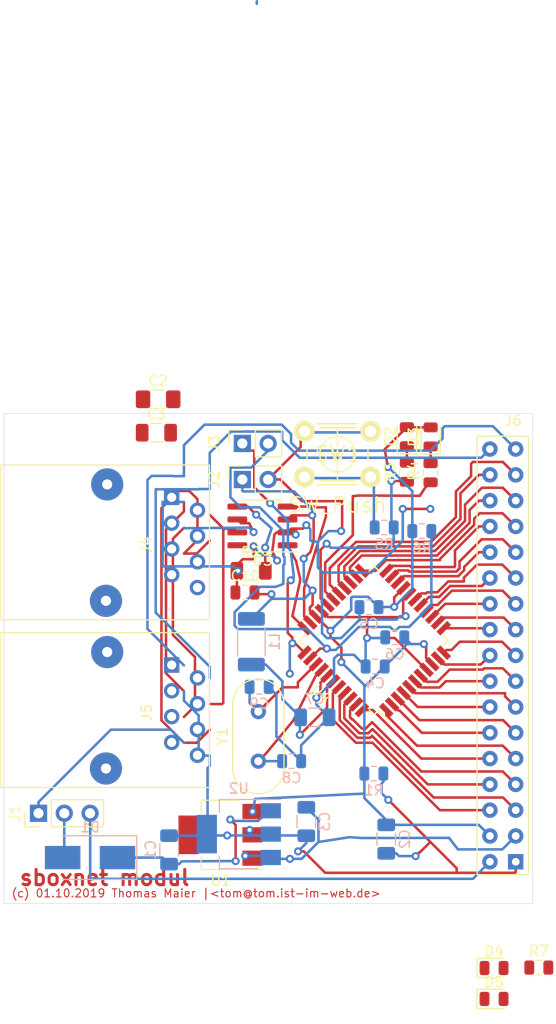
<source format=kicad_pcb>
(kicad_pcb (version 20171130) (host pcbnew 5.1.5-52549c5~84~ubuntu18.04.1)

  (general
    (thickness 1.6)
    (drawings 6)
    (tracks 662)
    (zones 0)
    (modules 37)
    (nets 56)
  )

  (page A4)
  (layers
    (0 F.Cu signal)
    (31 B.Cu signal)
    (32 B.Adhes user)
    (33 F.Adhes user)
    (34 B.Paste user)
    (35 F.Paste user)
    (36 B.SilkS user)
    (37 F.SilkS user)
    (38 B.Mask user)
    (39 F.Mask user)
    (40 Dwgs.User user)
    (41 Cmts.User user)
    (42 Eco1.User user)
    (43 Eco2.User user)
    (44 Edge.Cuts user)
    (45 Margin user)
    (46 B.CrtYd user)
    (47 F.CrtYd user)
    (48 B.Fab user)
    (49 F.Fab user)
  )

  (setup
    (last_trace_width 0.25)
    (trace_clearance 0.2)
    (zone_clearance 0.508)
    (zone_45_only no)
    (trace_min 0.2)
    (via_size 0.8)
    (via_drill 0.4)
    (via_min_size 0.4)
    (via_min_drill 0.3)
    (uvia_size 0.3)
    (uvia_drill 0.1)
    (uvias_allowed no)
    (uvia_min_size 0.2)
    (uvia_min_drill 0.1)
    (edge_width 0.05)
    (segment_width 0.2)
    (pcb_text_width 0.3)
    (pcb_text_size 1.5 1.5)
    (mod_edge_width 0.12)
    (mod_text_size 1 1)
    (mod_text_width 0.15)
    (pad_size 1.524 1.524)
    (pad_drill 0.762)
    (pad_to_mask_clearance 0.051)
    (solder_mask_min_width 0.25)
    (aux_axis_origin 0 0)
    (grid_origin 118.2116 73.152)
    (visible_elements FFFFFF7F)
    (pcbplotparams
      (layerselection 0x010fc_ffffffff)
      (usegerberextensions false)
      (usegerberattributes true)
      (usegerberadvancedattributes false)
      (creategerberjobfile false)
      (excludeedgelayer true)
      (linewidth 0.100000)
      (plotframeref false)
      (viasonmask false)
      (mode 1)
      (useauxorigin false)
      (hpglpennumber 1)
      (hpglpenspeed 20)
      (hpglpendiameter 15.000000)
      (psnegative false)
      (psa4output false)
      (plotreference true)
      (plotvalue true)
      (plotinvisibletext false)
      (padsonsilk false)
      (subtractmaskfromsilk false)
      (outputformat 1)
      (mirror false)
      (drillshape 0)
      (scaleselection 1)
      (outputdirectory "gerber/"))
  )

  (net 0 "")
  (net 1 "Net-(C1-Pad2)")
  (net 2 GND)
  (net 3 +3V3)
  (net 4 +5V)
  (net 5 AVCC)
  (net 6 "Net-(C8-Pad1)")
  (net 7 "Net-(C9-Pad1)")
  (net 8 "Net-(D1-Pad2)")
  (net 9 "Net-(D2-Pad1)")
  (net 10 "Net-(D3-Pad1)")
  (net 11 +V)
  (net 12 +7V)
  (net 13 "Net-(J3-Pad2)")
  (net 14 "Net-(J3-Pad1)")
  (net 15 DCC_B)
  (net 16 DCC_A)
  (net 17 CANH)
  (net 18 CANL)
  (net 19 PA1)
  (net 20 PA0)
  (net 21 PA3)
  (net 22 PA2)
  (net 23 PA5)
  (net 24 PA4)
  (net 25 PA7)
  (net 26 PA6)
  (net 27 PB1)
  (net 28 PB0)
  (net 29 PB3)
  (net 30 PB2)
  (net 31 PC1)
  (net 32 PC0)
  (net 33 PC3)
  (net 34 PC2)
  (net 35 PC5)
  (net 36 PC7)
  (net 37 PD1)
  (net 38 PD3)
  (net 39 PD5)
  (net 40 PD7)
  (net 41 PC4)
  (net 42 PC6)
  (net 43 PD0)
  (net 44 PD2)
  (net 45 PD4)
  (net 46 PD6)
  (net 47 "Net-(R2-Pad2)")
  (net 48 PE1)
  (net 49 PE0)
  (net 50 "Net-(R5-Pad1)")
  (net 51 "Net-(U3-Pad8)")
  (net 52 "Net-(U3-Pad4)")
  (net 53 "Net-(U3-Pad1)")
  (net 54 "Net-(D4-Pad2)")
  (net 55 "Net-(D5-Pad2)")

  (net_class Default "This is the default net class."
    (clearance 0.2)
    (trace_width 0.25)
    (via_dia 0.8)
    (via_drill 0.4)
    (uvia_dia 0.3)
    (uvia_drill 0.1)
    (add_net +3V3)
    (add_net +5V)
    (add_net +7V)
    (add_net +V)
    (add_net AVCC)
    (add_net CANH)
    (add_net CANL)
    (add_net DCC_A)
    (add_net DCC_B)
    (add_net GND)
    (add_net "Net-(C1-Pad2)")
    (add_net "Net-(C8-Pad1)")
    (add_net "Net-(C9-Pad1)")
    (add_net "Net-(D1-Pad2)")
    (add_net "Net-(D2-Pad1)")
    (add_net "Net-(D3-Pad1)")
    (add_net "Net-(D4-Pad2)")
    (add_net "Net-(D5-Pad2)")
    (add_net "Net-(J3-Pad1)")
    (add_net "Net-(J3-Pad2)")
    (add_net "Net-(R2-Pad2)")
    (add_net "Net-(R5-Pad1)")
    (add_net "Net-(U3-Pad1)")
    (add_net "Net-(U3-Pad4)")
    (add_net "Net-(U3-Pad8)")
    (add_net PA0)
    (add_net PA1)
    (add_net PA2)
    (add_net PA3)
    (add_net PA4)
    (add_net PA5)
    (add_net PA6)
    (add_net PA7)
    (add_net PB0)
    (add_net PB1)
    (add_net PB2)
    (add_net PB3)
    (add_net PC0)
    (add_net PC1)
    (add_net PC2)
    (add_net PC3)
    (add_net PC4)
    (add_net PC5)
    (add_net PC6)
    (add_net PC7)
    (add_net PD0)
    (add_net PD1)
    (add_net PD2)
    (add_net PD3)
    (add_net PD4)
    (add_net PD5)
    (add_net PD6)
    (add_net PD7)
    (add_net PE0)
    (add_net PE1)
  )

  (module Capacitor_SMD:C_1206_3216Metric (layer F.Cu) (tedit 5B301BBE) (tstamp 5DE564A1)
    (at 115.436601 68.697001)
    (descr "Capacitor SMD 1206 (3216 Metric), square (rectangular) end terminal, IPC_7351 nominal, (Body size source: http://www.tortai-tech.com/upload/download/2011102023233369053.pdf), generated with kicad-footprint-generator")
    (tags capacitor)
    (path /5DE3D327)
    (attr smd)
    (fp_text reference C3 (at 0 -1.82) (layer F.SilkS)
      (effects (font (size 1 1) (thickness 0.15)))
    )
    (fp_text value 10u (at 0 1.82) (layer F.Fab)
      (effects (font (size 1 1) (thickness 0.15)))
    )
    (fp_text user %R (at 0 0) (layer F.Fab)
      (effects (font (size 0.8 0.8) (thickness 0.12)))
    )
    (fp_line (start 2.28 1.12) (end -2.28 1.12) (layer F.CrtYd) (width 0.05))
    (fp_line (start 2.28 -1.12) (end 2.28 1.12) (layer F.CrtYd) (width 0.05))
    (fp_line (start -2.28 -1.12) (end 2.28 -1.12) (layer F.CrtYd) (width 0.05))
    (fp_line (start -2.28 1.12) (end -2.28 -1.12) (layer F.CrtYd) (width 0.05))
    (fp_line (start -0.602064 0.91) (end 0.602064 0.91) (layer F.SilkS) (width 0.12))
    (fp_line (start -0.602064 -0.91) (end 0.602064 -0.91) (layer F.SilkS) (width 0.12))
    (fp_line (start 1.6 0.8) (end -1.6 0.8) (layer F.Fab) (width 0.1))
    (fp_line (start 1.6 -0.8) (end 1.6 0.8) (layer F.Fab) (width 0.1))
    (fp_line (start -1.6 -0.8) (end 1.6 -0.8) (layer F.Fab) (width 0.1))
    (fp_line (start -1.6 0.8) (end -1.6 -0.8) (layer F.Fab) (width 0.1))
    (pad 2 smd roundrect (at 1.4 0) (size 1.25 1.75) (layers F.Cu F.Paste F.Mask) (roundrect_rratio 0.2)
      (net 2 GND))
    (pad 1 smd roundrect (at -1.4 0) (size 1.25 1.75) (layers F.Cu F.Paste F.Mask) (roundrect_rratio 0.2)
      (net 4 +5V))
    (model ${KISYS3DMOD}/Capacitor_SMD.3dshapes/C_1206_3216Metric.wrl
      (at (xyz 0 0 0))
      (scale (xyz 1 1 1))
      (rotate (xyz 0 0 0))
    )
  )

  (module Capacitor_SMD:C_1206_3216Metric_Pad1.42x1.75mm_HandSolder (layer F.Cu) (tedit 5B301BBE) (tstamp 5DE56490)
    (at 115.606601 65.407001)
    (descr "Capacitor SMD 1206 (3216 Metric), square (rectangular) end terminal, IPC_7351 nominal with elongated pad for handsoldering. (Body size source: http://www.tortai-tech.com/upload/download/2011102023233369053.pdf), generated with kicad-footprint-generator")
    (tags "capacitor handsolder")
    (path /5DE3C440)
    (attr smd)
    (fp_text reference C2 (at 0 -1.82) (layer F.SilkS)
      (effects (font (size 1 1) (thickness 0.15)))
    )
    (fp_text value 10u (at 0 1.82) (layer F.Fab)
      (effects (font (size 1 1) (thickness 0.15)))
    )
    (fp_text user %R (at 0 0) (layer F.Fab)
      (effects (font (size 0.8 0.8) (thickness 0.12)))
    )
    (fp_line (start 2.45 1.12) (end -2.45 1.12) (layer F.CrtYd) (width 0.05))
    (fp_line (start 2.45 -1.12) (end 2.45 1.12) (layer F.CrtYd) (width 0.05))
    (fp_line (start -2.45 -1.12) (end 2.45 -1.12) (layer F.CrtYd) (width 0.05))
    (fp_line (start -2.45 1.12) (end -2.45 -1.12) (layer F.CrtYd) (width 0.05))
    (fp_line (start -0.602064 0.91) (end 0.602064 0.91) (layer F.SilkS) (width 0.12))
    (fp_line (start -0.602064 -0.91) (end 0.602064 -0.91) (layer F.SilkS) (width 0.12))
    (fp_line (start 1.6 0.8) (end -1.6 0.8) (layer F.Fab) (width 0.1))
    (fp_line (start 1.6 -0.8) (end 1.6 0.8) (layer F.Fab) (width 0.1))
    (fp_line (start -1.6 -0.8) (end 1.6 -0.8) (layer F.Fab) (width 0.1))
    (fp_line (start -1.6 0.8) (end -1.6 -0.8) (layer F.Fab) (width 0.1))
    (pad 2 smd roundrect (at 1.4875 0) (size 1.425 1.75) (layers F.Cu F.Paste F.Mask) (roundrect_rratio 0.175439)
      (net 2 GND))
    (pad 1 smd roundrect (at -1.4875 0) (size 1.425 1.75) (layers F.Cu F.Paste F.Mask) (roundrect_rratio 0.175439)
      (net 3 +3V3))
    (model ${KISYS3DMOD}/Capacitor_SMD.3dshapes/C_1206_3216Metric.wrl
      (at (xyz 0 0 0))
      (scale (xyz 1 1 1))
      (rotate (xyz 0 0 0))
    )
  )

  (module sboxnet:8p8c-mebp (layer F.Cu) (tedit 5DE398CC) (tstamp 5DE54CE3)
    (at 110.5916 96.012 270)
    (path /5DA09730)
    (fp_text reference J5 (at 0.24638 -3.87096 90) (layer F.SilkS)
      (effects (font (size 1 1) (thickness 0.15)))
    )
    (fp_text value 8P8C (at 0.127 -2.30378 90) (layer F.Fab)
      (effects (font (size 1 1) (thickness 0.15)))
    )
    (fp_line (start 7.62 -10.07) (end 7.62 10.5) (layer F.SilkS) (width 0.12))
    (fp_line (start -7.62 -10.07) (end 7.62 -10.07) (layer F.SilkS) (width 0.12))
    (fp_line (start -7.62 10.5) (end -7.62 -10.07) (layer F.SilkS) (width 0.12))
    (fp_line (start -7.62 10.5) (end 7.62 10.5) (layer F.SilkS) (width 0.12))
    (pad "" np_thru_hole circle (at 5.75 0.12446 270) (size 3.17 3.17) (drill 1) (layers *.Cu *.Mask))
    (pad "" np_thru_hole circle (at -5.715 0 270) (size 3.17 3.17) (drill 1) (layers *.Cu *.Mask))
    (pad 1 thru_hole rect (at -4.44 -6.35 270) (size 1.524 1.524) (drill oval 0.9) (layers *.Cu *.Mask)
      (net 2 GND))
    (pad 2 thru_hole circle (at -3.17 -8.89 270) (size 1.524 1.524) (drill 0.9) (layers *.Cu *.Mask)
      (net 12 +7V))
    (pad 3 thru_hole circle (at -1.9 -6.35 270) (size 1.524 1.524) (drill 0.9) (layers *.Cu *.Mask)
      (net 12 +7V))
    (pad 4 thru_hole circle (at -0.63 -8.89 270) (size 1.524 1.524) (drill 0.9) (layers *.Cu *.Mask)
      (net 18 CANL))
    (pad 5 thru_hole circle (at 0.64 -6.35 270) (size 1.524 1.524) (drill 0.9) (layers *.Cu *.Mask)
      (net 17 CANH))
    (pad 7 thru_hole circle (at 3.18 -6.35 270) (size 1.524 1.524) (drill 0.9) (layers *.Cu *.Mask)
      (net 16 DCC_A))
    (pad 6 thru_hole circle (at 1.905 -8.89 270) (size 1.524 1.524) (drill 0.9) (layers *.Cu *.Mask)
      (net 2 GND))
    (pad 8 thru_hole circle (at 4.445 -8.89 270) (size 1.524 1.524) (drill 0.9) (layers *.Cu *.Mask)
      (net 15 DCC_B))
  )

  (module sboxnet:8p8c-mebp (layer F.Cu) (tedit 5DE398CC) (tstamp 5DE54CD1)
    (at 110.5916 79.502 270)
    (path /5DA02FE0)
    (fp_text reference J4 (at 0.24638 -3.87096 90) (layer F.SilkS)
      (effects (font (size 1 1) (thickness 0.15)))
    )
    (fp_text value 8P8C (at 0.127 -2.30378 90) (layer F.Fab)
      (effects (font (size 1 1) (thickness 0.15)))
    )
    (fp_line (start 7.62 -10.07) (end 7.62 10.5) (layer F.SilkS) (width 0.12))
    (fp_line (start -7.62 -10.07) (end 7.62 -10.07) (layer F.SilkS) (width 0.12))
    (fp_line (start -7.62 10.5) (end -7.62 -10.07) (layer F.SilkS) (width 0.12))
    (fp_line (start -7.62 10.5) (end 7.62 10.5) (layer F.SilkS) (width 0.12))
    (pad "" np_thru_hole circle (at 5.75 0.12446 270) (size 3.17 3.17) (drill 1) (layers *.Cu *.Mask))
    (pad "" np_thru_hole circle (at -5.715 0 270) (size 3.17 3.17) (drill 1) (layers *.Cu *.Mask))
    (pad 1 thru_hole rect (at -4.44 -6.35 270) (size 1.524 1.524) (drill oval 0.9) (layers *.Cu *.Mask)
      (net 2 GND))
    (pad 2 thru_hole circle (at -3.17 -8.89 270) (size 1.524 1.524) (drill 0.9) (layers *.Cu *.Mask)
      (net 12 +7V))
    (pad 3 thru_hole circle (at -1.9 -6.35 270) (size 1.524 1.524) (drill 0.9) (layers *.Cu *.Mask)
      (net 12 +7V))
    (pad 4 thru_hole circle (at -0.63 -8.89 270) (size 1.524 1.524) (drill 0.9) (layers *.Cu *.Mask)
      (net 18 CANL))
    (pad 5 thru_hole circle (at 0.64 -6.35 270) (size 1.524 1.524) (drill 0.9) (layers *.Cu *.Mask)
      (net 17 CANH))
    (pad 7 thru_hole circle (at 3.18 -6.35 270) (size 1.524 1.524) (drill 0.9) (layers *.Cu *.Mask)
      (net 16 DCC_A))
    (pad 6 thru_hole circle (at 1.905 -8.89 270) (size 1.524 1.524) (drill 0.9) (layers *.Cu *.Mask)
      (net 2 GND))
    (pad 8 thru_hole circle (at 4.445 -8.89 270) (size 1.524 1.524) (drill 0.9) (layers *.Cu *.Mask)
      (net 15 DCC_B))
  )

  (module Resistor_SMD:R_0805_2012Metric (layer F.Cu) (tedit 5B36C52B) (tstamp 5DE543B7)
    (at 153.1016 121.367)
    (descr "Resistor SMD 0805 (2012 Metric), square (rectangular) end terminal, IPC_7351 nominal, (Body size source: https://docs.google.com/spreadsheets/d/1BsfQQcO9C6DZCsRaXUlFlo91Tg2WpOkGARC1WS5S8t0/edit?usp=sharing), generated with kicad-footprint-generator")
    (tags resistor)
    (path /5DE3EADC)
    (attr smd)
    (fp_text reference R7 (at 0 -1.65) (layer F.SilkS)
      (effects (font (size 1 1) (thickness 0.15)))
    )
    (fp_text value 470 (at 0 1.65) (layer F.Fab)
      (effects (font (size 1 1) (thickness 0.15)))
    )
    (fp_text user %R (at 0 0) (layer F.Fab)
      (effects (font (size 0.5 0.5) (thickness 0.08)))
    )
    (fp_line (start 1.68 0.95) (end -1.68 0.95) (layer F.CrtYd) (width 0.05))
    (fp_line (start 1.68 -0.95) (end 1.68 0.95) (layer F.CrtYd) (width 0.05))
    (fp_line (start -1.68 -0.95) (end 1.68 -0.95) (layer F.CrtYd) (width 0.05))
    (fp_line (start -1.68 0.95) (end -1.68 -0.95) (layer F.CrtYd) (width 0.05))
    (fp_line (start -0.258578 0.71) (end 0.258578 0.71) (layer F.SilkS) (width 0.12))
    (fp_line (start -0.258578 -0.71) (end 0.258578 -0.71) (layer F.SilkS) (width 0.12))
    (fp_line (start 1 0.6) (end -1 0.6) (layer F.Fab) (width 0.1))
    (fp_line (start 1 -0.6) (end 1 0.6) (layer F.Fab) (width 0.1))
    (fp_line (start -1 -0.6) (end 1 -0.6) (layer F.Fab) (width 0.1))
    (fp_line (start -1 0.6) (end -1 -0.6) (layer F.Fab) (width 0.1))
    (pad 2 smd roundrect (at 0.9375 0) (size 0.975 1.4) (layers F.Cu F.Paste F.Mask) (roundrect_rratio 0.25)
      (net 54 "Net-(D4-Pad2)"))
    (pad 1 smd roundrect (at -0.9375 0) (size 0.975 1.4) (layers F.Cu F.Paste F.Mask) (roundrect_rratio 0.25)
      (net 4 +5V))
    (model ${KISYS3DMOD}/Resistor_SMD.3dshapes/R_0805_2012Metric.wrl
      (at (xyz 0 0 0))
      (scale (xyz 1 1 1))
      (rotate (xyz 0 0 0))
    )
  )

  (module LED_SMD:LED_0805_2012Metric (layer F.Cu) (tedit 5B36C52C) (tstamp 5DE541C0)
    (at 148.6916 124.452)
    (descr "LED SMD 0805 (2012 Metric), square (rectangular) end terminal, IPC_7351 nominal, (Body size source: https://docs.google.com/spreadsheets/d/1BsfQQcO9C6DZCsRaXUlFlo91Tg2WpOkGARC1WS5S8t0/edit?usp=sharing), generated with kicad-footprint-generator")
    (tags diode)
    (path /5DE42270)
    (attr smd)
    (fp_text reference D5 (at 0 -1.65) (layer F.SilkS)
      (effects (font (size 1 1) (thickness 0.15)))
    )
    (fp_text value LED (at 0 1.65) (layer F.Fab)
      (effects (font (size 1 1) (thickness 0.15)))
    )
    (fp_text user %R (at 0 0) (layer F.Fab)
      (effects (font (size 0.5 0.5) (thickness 0.08)))
    )
    (fp_line (start 1.68 0.95) (end -1.68 0.95) (layer F.CrtYd) (width 0.05))
    (fp_line (start 1.68 -0.95) (end 1.68 0.95) (layer F.CrtYd) (width 0.05))
    (fp_line (start -1.68 -0.95) (end 1.68 -0.95) (layer F.CrtYd) (width 0.05))
    (fp_line (start -1.68 0.95) (end -1.68 -0.95) (layer F.CrtYd) (width 0.05))
    (fp_line (start -1.685 0.96) (end 1 0.96) (layer F.SilkS) (width 0.12))
    (fp_line (start -1.685 -0.96) (end -1.685 0.96) (layer F.SilkS) (width 0.12))
    (fp_line (start 1 -0.96) (end -1.685 -0.96) (layer F.SilkS) (width 0.12))
    (fp_line (start 1 0.6) (end 1 -0.6) (layer F.Fab) (width 0.1))
    (fp_line (start -1 0.6) (end 1 0.6) (layer F.Fab) (width 0.1))
    (fp_line (start -1 -0.3) (end -1 0.6) (layer F.Fab) (width 0.1))
    (fp_line (start -0.7 -0.6) (end -1 -0.3) (layer F.Fab) (width 0.1))
    (fp_line (start 1 -0.6) (end -0.7 -0.6) (layer F.Fab) (width 0.1))
    (pad 2 smd roundrect (at 0.9375 0) (size 0.975 1.4) (layers F.Cu F.Paste F.Mask) (roundrect_rratio 0.25)
      (net 55 "Net-(D5-Pad2)"))
    (pad 1 smd roundrect (at -0.9375 0) (size 0.975 1.4) (layers F.Cu F.Paste F.Mask) (roundrect_rratio 0.25)
      (net 2 GND))
    (model ${KISYS3DMOD}/LED_SMD.3dshapes/LED_0805_2012Metric.wrl
      (at (xyz 0 0 0))
      (scale (xyz 1 1 1))
      (rotate (xyz 0 0 0))
    )
  )

  (module LED_SMD:LED_0805_2012Metric (layer F.Cu) (tedit 5B36C52C) (tstamp 5DE541AD)
    (at 148.6916 121.412)
    (descr "LED SMD 0805 (2012 Metric), square (rectangular) end terminal, IPC_7351 nominal, (Body size source: https://docs.google.com/spreadsheets/d/1BsfQQcO9C6DZCsRaXUlFlo91Tg2WpOkGARC1WS5S8t0/edit?usp=sharing), generated with kicad-footprint-generator")
    (tags diode)
    (path /5DE3F676)
    (attr smd)
    (fp_text reference D4 (at 0 -1.65) (layer F.SilkS)
      (effects (font (size 1 1) (thickness 0.15)))
    )
    (fp_text value LED (at 0 1.65) (layer F.Fab)
      (effects (font (size 1 1) (thickness 0.15)))
    )
    (fp_text user %R (at 0 0) (layer F.Fab)
      (effects (font (size 0.5 0.5) (thickness 0.08)))
    )
    (fp_line (start 1.68 0.95) (end -1.68 0.95) (layer F.CrtYd) (width 0.05))
    (fp_line (start 1.68 -0.95) (end 1.68 0.95) (layer F.CrtYd) (width 0.05))
    (fp_line (start -1.68 -0.95) (end 1.68 -0.95) (layer F.CrtYd) (width 0.05))
    (fp_line (start -1.68 0.95) (end -1.68 -0.95) (layer F.CrtYd) (width 0.05))
    (fp_line (start -1.685 0.96) (end 1 0.96) (layer F.SilkS) (width 0.12))
    (fp_line (start -1.685 -0.96) (end -1.685 0.96) (layer F.SilkS) (width 0.12))
    (fp_line (start 1 -0.96) (end -1.685 -0.96) (layer F.SilkS) (width 0.12))
    (fp_line (start 1 0.6) (end 1 -0.6) (layer F.Fab) (width 0.1))
    (fp_line (start -1 0.6) (end 1 0.6) (layer F.Fab) (width 0.1))
    (fp_line (start -1 -0.3) (end -1 0.6) (layer F.Fab) (width 0.1))
    (fp_line (start -0.7 -0.6) (end -1 -0.3) (layer F.Fab) (width 0.1))
    (fp_line (start 1 -0.6) (end -0.7 -0.6) (layer F.Fab) (width 0.1))
    (pad 2 smd roundrect (at 0.9375 0) (size 0.975 1.4) (layers F.Cu F.Paste F.Mask) (roundrect_rratio 0.25)
      (net 54 "Net-(D4-Pad2)"))
    (pad 1 smd roundrect (at -0.9375 0) (size 0.975 1.4) (layers F.Cu F.Paste F.Mask) (roundrect_rratio 0.25)
      (net 2 GND))
    (model ${KISYS3DMOD}/LED_SMD.3dshapes/LED_0805_2012Metric.wrl
      (at (xyz 0 0 0))
      (scale (xyz 1 1 1))
      (rotate (xyz 0 0 0))
    )
  )

  (module Package_QFP:TQFP-44_10x10mm_P0.8mm (layer F.Cu) (tedit 5A02F146) (tstamp 5DA09A05)
    (at 136.8806 89.154 135)
    (descr "44-Lead Plastic Thin Quad Flatpack (PT) - 10x10x1.0 mm Body [TQFP] (see Microchip Packaging Specification 00000049BS.pdf)")
    (tags "QFP 0.8")
    (path /5D96EA1F)
    (attr smd)
    (fp_text reference U4 (at 0 -7.450001 135) (layer F.SilkS)
      (effects (font (size 1 1) (thickness 0.15)))
    )
    (fp_text value ATxmega32A4U-AU (at 0 7.450001 135) (layer F.Fab)
      (effects (font (size 1 1) (thickness 0.15)))
    )
    (fp_line (start -5.175 -4.6) (end -6.45 -4.6) (layer F.SilkS) (width 0.15))
    (fp_line (start 5.175 -5.175) (end 4.5 -5.175) (layer F.SilkS) (width 0.15))
    (fp_line (start 5.175 5.175) (end 4.5 5.175) (layer F.SilkS) (width 0.15))
    (fp_line (start -5.175 5.175) (end -4.5 5.175) (layer F.SilkS) (width 0.15))
    (fp_line (start -5.175 -5.175) (end -4.5 -5.175) (layer F.SilkS) (width 0.15))
    (fp_line (start -5.175 5.175) (end -5.175 4.5) (layer F.SilkS) (width 0.15))
    (fp_line (start 5.175 5.175) (end 5.175 4.5) (layer F.SilkS) (width 0.15))
    (fp_line (start 5.175 -5.175) (end 5.175 -4.5) (layer F.SilkS) (width 0.15))
    (fp_line (start -5.175 -5.175) (end -5.175 -4.6) (layer F.SilkS) (width 0.15))
    (fp_line (start -6.7 6.7) (end 6.7 6.7) (layer F.CrtYd) (width 0.05))
    (fp_line (start -6.7 -6.7) (end 6.7 -6.7) (layer F.CrtYd) (width 0.05))
    (fp_line (start 6.7 -6.7) (end 6.7 6.7) (layer F.CrtYd) (width 0.05))
    (fp_line (start -6.7 -6.7) (end -6.7 6.7) (layer F.CrtYd) (width 0.05))
    (fp_line (start -5 -4) (end -4 -5) (layer F.Fab) (width 0.15))
    (fp_line (start -5 5) (end -5 -4) (layer F.Fab) (width 0.15))
    (fp_line (start 5 5) (end -5 5) (layer F.Fab) (width 0.15))
    (fp_line (start 5 -5) (end 5 5) (layer F.Fab) (width 0.15))
    (fp_line (start -4 -5) (end 5 -5) (layer F.Fab) (width 0.15))
    (fp_text user %R (at 0 0 135) (layer F.Fab)
      (effects (font (size 1 1) (thickness 0.15)))
    )
    (pad 44 smd rect (at -4 -5.7 225) (size 1.5 0.55) (layers F.Cu F.Paste F.Mask)
      (net 24 PA4))
    (pad 43 smd rect (at -3.2 -5.7 225) (size 1.5 0.55) (layers F.Cu F.Paste F.Mask)
      (net 21 PA3))
    (pad 42 smd rect (at -2.4 -5.7 225) (size 1.5 0.55) (layers F.Cu F.Paste F.Mask)
      (net 22 PA2))
    (pad 41 smd rect (at -1.6 -5.7 225) (size 1.5 0.55) (layers F.Cu F.Paste F.Mask)
      (net 19 PA1))
    (pad 40 smd rect (at -0.8 -5.7 225) (size 1.5 0.55) (layers F.Cu F.Paste F.Mask)
      (net 20 PA0))
    (pad 39 smd rect (at 0 -5.7 225) (size 1.5 0.55) (layers F.Cu F.Paste F.Mask)
      (net 5 AVCC))
    (pad 38 smd rect (at 0.8 -5.7 225) (size 1.5 0.55) (layers F.Cu F.Paste F.Mask)
      (net 2 GND))
    (pad 37 smd rect (at 1.6 -5.7 225) (size 1.5 0.55) (layers F.Cu F.Paste F.Mask)
      (net 6 "Net-(C8-Pad1)"))
    (pad 36 smd rect (at 2.4 -5.7 225) (size 1.5 0.55) (layers F.Cu F.Paste F.Mask)
      (net 7 "Net-(C9-Pad1)"))
    (pad 35 smd rect (at 3.2 -5.7 225) (size 1.5 0.55) (layers F.Cu F.Paste F.Mask)
      (net 13 "Net-(J3-Pad2)"))
    (pad 34 smd rect (at 4 -5.7 225) (size 1.5 0.55) (layers F.Cu F.Paste F.Mask)
      (net 14 "Net-(J3-Pad1)"))
    (pad 33 smd rect (at 5.7 -4 135) (size 1.5 0.55) (layers F.Cu F.Paste F.Mask)
      (net 53 "Net-(U3-Pad1)"))
    (pad 32 smd rect (at 5.7 -3.2 135) (size 1.5 0.55) (layers F.Cu F.Paste F.Mask)
      (net 52 "Net-(U3-Pad4)"))
    (pad 31 smd rect (at 5.7 -2.4 135) (size 1.5 0.55) (layers F.Cu F.Paste F.Mask)
      (net 3 +3V3))
    (pad 30 smd rect (at 5.7 -1.6 135) (size 1.5 0.55) (layers F.Cu F.Paste F.Mask)
      (net 2 GND))
    (pad 29 smd rect (at 5.7 -0.8 135) (size 1.5 0.55) (layers F.Cu F.Paste F.Mask)
      (net 48 PE1))
    (pad 28 smd rect (at 5.7 0 135) (size 1.5 0.55) (layers F.Cu F.Paste F.Mask)
      (net 49 PE0))
    (pad 27 smd rect (at 5.7 0.8 135) (size 1.5 0.55) (layers F.Cu F.Paste F.Mask)
      (net 40 PD7))
    (pad 26 smd rect (at 5.7 1.6 135) (size 1.5 0.55) (layers F.Cu F.Paste F.Mask)
      (net 46 PD6))
    (pad 25 smd rect (at 5.7 2.4 135) (size 1.5 0.55) (layers F.Cu F.Paste F.Mask)
      (net 39 PD5))
    (pad 24 smd rect (at 5.7 3.2 135) (size 1.5 0.55) (layers F.Cu F.Paste F.Mask)
      (net 45 PD4))
    (pad 23 smd rect (at 5.7 4 135) (size 1.5 0.55) (layers F.Cu F.Paste F.Mask)
      (net 38 PD3))
    (pad 22 smd rect (at 4 5.7 225) (size 1.5 0.55) (layers F.Cu F.Paste F.Mask)
      (net 44 PD2))
    (pad 21 smd rect (at 3.2 5.7 225) (size 1.5 0.55) (layers F.Cu F.Paste F.Mask)
      (net 37 PD1))
    (pad 20 smd rect (at 2.4 5.7 225) (size 1.5 0.55) (layers F.Cu F.Paste F.Mask)
      (net 43 PD0))
    (pad 19 smd rect (at 1.6 5.7 225) (size 1.5 0.55) (layers F.Cu F.Paste F.Mask)
      (net 3 +3V3))
    (pad 18 smd rect (at 0.8 5.7 225) (size 1.5 0.55) (layers F.Cu F.Paste F.Mask)
      (net 2 GND))
    (pad 17 smd rect (at 0 5.7 225) (size 1.5 0.55) (layers F.Cu F.Paste F.Mask)
      (net 36 PC7))
    (pad 16 smd rect (at -0.8 5.7 225) (size 1.5 0.55) (layers F.Cu F.Paste F.Mask)
      (net 42 PC6))
    (pad 15 smd rect (at -1.6 5.7 225) (size 1.5 0.55) (layers F.Cu F.Paste F.Mask)
      (net 35 PC5))
    (pad 14 smd rect (at -2.4 5.7 225) (size 1.5 0.55) (layers F.Cu F.Paste F.Mask)
      (net 41 PC4))
    (pad 13 smd rect (at -3.2 5.7 225) (size 1.5 0.55) (layers F.Cu F.Paste F.Mask)
      (net 33 PC3))
    (pad 12 smd rect (at -4 5.7 225) (size 1.5 0.55) (layers F.Cu F.Paste F.Mask)
      (net 34 PC2))
    (pad 11 smd rect (at -5.7 4 135) (size 1.5 0.55) (layers F.Cu F.Paste F.Mask)
      (net 31 PC1))
    (pad 10 smd rect (at -5.7 3.2 135) (size 1.5 0.55) (layers F.Cu F.Paste F.Mask)
      (net 32 PC0))
    (pad 9 smd rect (at -5.7 2.4 135) (size 1.5 0.55) (layers F.Cu F.Paste F.Mask)
      (net 3 +3V3))
    (pad 8 smd rect (at -5.7 1.6 135) (size 1.5 0.55) (layers F.Cu F.Paste F.Mask)
      (net 2 GND))
    (pad 7 smd rect (at -5.7 0.8 135) (size 1.5 0.55) (layers F.Cu F.Paste F.Mask)
      (net 29 PB3))
    (pad 6 smd rect (at -5.7 0 135) (size 1.5 0.55) (layers F.Cu F.Paste F.Mask)
      (net 30 PB2))
    (pad 5 smd rect (at -5.7 -0.8 135) (size 1.5 0.55) (layers F.Cu F.Paste F.Mask)
      (net 27 PB1))
    (pad 4 smd rect (at -5.7 -1.6 135) (size 1.5 0.55) (layers F.Cu F.Paste F.Mask)
      (net 28 PB0))
    (pad 3 smd rect (at -5.7 -2.4 135) (size 1.5 0.55) (layers F.Cu F.Paste F.Mask)
      (net 25 PA7))
    (pad 2 smd rect (at -5.7 -3.2 135) (size 1.5 0.55) (layers F.Cu F.Paste F.Mask)
      (net 26 PA6))
    (pad 1 smd rect (at -5.7 -4 135) (size 1.5 0.55) (layers F.Cu F.Paste F.Mask)
      (net 23 PA5))
    (model ${KISYS3DMOD}/Package_QFP.3dshapes/TQFP-44_10x10mm_P0.8mm.wrl
      (at (xyz 0 0 0))
      (scale (xyz 1 1 1))
      (rotate (xyz 0 0 0))
    )
  )

  (module Connector_PinSocket_2.54mm:PinSocket_1x02_P2.54mm_Vertical (layer F.Cu) (tedit 5A19A420) (tstamp 5DA340E6)
    (at 123.9012 69.75348 90)
    (descr "Through hole straight socket strip, 1x02, 2.54mm pitch, single row (from Kicad 4.0.7), script generated")
    (tags "Through hole socket strip THT 1x02 2.54mm single row")
    (path /5D972612)
    (fp_text reference J3 (at 0 -2.77 90) (layer F.SilkS)
      (effects (font (size 1 1) (thickness 0.15)))
    )
    (fp_text value Conn_01x02 (at -2.12852 4.4704 90) (layer F.Fab)
      (effects (font (size 1 1) (thickness 0.15)))
    )
    (fp_text user %R (at 0 1.27) (layer F.Fab)
      (effects (font (size 1 1) (thickness 0.15)))
    )
    (fp_line (start -1.8 4.3) (end -1.8 -1.8) (layer F.CrtYd) (width 0.05))
    (fp_line (start 1.75 4.3) (end -1.8 4.3) (layer F.CrtYd) (width 0.05))
    (fp_line (start 1.75 -1.8) (end 1.75 4.3) (layer F.CrtYd) (width 0.05))
    (fp_line (start -1.8 -1.8) (end 1.75 -1.8) (layer F.CrtYd) (width 0.05))
    (fp_line (start 0 -1.33) (end 1.33 -1.33) (layer F.SilkS) (width 0.12))
    (fp_line (start 1.33 -1.33) (end 1.33 0) (layer F.SilkS) (width 0.12))
    (fp_line (start 1.33 1.27) (end 1.33 3.87) (layer F.SilkS) (width 0.12))
    (fp_line (start -1.33 3.87) (end 1.33 3.87) (layer F.SilkS) (width 0.12))
    (fp_line (start -1.33 1.27) (end -1.33 3.87) (layer F.SilkS) (width 0.12))
    (fp_line (start -1.33 1.27) (end 1.33 1.27) (layer F.SilkS) (width 0.12))
    (fp_line (start -1.27 3.81) (end -1.27 -1.27) (layer F.Fab) (width 0.1))
    (fp_line (start 1.27 3.81) (end -1.27 3.81) (layer F.Fab) (width 0.1))
    (fp_line (start 1.27 -0.635) (end 1.27 3.81) (layer F.Fab) (width 0.1))
    (fp_line (start 0.635 -1.27) (end 1.27 -0.635) (layer F.Fab) (width 0.1))
    (fp_line (start -1.27 -1.27) (end 0.635 -1.27) (layer F.Fab) (width 0.1))
    (pad 2 thru_hole oval (at 0 2.54 90) (size 1.7 1.7) (drill 1) (layers *.Cu *.Mask)
      (net 13 "Net-(J3-Pad2)"))
    (pad 1 thru_hole rect (at 0 0 90) (size 1.7 1.7) (drill 1) (layers *.Cu *.Mask)
      (net 14 "Net-(J3-Pad1)"))
    (model ${KISYS3DMOD}/Connector_PinSocket_2.54mm.3dshapes/PinSocket_1x02_P2.54mm_Vertical.wrl
      (at (xyz 0 0 0))
      (scale (xyz 1 1 1))
      (rotate (xyz 0 0 0))
    )
  )

  (module sboxnet:sboxnet-buchse-2x17 (layer F.Cu) (tedit 5DA30E18) (tstamp 5DA37DB5)
    (at 148.2852 67.7672)
    (path /5D99F745)
    (fp_text reference J6 (at 2.286 -0.254) (layer F.SilkS)
      (effects (font (size 1 1) (thickness 0.15)))
    )
    (fp_text value sboxnet-buchse_2x17 (at -4.6736 0.3048) (layer F.Fab)
      (effects (font (size 1 1) (thickness 0.15)))
    )
    (fp_line (start 3.81 1.27) (end 3.81 44.45) (layer F.SilkS) (width 0.12))
    (fp_line (start -1.27 1.27) (end 3.81 1.27) (layer F.SilkS) (width 0.12))
    (fp_line (start -1.27 44.45) (end -1.27 1.27) (layer F.SilkS) (width 0.12))
    (fp_line (start 3.81 44.45) (end -1.27 44.45) (layer F.SilkS) (width 0.12))
    (pad 19 thru_hole circle (at 0 20.32 180) (size 1.524 1.524) (drill 0.762) (layers *.Cu *.Mask)
      (net 34 PC2))
    (pad 33 thru_hole circle (at 0 2.54 180) (size 1.524 1.524) (drill 0.762) (layers *.Cu *.Mask)
      (net 16 DCC_A))
    (pad 17 thru_hole circle (at 0 22.86 180) (size 1.524 1.524) (drill 0.762) (layers *.Cu *.Mask)
      (net 32 PC0))
    (pad 5 thru_hole circle (at 0 38.1 180) (size 1.524 1.524) (drill 0.762) (layers *.Cu *.Mask)
      (net 20 PA0))
    (pad 7 thru_hole circle (at 0 35.56 180) (size 1.524 1.524) (drill 0.762) (layers *.Cu *.Mask)
      (net 22 PA2))
    (pad 11 thru_hole circle (at 0 30.48 180) (size 1.524 1.524) (drill 0.762) (layers *.Cu *.Mask)
      (net 26 PA6))
    (pad 15 thru_hole circle (at 0 25.4 180) (size 1.524 1.524) (drill 0.762) (layers *.Cu *.Mask)
      (net 30 PB2))
    (pad 9 thru_hole circle (at 0 33.02 180) (size 1.524 1.524) (drill 0.762) (layers *.Cu *.Mask)
      (net 24 PA4))
    (pad 13 thru_hole circle (at 0 27.94 180) (size 1.524 1.524) (drill 0.762) (layers *.Cu *.Mask)
      (net 28 PB0))
    (pad 21 thru_hole circle (at 0 17.78 180) (size 1.524 1.524) (drill 0.762) (layers *.Cu *.Mask)
      (net 41 PC4))
    (pad 23 thru_hole circle (at 0 15.24 180) (size 1.524 1.524) (drill 0.762) (layers *.Cu *.Mask)
      (net 42 PC6))
    (pad 3 thru_hole circle (at 0 40.64 180) (size 1.524 1.524) (drill 0.762) (layers *.Cu *.Mask)
      (net 3 +3V3))
    (pad 29 thru_hole circle (at 0 7.62 180) (size 1.524 1.524) (drill 0.762) (layers *.Cu *.Mask)
      (net 45 PD4))
    (pad 31 thru_hole circle (at 0 5.08 180) (size 1.524 1.524) (drill 0.762) (layers *.Cu *.Mask)
      (net 46 PD6))
    (pad 25 thru_hole circle (at 0 12.7 180) (size 1.524 1.524) (drill 0.762) (layers *.Cu *.Mask)
      (net 43 PD0))
    (pad 27 thru_hole circle (at 0 10.16 180) (size 1.524 1.524) (drill 0.762) (layers *.Cu *.Mask)
      (net 44 PD2))
    (pad 1 thru_hole circle (at 0 43.18 180) (size 1.524 1.524) (drill 0.762) (layers *.Cu *.Mask)
      (net 11 +V))
    (pad 2 thru_hole rect (at 2.54 43.18 180) (size 1.524 1.524) (drill 0.762) (layers *.Cu *.Mask)
      (net 2 GND))
    (pad 4 thru_hole circle (at 2.54 40.64 180) (size 1.524 1.524) (drill 0.762) (layers *.Cu *.Mask)
      (net 4 +5V))
    (pad 6 thru_hole circle (at 2.54 38.1 180) (size 1.524 1.524) (drill 0.762) (layers *.Cu *.Mask)
      (net 19 PA1))
    (pad 8 thru_hole circle (at 2.54 35.56 180) (size 1.524 1.524) (drill 0.762) (layers *.Cu *.Mask)
      (net 21 PA3))
    (pad 10 thru_hole circle (at 2.54 33.02 180) (size 1.524 1.524) (drill 0.762) (layers *.Cu *.Mask)
      (net 23 PA5))
    (pad 12 thru_hole circle (at 2.54 30.48 180) (size 1.524 1.524) (drill 0.762) (layers *.Cu *.Mask)
      (net 25 PA7))
    (pad 14 thru_hole circle (at 2.54 27.94 180) (size 1.524 1.524) (drill 0.762) (layers *.Cu *.Mask)
      (net 27 PB1))
    (pad 16 thru_hole circle (at 2.54 25.4 180) (size 1.524 1.524) (drill 0.762) (layers *.Cu *.Mask)
      (net 29 PB3))
    (pad 18 thru_hole circle (at 2.54 22.86 180) (size 1.524 1.524) (drill 0.762) (layers *.Cu *.Mask)
      (net 31 PC1))
    (pad 20 thru_hole circle (at 2.54 20.32 180) (size 1.524 1.524) (drill 0.762) (layers *.Cu *.Mask)
      (net 33 PC3))
    (pad 22 thru_hole circle (at 2.54 17.78 180) (size 1.524 1.524) (drill 0.762) (layers *.Cu *.Mask)
      (net 35 PC5))
    (pad 24 thru_hole circle (at 2.54 15.24 180) (size 1.524 1.524) (drill 0.762) (layers *.Cu *.Mask)
      (net 36 PC7))
    (pad 26 thru_hole circle (at 2.54 12.7 180) (size 1.524 1.524) (drill 0.762) (layers *.Cu *.Mask)
      (net 37 PD1))
    (pad 28 thru_hole circle (at 2.54 10.16 180) (size 1.524 1.524) (drill 0.762) (layers *.Cu *.Mask)
      (net 38 PD3))
    (pad 30 thru_hole circle (at 2.54 7.62 180) (size 1.524 1.524) (drill 0.762) (layers *.Cu *.Mask)
      (net 39 PD5))
    (pad 32 thru_hole circle (at 2.54 5.08 180) (size 1.524 1.524) (drill 0.762) (layers *.Cu *.Mask)
      (net 40 PD7))
    (pad 34 thru_hole circle (at 2.54 2.54 180) (size 1.524 1.524) (drill 0.762) (layers *.Cu *.Mask)
      (net 15 DCC_B))
  )

  (module Crystal:Crystal_HC49-U_Vertical (layer F.Cu) (tedit 5A1AD3B8) (tstamp 5DA3C23E)
    (at 125.476 101.0412 90)
    (descr "Crystal THT HC-49/U http://5hertz.com/pdfs/04404_D.pdf")
    (tags "THT crystalHC-49/U")
    (path /5D976DF2)
    (fp_text reference Y1 (at 2.44 -3.525 90) (layer F.SilkS)
      (effects (font (size 1 1) (thickness 0.15)))
    )
    (fp_text value 16MHz (at 2.44 3.525 90) (layer F.Fab)
      (effects (font (size 1 1) (thickness 0.15)))
    )
    (fp_arc (start 5.565 0) (end 5.565 -2.525) (angle 180) (layer F.SilkS) (width 0.12))
    (fp_arc (start -0.685 0) (end -0.685 -2.525) (angle -180) (layer F.SilkS) (width 0.12))
    (fp_arc (start 5.44 0) (end 5.44 -2) (angle 180) (layer F.Fab) (width 0.1))
    (fp_arc (start -0.56 0) (end -0.56 -2) (angle -180) (layer F.Fab) (width 0.1))
    (fp_arc (start 5.565 0) (end 5.565 -2.325) (angle 180) (layer F.Fab) (width 0.1))
    (fp_arc (start -0.685 0) (end -0.685 -2.325) (angle -180) (layer F.Fab) (width 0.1))
    (fp_line (start 8.4 -2.8) (end -3.5 -2.8) (layer F.CrtYd) (width 0.05))
    (fp_line (start 8.4 2.8) (end 8.4 -2.8) (layer F.CrtYd) (width 0.05))
    (fp_line (start -3.5 2.8) (end 8.4 2.8) (layer F.CrtYd) (width 0.05))
    (fp_line (start -3.5 -2.8) (end -3.5 2.8) (layer F.CrtYd) (width 0.05))
    (fp_line (start -0.685 2.525) (end 5.565 2.525) (layer F.SilkS) (width 0.12))
    (fp_line (start -0.685 -2.525) (end 5.565 -2.525) (layer F.SilkS) (width 0.12))
    (fp_line (start -0.56 2) (end 5.44 2) (layer F.Fab) (width 0.1))
    (fp_line (start -0.56 -2) (end 5.44 -2) (layer F.Fab) (width 0.1))
    (fp_line (start -0.685 2.325) (end 5.565 2.325) (layer F.Fab) (width 0.1))
    (fp_line (start -0.685 -2.325) (end 5.565 -2.325) (layer F.Fab) (width 0.1))
    (fp_text user %R (at 2.44 0 90) (layer F.Fab)
      (effects (font (size 1 1) (thickness 0.15)))
    )
    (pad 2 thru_hole circle (at 4.88 0 90) (size 1.5 1.5) (drill 0.8) (layers *.Cu *.Mask)
      (net 7 "Net-(C9-Pad1)"))
    (pad 1 thru_hole circle (at 0 0 90) (size 1.5 1.5) (drill 0.8) (layers *.Cu *.Mask)
      (net 6 "Net-(C8-Pad1)"))
    (model ${KISYS3DMOD}/Crystal.3dshapes/Crystal_HC49-U_Vertical.wrl
      (at (xyz 0 0 0))
      (scale (xyz 1 1 1))
      (rotate (xyz 0 0 0))
    )
  )

  (module Capacitor_SMD:C_0805_2012Metric (layer B.Cu) (tedit 5B36C52B) (tstamp 5DA3B7A7)
    (at 125.5545 93.726)
    (descr "Capacitor SMD 0805 (2012 Metric), square (rectangular) end terminal, IPC_7351 nominal, (Body size source: https://docs.google.com/spreadsheets/d/1BsfQQcO9C6DZCsRaXUlFlo91Tg2WpOkGARC1WS5S8t0/edit?usp=sharing), generated with kicad-footprint-generator")
    (tags capacitor)
    (path /5D9797B8)
    (attr smd)
    (fp_text reference C9 (at 0 1.65) (layer B.SilkS)
      (effects (font (size 1 1) (thickness 0.15)) (justify mirror))
    )
    (fp_text value 15p (at 0 -1.65) (layer B.Fab)
      (effects (font (size 1 1) (thickness 0.15)) (justify mirror))
    )
    (fp_text user %R (at 0 0) (layer B.Fab)
      (effects (font (size 0.5 0.5) (thickness 0.08)) (justify mirror))
    )
    (fp_line (start 1.68 -0.95) (end -1.68 -0.95) (layer B.CrtYd) (width 0.05))
    (fp_line (start 1.68 0.95) (end 1.68 -0.95) (layer B.CrtYd) (width 0.05))
    (fp_line (start -1.68 0.95) (end 1.68 0.95) (layer B.CrtYd) (width 0.05))
    (fp_line (start -1.68 -0.95) (end -1.68 0.95) (layer B.CrtYd) (width 0.05))
    (fp_line (start -0.258578 -0.71) (end 0.258578 -0.71) (layer B.SilkS) (width 0.12))
    (fp_line (start -0.258578 0.71) (end 0.258578 0.71) (layer B.SilkS) (width 0.12))
    (fp_line (start 1 -0.6) (end -1 -0.6) (layer B.Fab) (width 0.1))
    (fp_line (start 1 0.6) (end 1 -0.6) (layer B.Fab) (width 0.1))
    (fp_line (start -1 0.6) (end 1 0.6) (layer B.Fab) (width 0.1))
    (fp_line (start -1 -0.6) (end -1 0.6) (layer B.Fab) (width 0.1))
    (pad 2 smd roundrect (at 0.9375 0) (size 0.975 1.4) (layers B.Cu B.Paste B.Mask) (roundrect_rratio 0.25)
      (net 2 GND))
    (pad 1 smd roundrect (at -0.9375 0) (size 0.975 1.4) (layers B.Cu B.Paste B.Mask) (roundrect_rratio 0.25)
      (net 7 "Net-(C9-Pad1)"))
    (model ${KISYS3DMOD}/Capacitor_SMD.3dshapes/C_0805_2012Metric.wrl
      (at (xyz 0 0 0))
      (scale (xyz 1 1 1))
      (rotate (xyz 0 0 0))
    )
  )

  (module Capacitor_SMD:C_0805_2012Metric (layer F.Cu) (tedit 5B36C52B) (tstamp 5DA3993C)
    (at 124.1552 84.4296)
    (descr "Capacitor SMD 0805 (2012 Metric), square (rectangular) end terminal, IPC_7351 nominal, (Body size source: https://docs.google.com/spreadsheets/d/1BsfQQcO9C6DZCsRaXUlFlo91Tg2WpOkGARC1WS5S8t0/edit?usp=sharing), generated with kicad-footprint-generator")
    (tags capacitor)
    (path /5D9FB778)
    (attr smd)
    (fp_text reference C10 (at 0.0508 -1.65) (layer F.SilkS)
      (effects (font (size 1 1) (thickness 0.15)))
    )
    (fp_text value 100n (at 0 1.65) (layer F.Fab)
      (effects (font (size 1 1) (thickness 0.15)))
    )
    (fp_text user %R (at 0 0) (layer F.Fab)
      (effects (font (size 0.5 0.5) (thickness 0.08)))
    )
    (fp_line (start 1.68 0.95) (end -1.68 0.95) (layer F.CrtYd) (width 0.05))
    (fp_line (start 1.68 -0.95) (end 1.68 0.95) (layer F.CrtYd) (width 0.05))
    (fp_line (start -1.68 -0.95) (end 1.68 -0.95) (layer F.CrtYd) (width 0.05))
    (fp_line (start -1.68 0.95) (end -1.68 -0.95) (layer F.CrtYd) (width 0.05))
    (fp_line (start -0.258578 0.71) (end 0.258578 0.71) (layer F.SilkS) (width 0.12))
    (fp_line (start -0.258578 -0.71) (end 0.258578 -0.71) (layer F.SilkS) (width 0.12))
    (fp_line (start 1 0.6) (end -1 0.6) (layer F.Fab) (width 0.1))
    (fp_line (start 1 -0.6) (end 1 0.6) (layer F.Fab) (width 0.1))
    (fp_line (start -1 -0.6) (end 1 -0.6) (layer F.Fab) (width 0.1))
    (fp_line (start -1 0.6) (end -1 -0.6) (layer F.Fab) (width 0.1))
    (pad 2 smd roundrect (at 0.9375 0) (size 0.975 1.4) (layers F.Cu F.Paste F.Mask) (roundrect_rratio 0.25)
      (net 3 +3V3))
    (pad 1 smd roundrect (at -0.9375 0) (size 0.975 1.4) (layers F.Cu F.Paste F.Mask) (roundrect_rratio 0.25)
      (net 2 GND))
    (model ${KISYS3DMOD}/Capacitor_SMD.3dshapes/C_0805_2012Metric.wrl
      (at (xyz 0 0 0))
      (scale (xyz 1 1 1))
      (rotate (xyz 0 0 0))
    )
  )

  (module Resistor_SMD:R_0805_2012Metric (layer F.Cu) (tedit 5B36C52B) (tstamp 5DA3882A)
    (at 142.4432 72.644 90)
    (descr "Resistor SMD 0805 (2012 Metric), square (rectangular) end terminal, IPC_7351 nominal, (Body size source: https://docs.google.com/spreadsheets/d/1BsfQQcO9C6DZCsRaXUlFlo91Tg2WpOkGARC1WS5S8t0/edit?usp=sharing), generated with kicad-footprint-generator")
    (tags resistor)
    (path /5D9B089D)
    (attr smd)
    (fp_text reference R4 (at 0.2032 -1.6764 90) (layer F.SilkS)
      (effects (font (size 1 1) (thickness 0.15)))
    )
    (fp_text value 1k (at 0 1.65 90) (layer F.Fab)
      (effects (font (size 1 1) (thickness 0.15)))
    )
    (fp_text user %R (at 0 0 90) (layer F.Fab)
      (effects (font (size 0.5 0.5) (thickness 0.08)))
    )
    (fp_line (start 1.68 0.95) (end -1.68 0.95) (layer F.CrtYd) (width 0.05))
    (fp_line (start 1.68 -0.95) (end 1.68 0.95) (layer F.CrtYd) (width 0.05))
    (fp_line (start -1.68 -0.95) (end 1.68 -0.95) (layer F.CrtYd) (width 0.05))
    (fp_line (start -1.68 0.95) (end -1.68 -0.95) (layer F.CrtYd) (width 0.05))
    (fp_line (start -0.258578 0.71) (end 0.258578 0.71) (layer F.SilkS) (width 0.12))
    (fp_line (start -0.258578 -0.71) (end 0.258578 -0.71) (layer F.SilkS) (width 0.12))
    (fp_line (start 1 0.6) (end -1 0.6) (layer F.Fab) (width 0.1))
    (fp_line (start 1 -0.6) (end 1 0.6) (layer F.Fab) (width 0.1))
    (fp_line (start -1 -0.6) (end 1 -0.6) (layer F.Fab) (width 0.1))
    (fp_line (start -1 0.6) (end -1 -0.6) (layer F.Fab) (width 0.1))
    (pad 2 smd roundrect (at 0.9375 0 90) (size 0.975 1.4) (layers F.Cu F.Paste F.Mask) (roundrect_rratio 0.25)
      (net 10 "Net-(D3-Pad1)"))
    (pad 1 smd roundrect (at -0.9375 0 90) (size 0.975 1.4) (layers F.Cu F.Paste F.Mask) (roundrect_rratio 0.25)
      (net 49 PE0))
    (model ${KISYS3DMOD}/Resistor_SMD.3dshapes/R_0805_2012Metric.wrl
      (at (xyz 0 0 0))
      (scale (xyz 1 1 1))
      (rotate (xyz 0 0 0))
    )
  )

  (module Resistor_SMD:R_0805_2012Metric (layer F.Cu) (tedit 5B36C52B) (tstamp 5DA38819)
    (at 140.1064 72.5932 90)
    (descr "Resistor SMD 0805 (2012 Metric), square (rectangular) end terminal, IPC_7351 nominal, (Body size source: https://docs.google.com/spreadsheets/d/1BsfQQcO9C6DZCsRaXUlFlo91Tg2WpOkGARC1WS5S8t0/edit?usp=sharing), generated with kicad-footprint-generator")
    (tags resistor)
    (path /5D9B142B)
    (attr smd)
    (fp_text reference R3 (at 0 -1.65 90) (layer F.SilkS)
      (effects (font (size 1 1) (thickness 0.15)))
    )
    (fp_text value 1k (at 0 1.65 90) (layer F.Fab)
      (effects (font (size 1 1) (thickness 0.15)))
    )
    (fp_text user %R (at 0 0 90) (layer F.Fab)
      (effects (font (size 0.5 0.5) (thickness 0.08)))
    )
    (fp_line (start 1.68 0.95) (end -1.68 0.95) (layer F.CrtYd) (width 0.05))
    (fp_line (start 1.68 -0.95) (end 1.68 0.95) (layer F.CrtYd) (width 0.05))
    (fp_line (start -1.68 -0.95) (end 1.68 -0.95) (layer F.CrtYd) (width 0.05))
    (fp_line (start -1.68 0.95) (end -1.68 -0.95) (layer F.CrtYd) (width 0.05))
    (fp_line (start -0.258578 0.71) (end 0.258578 0.71) (layer F.SilkS) (width 0.12))
    (fp_line (start -0.258578 -0.71) (end 0.258578 -0.71) (layer F.SilkS) (width 0.12))
    (fp_line (start 1 0.6) (end -1 0.6) (layer F.Fab) (width 0.1))
    (fp_line (start 1 -0.6) (end 1 0.6) (layer F.Fab) (width 0.1))
    (fp_line (start -1 -0.6) (end 1 -0.6) (layer F.Fab) (width 0.1))
    (fp_line (start -1 0.6) (end -1 -0.6) (layer F.Fab) (width 0.1))
    (pad 2 smd roundrect (at 0.9375 0 90) (size 0.975 1.4) (layers F.Cu F.Paste F.Mask) (roundrect_rratio 0.25)
      (net 9 "Net-(D2-Pad1)"))
    (pad 1 smd roundrect (at -0.9375 0 90) (size 0.975 1.4) (layers F.Cu F.Paste F.Mask) (roundrect_rratio 0.25)
      (net 48 PE1))
    (model ${KISYS3DMOD}/Resistor_SMD.3dshapes/R_0805_2012Metric.wrl
      (at (xyz 0 0 0))
      (scale (xyz 1 1 1))
      (rotate (xyz 0 0 0))
    )
  )

  (module Package_TO_SOT_SMD:SOT-223-3_TabPin2 (layer F.Cu) (tedit 5A02FF57) (tstamp 5DA09992)
    (at 121.75744 108.29544 180)
    (descr "module CMS SOT223 4 pins")
    (tags "CMS SOT")
    (path /5D98FFA6)
    (attr smd)
    (fp_text reference U1 (at 0 -4.5) (layer F.SilkS)
      (effects (font (size 1 1) (thickness 0.15)))
    )
    (fp_text value MCP1703A-3302_SOT223 (at 0 4.5) (layer F.Fab)
      (effects (font (size 1 1) (thickness 0.15)))
    )
    (fp_line (start 1.85 -3.35) (end 1.85 3.35) (layer F.Fab) (width 0.1))
    (fp_line (start -1.85 3.35) (end 1.85 3.35) (layer F.Fab) (width 0.1))
    (fp_line (start -4.1 -3.41) (end 1.91 -3.41) (layer F.SilkS) (width 0.12))
    (fp_line (start -0.85 -3.35) (end 1.85 -3.35) (layer F.Fab) (width 0.1))
    (fp_line (start -1.85 3.41) (end 1.91 3.41) (layer F.SilkS) (width 0.12))
    (fp_line (start -1.85 -2.35) (end -1.85 3.35) (layer F.Fab) (width 0.1))
    (fp_line (start -1.85 -2.35) (end -0.85 -3.35) (layer F.Fab) (width 0.1))
    (fp_line (start -4.4 -3.6) (end -4.4 3.6) (layer F.CrtYd) (width 0.05))
    (fp_line (start -4.4 3.6) (end 4.4 3.6) (layer F.CrtYd) (width 0.05))
    (fp_line (start 4.4 3.6) (end 4.4 -3.6) (layer F.CrtYd) (width 0.05))
    (fp_line (start 4.4 -3.6) (end -4.4 -3.6) (layer F.CrtYd) (width 0.05))
    (fp_line (start 1.91 -3.41) (end 1.91 -2.15) (layer F.SilkS) (width 0.12))
    (fp_line (start 1.91 3.41) (end 1.91 2.15) (layer F.SilkS) (width 0.12))
    (fp_text user %R (at 0 0 90) (layer F.Fab)
      (effects (font (size 0.8 0.8) (thickness 0.12)))
    )
    (pad 1 smd rect (at -3.15 -2.3 180) (size 2 1.5) (layers F.Cu F.Paste F.Mask)
      (net 4 +5V))
    (pad 3 smd rect (at -3.15 2.3 180) (size 2 1.5) (layers F.Cu F.Paste F.Mask)
      (net 3 +3V3))
    (pad 2 smd rect (at -3.15 0 180) (size 2 1.5) (layers F.Cu F.Paste F.Mask)
      (net 2 GND))
    (pad 2 smd rect (at 3.15 0 180) (size 2 3.8) (layers F.Cu F.Paste F.Mask)
      (net 2 GND))
    (model ${KISYS3DMOD}/Package_TO_SOT_SMD.3dshapes/SOT-223.wrl
      (at (xyz 0 0 0))
      (scale (xyz 1 1 1))
      (rotate (xyz 0 0 0))
    )
  )

  (module Package_TO_SOT_SMD:SOT-223-3_TabPin2 (layer B.Cu) (tedit 5A02FF57) (tstamp 5DA099A8)
    (at 123.55068 108.22432 180)
    (descr "module CMS SOT223 4 pins")
    (tags "CMS SOT")
    (path /5D993700)
    (attr smd)
    (fp_text reference U2 (at 0 4.5) (layer B.SilkS)
      (effects (font (size 1 1) (thickness 0.15)) (justify mirror))
    )
    (fp_text value MCP1703A-5002_SOT223 (at 0 -4.5) (layer B.Fab)
      (effects (font (size 1 1) (thickness 0.15)) (justify mirror))
    )
    (fp_line (start 1.85 3.35) (end 1.85 -3.35) (layer B.Fab) (width 0.1))
    (fp_line (start -1.85 -3.35) (end 1.85 -3.35) (layer B.Fab) (width 0.1))
    (fp_line (start -4.1 3.41) (end 1.91 3.41) (layer B.SilkS) (width 0.12))
    (fp_line (start -0.85 3.35) (end 1.85 3.35) (layer B.Fab) (width 0.1))
    (fp_line (start -1.85 -3.41) (end 1.91 -3.41) (layer B.SilkS) (width 0.12))
    (fp_line (start -1.85 2.35) (end -1.85 -3.35) (layer B.Fab) (width 0.1))
    (fp_line (start -1.85 2.35) (end -0.85 3.35) (layer B.Fab) (width 0.1))
    (fp_line (start -4.4 3.6) (end -4.4 -3.6) (layer B.CrtYd) (width 0.05))
    (fp_line (start -4.4 -3.6) (end 4.4 -3.6) (layer B.CrtYd) (width 0.05))
    (fp_line (start 4.4 -3.6) (end 4.4 3.6) (layer B.CrtYd) (width 0.05))
    (fp_line (start 4.4 3.6) (end -4.4 3.6) (layer B.CrtYd) (width 0.05))
    (fp_line (start 1.91 3.41) (end 1.91 2.15) (layer B.SilkS) (width 0.12))
    (fp_line (start 1.91 -3.41) (end 1.91 -2.15) (layer B.SilkS) (width 0.12))
    (fp_text user %R (at 0.28448 -0.06604 270) (layer B.Fab)
      (effects (font (size 0.8 0.8) (thickness 0.12)) (justify mirror))
    )
    (pad 1 smd rect (at -3.15 2.3 180) (size 2 1.5) (layers B.Cu B.Paste B.Mask)
      (net 1 "Net-(C1-Pad2)"))
    (pad 3 smd rect (at -3.15 -2.3 180) (size 2 1.5) (layers B.Cu B.Paste B.Mask)
      (net 4 +5V))
    (pad 2 smd rect (at -3.15 0 180) (size 2 1.5) (layers B.Cu B.Paste B.Mask)
      (net 2 GND))
    (pad 2 smd rect (at 3.15 0 180) (size 2 3.8) (layers B.Cu B.Paste B.Mask)
      (net 2 GND))
    (model ${KISYS3DMOD}/Package_TO_SOT_SMD.3dshapes/SOT-223.wrl
      (at (xyz 0 0 0))
      (scale (xyz 1 1 1))
      (rotate (xyz 0 0 0))
    )
  )

  (module Package_SO:SOIC-8_3.9x4.9mm_P1.27mm (layer F.Cu) (tedit 5C97300E) (tstamp 5DA099C2)
    (at 125.8824 77.8764 180)
    (descr "SOIC, 8 Pin (JEDEC MS-012AA, https://www.analog.com/media/en/package-pcb-resources/package/pkg_pdf/soic_narrow-r/r_8.pdf), generated with kicad-footprint-generator ipc_gullwing_generator.py")
    (tags "SOIC SO")
    (path /5D9A3572)
    (attr smd)
    (fp_text reference U3 (at 0 -3.4) (layer F.SilkS)
      (effects (font (size 1 1) (thickness 0.15)))
    )
    (fp_text value SN65HVD230 (at 0 3.4) (layer F.Fab)
      (effects (font (size 1 1) (thickness 0.15)))
    )
    (fp_text user %R (at 0 0) (layer F.Fab)
      (effects (font (size 0.98 0.98) (thickness 0.15)))
    )
    (fp_line (start 3.7 -2.7) (end -3.7 -2.7) (layer F.CrtYd) (width 0.05))
    (fp_line (start 3.7 2.7) (end 3.7 -2.7) (layer F.CrtYd) (width 0.05))
    (fp_line (start -3.7 2.7) (end 3.7 2.7) (layer F.CrtYd) (width 0.05))
    (fp_line (start -3.7 -2.7) (end -3.7 2.7) (layer F.CrtYd) (width 0.05))
    (fp_line (start -1.95 -1.475) (end -0.975 -2.45) (layer F.Fab) (width 0.1))
    (fp_line (start -1.95 2.45) (end -1.95 -1.475) (layer F.Fab) (width 0.1))
    (fp_line (start 1.95 2.45) (end -1.95 2.45) (layer F.Fab) (width 0.1))
    (fp_line (start 1.95 -2.45) (end 1.95 2.45) (layer F.Fab) (width 0.1))
    (fp_line (start -0.975 -2.45) (end 1.95 -2.45) (layer F.Fab) (width 0.1))
    (fp_line (start 0 -2.56) (end -3.45 -2.56) (layer F.SilkS) (width 0.12))
    (fp_line (start 0 -2.56) (end 1.95 -2.56) (layer F.SilkS) (width 0.12))
    (fp_line (start 0 2.56) (end -1.95 2.56) (layer F.SilkS) (width 0.12))
    (fp_line (start 0 2.56) (end 1.95 2.56) (layer F.SilkS) (width 0.12))
    (pad 8 smd roundrect (at 2.475 -1.905 180) (size 1.95 0.6) (layers F.Cu F.Paste F.Mask) (roundrect_rratio 0.25)
      (net 51 "Net-(U3-Pad8)"))
    (pad 7 smd roundrect (at 2.475 -0.635 180) (size 1.95 0.6) (layers F.Cu F.Paste F.Mask) (roundrect_rratio 0.25)
      (net 17 CANH))
    (pad 6 smd roundrect (at 2.475 0.635 180) (size 1.95 0.6) (layers F.Cu F.Paste F.Mask) (roundrect_rratio 0.25)
      (net 18 CANL))
    (pad 5 smd roundrect (at 2.475 1.905 180) (size 1.95 0.6) (layers F.Cu F.Paste F.Mask) (roundrect_rratio 0.25)
      (net 47 "Net-(R2-Pad2)"))
    (pad 4 smd roundrect (at -2.475 1.905 180) (size 1.95 0.6) (layers F.Cu F.Paste F.Mask) (roundrect_rratio 0.25)
      (net 52 "Net-(U3-Pad4)"))
    (pad 3 smd roundrect (at -2.475 0.635 180) (size 1.95 0.6) (layers F.Cu F.Paste F.Mask) (roundrect_rratio 0.25)
      (net 3 +3V3))
    (pad 2 smd roundrect (at -2.475 -0.635 180) (size 1.95 0.6) (layers F.Cu F.Paste F.Mask) (roundrect_rratio 0.25)
      (net 2 GND))
    (pad 1 smd roundrect (at -2.475 -1.905 180) (size 1.95 0.6) (layers F.Cu F.Paste F.Mask) (roundrect_rratio 0.25)
      (net 53 "Net-(U3-Pad1)"))
    (model ${KISYS3DMOD}/Package_SO.3dshapes/SOIC-8_3.9x4.9mm_P1.27mm.wrl
      (at (xyz 0 0 0))
      (scale (xyz 1 1 1))
      (rotate (xyz 0 0 0))
    )
  )

  (module sboxnet:JTP-1130 (layer F.Cu) (tedit 54DB9816) (tstamp 5DA0997C)
    (at 133.2738 70.8152)
    (path /5D9B8FC5)
    (fp_text reference SW1 (at 0 0) (layer F.SilkS)
      (effects (font (size 1.5 1.5) (thickness 0.15)))
    )
    (fp_text value SW_Push (at 0 5) (layer F.SilkS)
      (effects (font (size 1.5 1.5) (thickness 0.15)))
    )
    (fp_line (start -1.5 2.6) (end -1.8 2.6) (layer F.SilkS) (width 0.15))
    (fp_line (start 1.5 2.6) (end 1.8 2.6) (layer F.SilkS) (width 0.15))
    (fp_line (start 1.5 -2.6) (end 1.8 -2.6) (layer F.SilkS) (width 0.15))
    (fp_line (start -1.5 -2.6) (end -1.8 -2.6) (layer F.SilkS) (width 0.15))
    (fp_line (start 0 0.8) (end -0.7 -1) (layer F.SilkS) (width 0.15))
    (fp_line (start 0 2.6) (end 0 0.8) (layer F.SilkS) (width 0.15))
    (fp_line (start 0 -2.6) (end 0 -0.8) (layer F.SilkS) (width 0.15))
    (fp_line (start 1.5 2.6) (end -1.5 2.6) (layer F.SilkS) (width 0.15))
    (fp_line (start -1.5 -2.6) (end 1.5 -2.6) (layer F.SilkS) (width 0.15))
    (fp_circle (center 0 0) (end 1.75 0) (layer F.SilkS) (width 0.15))
    (fp_line (start -2 -3) (end 2 -3) (layer F.SilkS) (width 0.15))
    (fp_line (start -2 3) (end 2 3) (layer F.SilkS) (width 0.15))
    (fp_line (start -3 -0.5) (end -3 0.5) (layer F.SilkS) (width 0.15))
    (fp_line (start 3 -0.5) (end 3 0.5) (layer F.SilkS) (width 0.15))
    (pad 1 thru_hole circle (at 3.25 2.25) (size 2 2) (drill 1.1) (layers *.Cu *.Mask F.SilkS)
      (net 50 "Net-(R5-Pad1)"))
    (pad 1 thru_hole circle (at -3.25 2.25) (size 2 2) (drill 1.1) (layers *.Cu *.Mask F.SilkS)
      (net 50 "Net-(R5-Pad1)"))
    (pad 2 thru_hole circle (at 3.25 -2.25) (size 2 2) (drill 1.1) (layers *.Cu *.Mask F.SilkS)
      (net 2 GND))
    (pad 2 thru_hole circle (at -3.25 -2.25) (size 2 2) (drill 1.1) (layers *.Cu *.Mask F.SilkS)
      (net 2 GND))
  )

  (module Resistor_SMD:R_0805_2012Metric (layer B.Cu) (tedit 5B36C52B) (tstamp 5DA09966)
    (at 141.5796 78.3844)
    (descr "Resistor SMD 0805 (2012 Metric), square (rectangular) end terminal, IPC_7351 nominal, (Body size source: https://docs.google.com/spreadsheets/d/1BsfQQcO9C6DZCsRaXUlFlo91Tg2WpOkGARC1WS5S8t0/edit?usp=sharing), generated with kicad-footprint-generator")
    (tags resistor)
    (path /5D973AC3)
    (attr smd)
    (fp_text reference R6 (at 0 1.65) (layer B.SilkS)
      (effects (font (size 1 1) (thickness 0.15)) (justify mirror))
    )
    (fp_text value 10k (at 0 -1.65) (layer B.Fab)
      (effects (font (size 1 1) (thickness 0.15)) (justify mirror))
    )
    (fp_text user %R (at 0 0) (layer B.Fab)
      (effects (font (size 0.5 0.5) (thickness 0.08)) (justify mirror))
    )
    (fp_line (start 1.68 -0.95) (end -1.68 -0.95) (layer B.CrtYd) (width 0.05))
    (fp_line (start 1.68 0.95) (end 1.68 -0.95) (layer B.CrtYd) (width 0.05))
    (fp_line (start -1.68 0.95) (end 1.68 0.95) (layer B.CrtYd) (width 0.05))
    (fp_line (start -1.68 -0.95) (end -1.68 0.95) (layer B.CrtYd) (width 0.05))
    (fp_line (start -0.258578 -0.71) (end 0.258578 -0.71) (layer B.SilkS) (width 0.12))
    (fp_line (start -0.258578 0.71) (end 0.258578 0.71) (layer B.SilkS) (width 0.12))
    (fp_line (start 1 -0.6) (end -1 -0.6) (layer B.Fab) (width 0.1))
    (fp_line (start 1 0.6) (end 1 -0.6) (layer B.Fab) (width 0.1))
    (fp_line (start -1 0.6) (end 1 0.6) (layer B.Fab) (width 0.1))
    (fp_line (start -1 -0.6) (end -1 0.6) (layer B.Fab) (width 0.1))
    (pad 2 smd roundrect (at 0.9375 0) (size 0.975 1.4) (layers B.Cu B.Paste B.Mask) (roundrect_rratio 0.25)
      (net 13 "Net-(J3-Pad2)"))
    (pad 1 smd roundrect (at -0.9375 0) (size 0.975 1.4) (layers B.Cu B.Paste B.Mask) (roundrect_rratio 0.25)
      (net 3 +3V3))
    (model ${KISYS3DMOD}/Resistor_SMD.3dshapes/R_0805_2012Metric.wrl
      (at (xyz 0 0 0))
      (scale (xyz 1 1 1))
      (rotate (xyz 0 0 0))
    )
  )

  (module Resistor_SMD:R_0805_2012Metric (layer B.Cu) (tedit 5B36C52B) (tstamp 5DA09955)
    (at 137.8712 78.0288)
    (descr "Resistor SMD 0805 (2012 Metric), square (rectangular) end terminal, IPC_7351 nominal, (Body size source: https://docs.google.com/spreadsheets/d/1BsfQQcO9C6DZCsRaXUlFlo91Tg2WpOkGARC1WS5S8t0/edit?usp=sharing), generated with kicad-footprint-generator")
    (tags resistor)
    (path /5D9B7CA8)
    (attr smd)
    (fp_text reference R5 (at 0 1.65) (layer B.SilkS)
      (effects (font (size 1 1) (thickness 0.15)) (justify mirror))
    )
    (fp_text value 1k (at 0 -1.65) (layer B.Fab)
      (effects (font (size 1 1) (thickness 0.15)) (justify mirror))
    )
    (fp_text user %R (at 0 0) (layer B.Fab)
      (effects (font (size 0.5 0.5) (thickness 0.08)) (justify mirror))
    )
    (fp_line (start 1.68 -0.95) (end -1.68 -0.95) (layer B.CrtYd) (width 0.05))
    (fp_line (start 1.68 0.95) (end 1.68 -0.95) (layer B.CrtYd) (width 0.05))
    (fp_line (start -1.68 0.95) (end 1.68 0.95) (layer B.CrtYd) (width 0.05))
    (fp_line (start -1.68 -0.95) (end -1.68 0.95) (layer B.CrtYd) (width 0.05))
    (fp_line (start -0.258578 -0.71) (end 0.258578 -0.71) (layer B.SilkS) (width 0.12))
    (fp_line (start -0.258578 0.71) (end 0.258578 0.71) (layer B.SilkS) (width 0.12))
    (fp_line (start 1 -0.6) (end -1 -0.6) (layer B.Fab) (width 0.1))
    (fp_line (start 1 0.6) (end 1 -0.6) (layer B.Fab) (width 0.1))
    (fp_line (start -1 0.6) (end 1 0.6) (layer B.Fab) (width 0.1))
    (fp_line (start -1 -0.6) (end -1 0.6) (layer B.Fab) (width 0.1))
    (pad 2 smd roundrect (at 0.9375 0) (size 0.975 1.4) (layers B.Cu B.Paste B.Mask) (roundrect_rratio 0.25)
      (net 48 PE1))
    (pad 1 smd roundrect (at -0.9375 0) (size 0.975 1.4) (layers B.Cu B.Paste B.Mask) (roundrect_rratio 0.25)
      (net 50 "Net-(R5-Pad1)"))
    (model ${KISYS3DMOD}/Resistor_SMD.3dshapes/R_0805_2012Metric.wrl
      (at (xyz 0 0 0))
      (scale (xyz 1 1 1))
      (rotate (xyz 0 0 0))
    )
  )

  (module Resistor_SMD:R_1206_3216Metric (layer F.Cu) (tedit 5B301BBD) (tstamp 5DA09926)
    (at 124.7648 82.296)
    (descr "Resistor SMD 1206 (3216 Metric), square (rectangular) end terminal, IPC_7351 nominal, (Body size source: http://www.tortai-tech.com/upload/download/2011102023233369053.pdf), generated with kicad-footprint-generator")
    (tags resistor)
    (path /5D9A69EA)
    (attr smd)
    (fp_text reference R2 (at 0 -1.82) (layer F.SilkS)
      (effects (font (size 1 1) (thickness 0.15)))
    )
    (fp_text value 15k (at 0 1.82) (layer F.Fab)
      (effects (font (size 1 1) (thickness 0.15)))
    )
    (fp_text user %R (at 0.191599 15.372999) (layer F.Fab)
      (effects (font (size 0.8 0.8) (thickness 0.12)))
    )
    (fp_line (start 2.28 1.12) (end -2.28 1.12) (layer F.CrtYd) (width 0.05))
    (fp_line (start 2.28 -1.12) (end 2.28 1.12) (layer F.CrtYd) (width 0.05))
    (fp_line (start -2.28 -1.12) (end 2.28 -1.12) (layer F.CrtYd) (width 0.05))
    (fp_line (start -2.28 1.12) (end -2.28 -1.12) (layer F.CrtYd) (width 0.05))
    (fp_line (start -0.602064 0.91) (end 0.602064 0.91) (layer F.SilkS) (width 0.12))
    (fp_line (start -0.602064 -0.91) (end 0.602064 -0.91) (layer F.SilkS) (width 0.12))
    (fp_line (start 1.6 0.8) (end -1.6 0.8) (layer F.Fab) (width 0.1))
    (fp_line (start 1.6 -0.8) (end 1.6 0.8) (layer F.Fab) (width 0.1))
    (fp_line (start -1.6 -0.8) (end 1.6 -0.8) (layer F.Fab) (width 0.1))
    (fp_line (start -1.6 0.8) (end -1.6 -0.8) (layer F.Fab) (width 0.1))
    (pad 2 smd roundrect (at 1.4 0) (size 1.25 1.75) (layers F.Cu F.Paste F.Mask) (roundrect_rratio 0.2)
      (net 47 "Net-(R2-Pad2)"))
    (pad 1 smd roundrect (at -1.4 0) (size 1.25 1.75) (layers F.Cu F.Paste F.Mask) (roundrect_rratio 0.2)
      (net 2 GND))
    (model ${KISYS3DMOD}/Resistor_SMD.3dshapes/R_1206_3216Metric.wrl
      (at (xyz 0 0 0))
      (scale (xyz 1 1 1))
      (rotate (xyz 0 0 0))
    )
  )

  (module Resistor_SMD:R_0805_2012Metric (layer B.Cu) (tedit 5B36C52B) (tstamp 5DA3CF32)
    (at 136.8552 102.2604)
    (descr "Resistor SMD 0805 (2012 Metric), square (rectangular) end terminal, IPC_7351 nominal, (Body size source: https://docs.google.com/spreadsheets/d/1BsfQQcO9C6DZCsRaXUlFlo91Tg2WpOkGARC1WS5S8t0/edit?usp=sharing), generated with kicad-footprint-generator")
    (tags resistor)
    (path /5D987D85)
    (attr smd)
    (fp_text reference R1 (at 0 1.65) (layer B.SilkS)
      (effects (font (size 1 1) (thickness 0.15)) (justify mirror))
    )
    (fp_text value 470 (at 0 -1.6764) (layer B.Fab)
      (effects (font (size 1 1) (thickness 0.15)) (justify mirror))
    )
    (fp_text user %R (at 0 0) (layer B.Fab)
      (effects (font (size 0.5 0.5) (thickness 0.08)) (justify mirror))
    )
    (fp_line (start 1.68 -0.95) (end -1.68 -0.95) (layer B.CrtYd) (width 0.05))
    (fp_line (start 1.68 0.95) (end 1.68 -0.95) (layer B.CrtYd) (width 0.05))
    (fp_line (start -1.68 0.95) (end 1.68 0.95) (layer B.CrtYd) (width 0.05))
    (fp_line (start -1.68 -0.95) (end -1.68 0.95) (layer B.CrtYd) (width 0.05))
    (fp_line (start -0.258578 -0.71) (end 0.258578 -0.71) (layer B.SilkS) (width 0.12))
    (fp_line (start -0.258578 0.71) (end 0.258578 0.71) (layer B.SilkS) (width 0.12))
    (fp_line (start 1 -0.6) (end -1 -0.6) (layer B.Fab) (width 0.1))
    (fp_line (start 1 0.6) (end 1 -0.6) (layer B.Fab) (width 0.1))
    (fp_line (start -1 0.6) (end 1 0.6) (layer B.Fab) (width 0.1))
    (fp_line (start -1 -0.6) (end -1 0.6) (layer B.Fab) (width 0.1))
    (pad 2 smd roundrect (at 0.9375 0) (size 0.975 1.4) (layers B.Cu B.Paste B.Mask) (roundrect_rratio 0.25)
      (net 55 "Net-(D5-Pad2)"))
    (pad 1 smd roundrect (at -0.9375 0) (size 0.975 1.4) (layers B.Cu B.Paste B.Mask) (roundrect_rratio 0.25)
      (net 3 +3V3))
    (model ${KISYS3DMOD}/Resistor_SMD.3dshapes/R_0805_2012Metric.wrl
      (at (xyz 0 0 0))
      (scale (xyz 1 1 1))
      (rotate (xyz 0 0 0))
    )
  )

  (module Inductor_SMD:L_2010_5025Metric (layer B.Cu) (tedit 5B301BBE) (tstamp 5DA09904)
    (at 124.7902 89.281 90)
    (descr "Inductor SMD 2010 (5025 Metric), square (rectangular) end terminal, IPC_7351 nominal, (Body size source: http://www.tortai-tech.com/upload/download/2011102023233369053.pdf), generated with kicad-footprint-generator")
    (tags inductor)
    (path /5D980BE5)
    (attr smd)
    (fp_text reference L1 (at 0 2.28 90) (layer B.SilkS)
      (effects (font (size 1 1) (thickness 0.15)) (justify mirror))
    )
    (fp_text value "Ferrit 60Ohm" (at 0 -2.28 90) (layer B.Fab)
      (effects (font (size 1 1) (thickness 0.15)) (justify mirror))
    )
    (fp_text user %R (at 0 0 90) (layer B.Fab)
      (effects (font (size 1 1) (thickness 0.15)) (justify mirror))
    )
    (fp_line (start 3.18 -1.58) (end -3.18 -1.58) (layer B.CrtYd) (width 0.05))
    (fp_line (start 3.18 1.58) (end 3.18 -1.58) (layer B.CrtYd) (width 0.05))
    (fp_line (start -3.18 1.58) (end 3.18 1.58) (layer B.CrtYd) (width 0.05))
    (fp_line (start -3.18 -1.58) (end -3.18 1.58) (layer B.CrtYd) (width 0.05))
    (fp_line (start -1.402064 -1.36) (end 1.402064 -1.36) (layer B.SilkS) (width 0.12))
    (fp_line (start -1.402064 1.36) (end 1.402064 1.36) (layer B.SilkS) (width 0.12))
    (fp_line (start 2.5 -1.25) (end -2.5 -1.25) (layer B.Fab) (width 0.1))
    (fp_line (start 2.5 1.25) (end 2.5 -1.25) (layer B.Fab) (width 0.1))
    (fp_line (start -2.5 1.25) (end 2.5 1.25) (layer B.Fab) (width 0.1))
    (fp_line (start -2.5 -1.25) (end -2.5 1.25) (layer B.Fab) (width 0.1))
    (pad 2 smd roundrect (at 2.25 0 90) (size 1.35 2.65) (layers B.Cu B.Paste B.Mask) (roundrect_rratio 0.185185)
      (net 3 +3V3))
    (pad 1 smd roundrect (at -2.25 0 90) (size 1.35 2.65) (layers B.Cu B.Paste B.Mask) (roundrect_rratio 0.185185)
      (net 5 AVCC))
    (model ${KISYS3DMOD}/Inductor_SMD.3dshapes/L_2010_5025Metric.wrl
      (at (xyz 0 0 0))
      (scale (xyz 1 1 1))
      (rotate (xyz 0 0 0))
    )
  )

  (module Connector_PinSocket_2.54mm:PinSocket_1x02_P2.54mm_Vertical (layer F.Cu) (tedit 5A19A420) (tstamp 5DA0988E)
    (at 123.9012 73.3044 90)
    (descr "Through hole straight socket strip, 1x02, 2.54mm pitch, single row (from Kicad 4.0.7), script generated")
    (tags "Through hole socket strip THT 1x02 2.54mm single row")
    (path /5D97B3E8)
    (fp_text reference J2 (at 0 -2.77 90) (layer F.SilkS)
      (effects (font (size 1 1) (thickness 0.15)))
    )
    (fp_text value Conn_01x02 (at 0 5.31 90) (layer F.Fab)
      (effects (font (size 1 1) (thickness 0.15)))
    )
    (fp_text user %R (at 0 1.27) (layer F.Fab)
      (effects (font (size 1 1) (thickness 0.15)))
    )
    (fp_line (start -1.8 4.3) (end -1.8 -1.8) (layer F.CrtYd) (width 0.05))
    (fp_line (start 1.75 4.3) (end -1.8 4.3) (layer F.CrtYd) (width 0.05))
    (fp_line (start 1.75 -1.8) (end 1.75 4.3) (layer F.CrtYd) (width 0.05))
    (fp_line (start -1.8 -1.8) (end 1.75 -1.8) (layer F.CrtYd) (width 0.05))
    (fp_line (start 0 -1.33) (end 1.33 -1.33) (layer F.SilkS) (width 0.12))
    (fp_line (start 1.33 -1.33) (end 1.33 0) (layer F.SilkS) (width 0.12))
    (fp_line (start 1.33 1.27) (end 1.33 3.87) (layer F.SilkS) (width 0.12))
    (fp_line (start -1.33 3.87) (end 1.33 3.87) (layer F.SilkS) (width 0.12))
    (fp_line (start -1.33 1.27) (end -1.33 3.87) (layer F.SilkS) (width 0.12))
    (fp_line (start -1.33 1.27) (end 1.33 1.27) (layer F.SilkS) (width 0.12))
    (fp_line (start -1.27 3.81) (end -1.27 -1.27) (layer F.Fab) (width 0.1))
    (fp_line (start 1.27 3.81) (end -1.27 3.81) (layer F.Fab) (width 0.1))
    (fp_line (start 1.27 -0.635) (end 1.27 3.81) (layer F.Fab) (width 0.1))
    (fp_line (start 0.635 -1.27) (end 1.27 -0.635) (layer F.Fab) (width 0.1))
    (fp_line (start -1.27 -1.27) (end 0.635 -1.27) (layer F.Fab) (width 0.1))
    (pad 2 thru_hole oval (at 0 2.54 90) (size 1.7 1.7) (drill 1) (layers *.Cu *.Mask)
      (net 2 GND))
    (pad 1 thru_hole rect (at 0 0 90) (size 1.7 1.7) (drill 1) (layers *.Cu *.Mask)
      (net 3 +3V3))
    (model ${KISYS3DMOD}/Connector_PinSocket_2.54mm.3dshapes/PinSocket_1x02_P2.54mm_Vertical.wrl
      (at (xyz 0 0 0))
      (scale (xyz 1 1 1))
      (rotate (xyz 0 0 0))
    )
  )

  (module Connector_PinHeader_2.54mm:PinHeader_1x03_P2.54mm_Vertical (layer F.Cu) (tedit 59FED5CC) (tstamp 5DA09878)
    (at 103.822255 106.16901 90)
    (descr "Through hole straight pin header, 1x03, 2.54mm pitch, single row")
    (tags "Through hole pin header THT 1x03 2.54mm single row")
    (path /5D99FA51)
    (fp_text reference J1 (at 0 -2.33 90) (layer F.SilkS)
      (effects (font (size 1 1) (thickness 0.15)))
    )
    (fp_text value Conn_01x03 (at 0 7.41 90) (layer F.Fab)
      (effects (font (size 1 1) (thickness 0.15)))
    )
    (fp_text user %R (at 0 2.54) (layer F.Fab)
      (effects (font (size 1 1) (thickness 0.15)))
    )
    (fp_line (start 1.8 -1.8) (end -1.8 -1.8) (layer F.CrtYd) (width 0.05))
    (fp_line (start 1.8 6.85) (end 1.8 -1.8) (layer F.CrtYd) (width 0.05))
    (fp_line (start -1.8 6.85) (end 1.8 6.85) (layer F.CrtYd) (width 0.05))
    (fp_line (start -1.8 -1.8) (end -1.8 6.85) (layer F.CrtYd) (width 0.05))
    (fp_line (start -1.33 -1.33) (end 0 -1.33) (layer F.SilkS) (width 0.12))
    (fp_line (start -1.33 0) (end -1.33 -1.33) (layer F.SilkS) (width 0.12))
    (fp_line (start -1.33 1.27) (end 1.33 1.27) (layer F.SilkS) (width 0.12))
    (fp_line (start 1.33 1.27) (end 1.33 6.41) (layer F.SilkS) (width 0.12))
    (fp_line (start -1.33 1.27) (end -1.33 6.41) (layer F.SilkS) (width 0.12))
    (fp_line (start -1.33 6.41) (end 1.33 6.41) (layer F.SilkS) (width 0.12))
    (fp_line (start -1.27 -0.635) (end -0.635 -1.27) (layer F.Fab) (width 0.1))
    (fp_line (start -1.27 6.35) (end -1.27 -0.635) (layer F.Fab) (width 0.1))
    (fp_line (start 1.27 6.35) (end -1.27 6.35) (layer F.Fab) (width 0.1))
    (fp_line (start 1.27 -1.27) (end 1.27 6.35) (layer F.Fab) (width 0.1))
    (fp_line (start -0.635 -1.27) (end 1.27 -1.27) (layer F.Fab) (width 0.1))
    (pad 3 thru_hole oval (at 0 5.08 90) (size 1.7 1.7) (drill 1) (layers *.Cu *.Mask)
      (net 11 +V))
    (pad 2 thru_hole oval (at 0 2.54 90) (size 1.7 1.7) (drill 1) (layers *.Cu *.Mask)
      (net 8 "Net-(D1-Pad2)"))
    (pad 1 thru_hole rect (at 0 0 90) (size 1.7 1.7) (drill 1) (layers *.Cu *.Mask)
      (net 12 +7V))
    (model ${KISYS3DMOD}/Connector_PinHeader_2.54mm.3dshapes/PinHeader_1x03_P2.54mm_Vertical.wrl
      (at (xyz 0 0 0))
      (scale (xyz 1 1 1))
      (rotate (xyz 0 0 0))
    )
  )

  (module LED_SMD:LED_0805_2012Metric (layer F.Cu) (tedit 5B36C52C) (tstamp 5DA09861)
    (at 142.4432 69.1111 90)
    (descr "LED SMD 0805 (2012 Metric), square (rectangular) end terminal, IPC_7351 nominal, (Body size source: https://docs.google.com/spreadsheets/d/1BsfQQcO9C6DZCsRaXUlFlo91Tg2WpOkGARC1WS5S8t0/edit?usp=sharing), generated with kicad-footprint-generator")
    (tags diode)
    (path /5D9AEE5A)
    (attr smd)
    (fp_text reference D3 (at 0 -1.65 90) (layer F.SilkS)
      (effects (font (size 1 1) (thickness 0.15)))
    )
    (fp_text value LED (at 0 1.65 90) (layer F.Fab)
      (effects (font (size 1 1) (thickness 0.15)))
    )
    (fp_text user %R (at 0 0 90) (layer F.Fab)
      (effects (font (size 0.5 0.5) (thickness 0.08)))
    )
    (fp_line (start 1.68 0.95) (end -1.68 0.95) (layer F.CrtYd) (width 0.05))
    (fp_line (start 1.68 -0.95) (end 1.68 0.95) (layer F.CrtYd) (width 0.05))
    (fp_line (start -1.68 -0.95) (end 1.68 -0.95) (layer F.CrtYd) (width 0.05))
    (fp_line (start -1.68 0.95) (end -1.68 -0.95) (layer F.CrtYd) (width 0.05))
    (fp_line (start -1.685 0.96) (end 1 0.96) (layer F.SilkS) (width 0.12))
    (fp_line (start -1.685 -0.96) (end -1.685 0.96) (layer F.SilkS) (width 0.12))
    (fp_line (start 1 -0.96) (end -1.685 -0.96) (layer F.SilkS) (width 0.12))
    (fp_line (start 1 0.6) (end 1 -0.6) (layer F.Fab) (width 0.1))
    (fp_line (start -1 0.6) (end 1 0.6) (layer F.Fab) (width 0.1))
    (fp_line (start -1 -0.3) (end -1 0.6) (layer F.Fab) (width 0.1))
    (fp_line (start -0.7 -0.6) (end -1 -0.3) (layer F.Fab) (width 0.1))
    (fp_line (start 1 -0.6) (end -0.7 -0.6) (layer F.Fab) (width 0.1))
    (pad 2 smd roundrect (at 0.9375 0 90) (size 0.975 1.4) (layers F.Cu F.Paste F.Mask) (roundrect_rratio 0.25)
      (net 3 +3V3))
    (pad 1 smd roundrect (at -0.9375 0 90) (size 0.975 1.4) (layers F.Cu F.Paste F.Mask) (roundrect_rratio 0.25)
      (net 10 "Net-(D3-Pad1)"))
    (model ${KISYS3DMOD}/LED_SMD.3dshapes/LED_0805_2012Metric.wrl
      (at (xyz 0 0 0))
      (scale (xyz 1 1 1))
      (rotate (xyz 0 0 0))
    )
  )

  (module LED_SMD:LED_0805_2012Metric (layer F.Cu) (tedit 5B36C52C) (tstamp 5DA0984E)
    (at 140.1064 69.088 90)
    (descr "LED SMD 0805 (2012 Metric), square (rectangular) end terminal, IPC_7351 nominal, (Body size source: https://docs.google.com/spreadsheets/d/1BsfQQcO9C6DZCsRaXUlFlo91Tg2WpOkGARC1WS5S8t0/edit?usp=sharing), generated with kicad-footprint-generator")
    (tags diode)
    (path /5D9AFF7B)
    (attr smd)
    (fp_text reference D2 (at 0 -1.65 90) (layer F.SilkS)
      (effects (font (size 1 1) (thickness 0.15)))
    )
    (fp_text value LED (at 0 1.65 90) (layer F.Fab)
      (effects (font (size 1 1) (thickness 0.15)))
    )
    (fp_text user %R (at 0.1524 0 90) (layer F.Fab)
      (effects (font (size 0.5 0.5) (thickness 0.08)))
    )
    (fp_line (start 1.68 0.95) (end -1.68 0.95) (layer F.CrtYd) (width 0.05))
    (fp_line (start 1.68 -0.95) (end 1.68 0.95) (layer F.CrtYd) (width 0.05))
    (fp_line (start -1.68 -0.95) (end 1.68 -0.95) (layer F.CrtYd) (width 0.05))
    (fp_line (start -1.68 0.95) (end -1.68 -0.95) (layer F.CrtYd) (width 0.05))
    (fp_line (start -1.685 0.96) (end 1 0.96) (layer F.SilkS) (width 0.12))
    (fp_line (start -1.685 -0.96) (end -1.685 0.96) (layer F.SilkS) (width 0.12))
    (fp_line (start 1 -0.96) (end -1.685 -0.96) (layer F.SilkS) (width 0.12))
    (fp_line (start 1 0.6) (end 1 -0.6) (layer F.Fab) (width 0.1))
    (fp_line (start -1 0.6) (end 1 0.6) (layer F.Fab) (width 0.1))
    (fp_line (start -1 -0.3) (end -1 0.6) (layer F.Fab) (width 0.1))
    (fp_line (start -0.7 -0.6) (end -1 -0.3) (layer F.Fab) (width 0.1))
    (fp_line (start 1 -0.6) (end -0.7 -0.6) (layer F.Fab) (width 0.1))
    (pad 2 smd roundrect (at 0.9375 0 90) (size 0.975 1.4) (layers F.Cu F.Paste F.Mask) (roundrect_rratio 0.25)
      (net 3 +3V3))
    (pad 1 smd roundrect (at -0.9375 0 90) (size 0.975 1.4) (layers F.Cu F.Paste F.Mask) (roundrect_rratio 0.25)
      (net 9 "Net-(D2-Pad1)"))
    (model ${KISYS3DMOD}/LED_SMD.3dshapes/LED_0805_2012Metric.wrl
      (at (xyz 0 0 0))
      (scale (xyz 1 1 1))
      (rotate (xyz 0 0 0))
    )
  )

  (module Diode_SMD:D_SMB_Handsoldering (layer B.Cu) (tedit 590B3D55) (tstamp 5DA0983B)
    (at 108.902255 110.537809 180)
    (descr "Diode SMB (DO-214AA) Handsoldering")
    (tags "Diode SMB (DO-214AA) Handsoldering")
    (path /5D984013)
    (attr smd)
    (fp_text reference D1 (at 0 3 180) (layer B.SilkS)
      (effects (font (size 1 1) (thickness 0.15)) (justify mirror))
    )
    (fp_text value SKL13B (at 0 -3 180) (layer B.Fab)
      (effects (font (size 1 1) (thickness 0.15)) (justify mirror))
    )
    (fp_line (start -4.6 2.15) (end 2.7 2.15) (layer B.SilkS) (width 0.12))
    (fp_line (start -4.6 -2.15) (end 2.7 -2.15) (layer B.SilkS) (width 0.12))
    (fp_line (start -0.64944 -0.00102) (end 0.50118 0.79908) (layer B.Fab) (width 0.1))
    (fp_line (start -0.64944 -0.00102) (end 0.50118 -0.75032) (layer B.Fab) (width 0.1))
    (fp_line (start 0.50118 -0.75032) (end 0.50118 0.79908) (layer B.Fab) (width 0.1))
    (fp_line (start -0.64944 0.79908) (end -0.64944 -0.80112) (layer B.Fab) (width 0.1))
    (fp_line (start 0.50118 -0.00102) (end 1.4994 -0.00102) (layer B.Fab) (width 0.1))
    (fp_line (start -0.64944 -0.00102) (end -1.55114 -0.00102) (layer B.Fab) (width 0.1))
    (fp_line (start -4.7 -2.25) (end -4.7 2.25) (layer B.CrtYd) (width 0.05))
    (fp_line (start 4.7 -2.25) (end -4.7 -2.25) (layer B.CrtYd) (width 0.05))
    (fp_line (start 4.7 2.25) (end 4.7 -2.25) (layer B.CrtYd) (width 0.05))
    (fp_line (start -4.7 2.25) (end 4.7 2.25) (layer B.CrtYd) (width 0.05))
    (fp_line (start 2.3 2) (end -2.3 2) (layer B.Fab) (width 0.1))
    (fp_line (start 2.3 2) (end 2.3 -2) (layer B.Fab) (width 0.1))
    (fp_line (start -2.3 -2) (end -2.3 2) (layer B.Fab) (width 0.1))
    (fp_line (start 2.3 -2) (end -2.3 -2) (layer B.Fab) (width 0.1))
    (fp_line (start -4.6 2.15) (end -4.6 -2.15) (layer B.SilkS) (width 0.12))
    (fp_text user %R (at 0 3 180) (layer B.Fab)
      (effects (font (size 1 1) (thickness 0.15)) (justify mirror))
    )
    (pad 2 smd rect (at 2.7 0 180) (size 3.5 2.3) (layers B.Cu B.Paste B.Mask)
      (net 8 "Net-(D1-Pad2)"))
    (pad 1 smd rect (at -2.7 0 180) (size 3.5 2.3) (layers B.Cu B.Paste B.Mask)
      (net 1 "Net-(C1-Pad2)"))
    (model ${KISYS3DMOD}/Diode_SMD.3dshapes/D_SMB.wrl
      (at (xyz 0 0 0))
      (scale (xyz 1 1 1))
      (rotate (xyz 0 0 0))
    )
  )

  (module Capacitor_SMD:C_0805_2012Metric (layer B.Cu) (tedit 5B36C52B) (tstamp 5DA09801)
    (at 128.7549 101.0412)
    (descr "Capacitor SMD 0805 (2012 Metric), square (rectangular) end terminal, IPC_7351 nominal, (Body size source: https://docs.google.com/spreadsheets/d/1BsfQQcO9C6DZCsRaXUlFlo91Tg2WpOkGARC1WS5S8t0/edit?usp=sharing), generated with kicad-footprint-generator")
    (tags capacitor)
    (path /5D978578)
    (attr smd)
    (fp_text reference C8 (at 0 1.65) (layer B.SilkS)
      (effects (font (size 1 1) (thickness 0.15)) (justify mirror))
    )
    (fp_text value 15p (at 0 -1.65) (layer B.Fab)
      (effects (font (size 1 1) (thickness 0.15)) (justify mirror))
    )
    (fp_text user %R (at 0 0) (layer B.Fab)
      (effects (font (size 0.5 0.5) (thickness 0.08)) (justify mirror))
    )
    (fp_line (start 1.68 -0.95) (end -1.68 -0.95) (layer B.CrtYd) (width 0.05))
    (fp_line (start 1.68 0.95) (end 1.68 -0.95) (layer B.CrtYd) (width 0.05))
    (fp_line (start -1.68 0.95) (end 1.68 0.95) (layer B.CrtYd) (width 0.05))
    (fp_line (start -1.68 -0.95) (end -1.68 0.95) (layer B.CrtYd) (width 0.05))
    (fp_line (start -0.258578 -0.71) (end 0.258578 -0.71) (layer B.SilkS) (width 0.12))
    (fp_line (start -0.258578 0.71) (end 0.258578 0.71) (layer B.SilkS) (width 0.12))
    (fp_line (start 1 -0.6) (end -1 -0.6) (layer B.Fab) (width 0.1))
    (fp_line (start 1 0.6) (end 1 -0.6) (layer B.Fab) (width 0.1))
    (fp_line (start -1 0.6) (end 1 0.6) (layer B.Fab) (width 0.1))
    (fp_line (start -1 -0.6) (end -1 0.6) (layer B.Fab) (width 0.1))
    (pad 2 smd roundrect (at 0.9375 0) (size 0.975 1.4) (layers B.Cu B.Paste B.Mask) (roundrect_rratio 0.25)
      (net 2 GND))
    (pad 1 smd roundrect (at -0.9375 0) (size 0.975 1.4) (layers B.Cu B.Paste B.Mask) (roundrect_rratio 0.25)
      (net 6 "Net-(C8-Pad1)"))
    (model ${KISYS3DMOD}/Capacitor_SMD.3dshapes/C_0805_2012Metric.wrl
      (at (xyz 0 0 0))
      (scale (xyz 1 1 1))
      (rotate (xyz 0 0 0))
    )
  )

  (module Capacitor_SMD:C_1206_3216Metric (layer B.Cu) (tedit 5B301BBE) (tstamp 5DA097F0)
    (at 131.041599 96.7232 180)
    (descr "Capacitor SMD 1206 (3216 Metric), square (rectangular) end terminal, IPC_7351 nominal, (Body size source: http://www.tortai-tech.com/upload/download/2011102023233369053.pdf), generated with kicad-footprint-generator")
    (tags capacitor)
    (path /5D98447E)
    (attr smd)
    (fp_text reference C7 (at 0 1.82) (layer B.SilkS)
      (effects (font (size 1 1) (thickness 0.15)) (justify mirror))
    )
    (fp_text value 1u (at 0 -1.82) (layer B.Fab)
      (effects (font (size 1 1) (thickness 0.15)) (justify mirror))
    )
    (fp_text user %R (at 0 0) (layer B.Fab)
      (effects (font (size 0.8 0.8) (thickness 0.12)) (justify mirror))
    )
    (fp_line (start 2.28 -1.12) (end -2.28 -1.12) (layer B.CrtYd) (width 0.05))
    (fp_line (start 2.28 1.12) (end 2.28 -1.12) (layer B.CrtYd) (width 0.05))
    (fp_line (start -2.28 1.12) (end 2.28 1.12) (layer B.CrtYd) (width 0.05))
    (fp_line (start -2.28 -1.12) (end -2.28 1.12) (layer B.CrtYd) (width 0.05))
    (fp_line (start -0.602064 -0.91) (end 0.602064 -0.91) (layer B.SilkS) (width 0.12))
    (fp_line (start -0.602064 0.91) (end 0.602064 0.91) (layer B.SilkS) (width 0.12))
    (fp_line (start 1.6 -0.8) (end -1.6 -0.8) (layer B.Fab) (width 0.1))
    (fp_line (start 1.6 0.8) (end 1.6 -0.8) (layer B.Fab) (width 0.1))
    (fp_line (start -1.6 0.8) (end 1.6 0.8) (layer B.Fab) (width 0.1))
    (fp_line (start -1.6 -0.8) (end -1.6 0.8) (layer B.Fab) (width 0.1))
    (pad 2 smd roundrect (at 1.4 0 180) (size 1.25 1.75) (layers B.Cu B.Paste B.Mask) (roundrect_rratio 0.2)
      (net 5 AVCC))
    (pad 1 smd roundrect (at -1.4 0 180) (size 1.25 1.75) (layers B.Cu B.Paste B.Mask) (roundrect_rratio 0.2)
      (net 2 GND))
    (model ${KISYS3DMOD}/Capacitor_SMD.3dshapes/C_1206_3216Metric.wrl
      (at (xyz 0 0 0))
      (scale (xyz 1 1 1))
      (rotate (xyz 0 0 0))
    )
  )

  (module Capacitor_SMD:C_0805_2012Metric (layer B.Cu) (tedit 5B36C52B) (tstamp 5DA097DF)
    (at 138.9126 88.8492)
    (descr "Capacitor SMD 0805 (2012 Metric), square (rectangular) end terminal, IPC_7351 nominal, (Body size source: https://docs.google.com/spreadsheets/d/1BsfQQcO9C6DZCsRaXUlFlo91Tg2WpOkGARC1WS5S8t0/edit?usp=sharing), generated with kicad-footprint-generator")
    (tags capacitor)
    (path /5D984AB2)
    (attr smd)
    (fp_text reference C6 (at 0 1.65) (layer B.SilkS)
      (effects (font (size 1 1) (thickness 0.15)) (justify mirror))
    )
    (fp_text value 100n (at 0 -1.65) (layer B.Fab)
      (effects (font (size 1 1) (thickness 0.15)) (justify mirror))
    )
    (fp_text user %R (at 0 0) (layer B.Fab)
      (effects (font (size 0.5 0.5) (thickness 0.08)) (justify mirror))
    )
    (fp_line (start 1.68 -0.95) (end -1.68 -0.95) (layer B.CrtYd) (width 0.05))
    (fp_line (start 1.68 0.95) (end 1.68 -0.95) (layer B.CrtYd) (width 0.05))
    (fp_line (start -1.68 0.95) (end 1.68 0.95) (layer B.CrtYd) (width 0.05))
    (fp_line (start -1.68 -0.95) (end -1.68 0.95) (layer B.CrtYd) (width 0.05))
    (fp_line (start -0.258578 -0.71) (end 0.258578 -0.71) (layer B.SilkS) (width 0.12))
    (fp_line (start -0.258578 0.71) (end 0.258578 0.71) (layer B.SilkS) (width 0.12))
    (fp_line (start 1 -0.6) (end -1 -0.6) (layer B.Fab) (width 0.1))
    (fp_line (start 1 0.6) (end 1 -0.6) (layer B.Fab) (width 0.1))
    (fp_line (start -1 0.6) (end 1 0.6) (layer B.Fab) (width 0.1))
    (fp_line (start -1 -0.6) (end -1 0.6) (layer B.Fab) (width 0.1))
    (pad 2 smd roundrect (at 0.9375 0) (size 0.975 1.4) (layers B.Cu B.Paste B.Mask) (roundrect_rratio 0.25)
      (net 3 +3V3))
    (pad 1 smd roundrect (at -0.9375 0) (size 0.975 1.4) (layers B.Cu B.Paste B.Mask) (roundrect_rratio 0.25)
      (net 2 GND))
    (model ${KISYS3DMOD}/Capacitor_SMD.3dshapes/C_0805_2012Metric.wrl
      (at (xyz 0 0 0))
      (scale (xyz 1 1 1))
      (rotate (xyz 0 0 0))
    )
  )

  (module Capacitor_SMD:C_0805_2012Metric (layer B.Cu) (tedit 5B36C52B) (tstamp 5DA3902E)
    (at 136.3749 85.8774)
    (descr "Capacitor SMD 0805 (2012 Metric), square (rectangular) end terminal, IPC_7351 nominal, (Body size source: https://docs.google.com/spreadsheets/d/1BsfQQcO9C6DZCsRaXUlFlo91Tg2WpOkGARC1WS5S8t0/edit?usp=sharing), generated with kicad-footprint-generator")
    (tags capacitor)
    (path /5D98553D)
    (attr smd)
    (fp_text reference C5 (at 0 1.65) (layer B.SilkS)
      (effects (font (size 1 1) (thickness 0.15)) (justify mirror))
    )
    (fp_text value 100n (at 0 -1.65) (layer B.Fab)
      (effects (font (size 1 1) (thickness 0.15)) (justify mirror))
    )
    (fp_text user %R (at 0 0) (layer B.Fab)
      (effects (font (size 0.5 0.5) (thickness 0.08)) (justify mirror))
    )
    (fp_line (start 1.68 -0.95) (end -1.68 -0.95) (layer B.CrtYd) (width 0.05))
    (fp_line (start 1.68 0.95) (end 1.68 -0.95) (layer B.CrtYd) (width 0.05))
    (fp_line (start -1.68 0.95) (end 1.68 0.95) (layer B.CrtYd) (width 0.05))
    (fp_line (start -1.68 -0.95) (end -1.68 0.95) (layer B.CrtYd) (width 0.05))
    (fp_line (start -0.258578 -0.71) (end 0.258578 -0.71) (layer B.SilkS) (width 0.12))
    (fp_line (start -0.258578 0.71) (end 0.258578 0.71) (layer B.SilkS) (width 0.12))
    (fp_line (start 1 -0.6) (end -1 -0.6) (layer B.Fab) (width 0.1))
    (fp_line (start 1 0.6) (end 1 -0.6) (layer B.Fab) (width 0.1))
    (fp_line (start -1 0.6) (end 1 0.6) (layer B.Fab) (width 0.1))
    (fp_line (start -1 -0.6) (end -1 0.6) (layer B.Fab) (width 0.1))
    (pad 2 smd roundrect (at 0.9375 0) (size 0.975 1.4) (layers B.Cu B.Paste B.Mask) (roundrect_rratio 0.25)
      (net 3 +3V3))
    (pad 1 smd roundrect (at -0.9375 0) (size 0.975 1.4) (layers B.Cu B.Paste B.Mask) (roundrect_rratio 0.25)
      (net 2 GND))
    (model ${KISYS3DMOD}/Capacitor_SMD.3dshapes/C_0805_2012Metric.wrl
      (at (xyz 0 0 0))
      (scale (xyz 1 1 1))
      (rotate (xyz 0 0 0))
    )
  )

  (module Capacitor_SMD:C_0805_2012Metric (layer B.Cu) (tedit 5B36C52B) (tstamp 5DA097BD)
    (at 136.9822 91.7194)
    (descr "Capacitor SMD 0805 (2012 Metric), square (rectangular) end terminal, IPC_7351 nominal, (Body size source: https://docs.google.com/spreadsheets/d/1BsfQQcO9C6DZCsRaXUlFlo91Tg2WpOkGARC1WS5S8t0/edit?usp=sharing), generated with kicad-footprint-generator")
    (tags capacitor)
    (path /5D985EDF)
    (attr smd)
    (fp_text reference C4 (at 0 1.65) (layer B.SilkS)
      (effects (font (size 1 1) (thickness 0.15)) (justify mirror))
    )
    (fp_text value 100n (at 0 -1.65) (layer B.Fab)
      (effects (font (size 1 1) (thickness 0.15)) (justify mirror))
    )
    (fp_text user %R (at -0.127 -0.0762) (layer B.Fab)
      (effects (font (size 0.5 0.5) (thickness 0.08)) (justify mirror))
    )
    (fp_line (start 1.68 -0.95) (end -1.68 -0.95) (layer B.CrtYd) (width 0.05))
    (fp_line (start 1.68 0.95) (end 1.68 -0.95) (layer B.CrtYd) (width 0.05))
    (fp_line (start -1.68 0.95) (end 1.68 0.95) (layer B.CrtYd) (width 0.05))
    (fp_line (start -1.68 -0.95) (end -1.68 0.95) (layer B.CrtYd) (width 0.05))
    (fp_line (start -0.258578 -0.71) (end 0.258578 -0.71) (layer B.SilkS) (width 0.12))
    (fp_line (start -0.258578 0.71) (end 0.258578 0.71) (layer B.SilkS) (width 0.12))
    (fp_line (start 1 -0.6) (end -1 -0.6) (layer B.Fab) (width 0.1))
    (fp_line (start 1 0.6) (end 1 -0.6) (layer B.Fab) (width 0.1))
    (fp_line (start -1 0.6) (end 1 0.6) (layer B.Fab) (width 0.1))
    (fp_line (start -1 -0.6) (end -1 0.6) (layer B.Fab) (width 0.1))
    (pad 2 smd roundrect (at 0.9375 0) (size 0.975 1.4) (layers B.Cu B.Paste B.Mask) (roundrect_rratio 0.25)
      (net 3 +3V3))
    (pad 1 smd roundrect (at -0.9375 0) (size 0.975 1.4) (layers B.Cu B.Paste B.Mask) (roundrect_rratio 0.25)
      (net 2 GND))
    (model ${KISYS3DMOD}/Capacitor_SMD.3dshapes/C_0805_2012Metric.wrl
      (at (xyz 0 0 0))
      (scale (xyz 1 1 1))
      (rotate (xyz 0 0 0))
    )
  )

  (module Capacitor_SMD:C_1206_3216Metric (layer B.Cu) (tedit 5B301BBE) (tstamp 5DA097AC)
    (at 130.2004 106.9848 90)
    (descr "Capacitor SMD 1206 (3216 Metric), square (rectangular) end terminal, IPC_7351 nominal, (Body size source: http://www.tortai-tech.com/upload/download/2011102023233369053.pdf), generated with kicad-footprint-generator")
    (tags capacitor)
    (path /5D981B46)
    (attr smd)
    (fp_text reference C3 (at 0 1.82 -90) (layer B.SilkS)
      (effects (font (size 1 1) (thickness 0.15)) (justify mirror))
    )
    (fp_text value 10u (at 0 -1.82 -90) (layer B.Fab)
      (effects (font (size 1 1) (thickness 0.15)) (justify mirror))
    )
    (fp_text user %R (at 0 0 -90) (layer B.Fab)
      (effects (font (size 0.8 0.8) (thickness 0.12)) (justify mirror))
    )
    (fp_line (start 2.28 -1.12) (end -2.28 -1.12) (layer B.CrtYd) (width 0.05))
    (fp_line (start 2.28 1.12) (end 2.28 -1.12) (layer B.CrtYd) (width 0.05))
    (fp_line (start -2.28 1.12) (end 2.28 1.12) (layer B.CrtYd) (width 0.05))
    (fp_line (start -2.28 -1.12) (end -2.28 1.12) (layer B.CrtYd) (width 0.05))
    (fp_line (start -0.602064 -0.91) (end 0.602064 -0.91) (layer B.SilkS) (width 0.12))
    (fp_line (start -0.602064 0.91) (end 0.602064 0.91) (layer B.SilkS) (width 0.12))
    (fp_line (start 1.6 -0.8) (end -1.6 -0.8) (layer B.Fab) (width 0.1))
    (fp_line (start 1.6 0.8) (end 1.6 -0.8) (layer B.Fab) (width 0.1))
    (fp_line (start -1.6 0.8) (end 1.6 0.8) (layer B.Fab) (width 0.1))
    (fp_line (start -1.6 -0.8) (end -1.6 0.8) (layer B.Fab) (width 0.1))
    (pad 2 smd roundrect (at 1.4 0 90) (size 1.25 1.75) (layers B.Cu B.Paste B.Mask) (roundrect_rratio 0.2)
      (net 4 +5V))
    (pad 1 smd roundrect (at -1.4 0 90) (size 1.25 1.75) (layers B.Cu B.Paste B.Mask) (roundrect_rratio 0.2)
      (net 2 GND))
    (model ${KISYS3DMOD}/Capacitor_SMD.3dshapes/C_1206_3216Metric.wrl
      (at (xyz 0 0 0))
      (scale (xyz 1 1 1))
      (rotate (xyz 0 0 0))
    )
  )

  (module Capacitor_SMD:C_1206_3216Metric (layer B.Cu) (tedit 5B301BBE) (tstamp 5DA3915F)
    (at 138.0744 108.712 90)
    (descr "Capacitor SMD 1206 (3216 Metric), square (rectangular) end terminal, IPC_7351 nominal, (Body size source: http://www.tortai-tech.com/upload/download/2011102023233369053.pdf), generated with kicad-footprint-generator")
    (tags capacitor)
    (path /5D98311C)
    (attr smd)
    (fp_text reference C2 (at 0 1.82 90) (layer B.SilkS)
      (effects (font (size 1 1) (thickness 0.15)) (justify mirror))
    )
    (fp_text value 10u (at 0 -1.82 90) (layer B.Fab)
      (effects (font (size 1 1) (thickness 0.15)) (justify mirror))
    )
    (fp_text user %R (at 0 0 90) (layer B.Fab)
      (effects (font (size 0.8 0.8) (thickness 0.12)) (justify mirror))
    )
    (fp_line (start 2.28 -1.12) (end -2.28 -1.12) (layer B.CrtYd) (width 0.05))
    (fp_line (start 2.28 1.12) (end 2.28 -1.12) (layer B.CrtYd) (width 0.05))
    (fp_line (start -2.28 1.12) (end 2.28 1.12) (layer B.CrtYd) (width 0.05))
    (fp_line (start -2.28 -1.12) (end -2.28 1.12) (layer B.CrtYd) (width 0.05))
    (fp_line (start -0.602064 -0.91) (end 0.602064 -0.91) (layer B.SilkS) (width 0.12))
    (fp_line (start -0.602064 0.91) (end 0.602064 0.91) (layer B.SilkS) (width 0.12))
    (fp_line (start 1.6 -0.8) (end -1.6 -0.8) (layer B.Fab) (width 0.1))
    (fp_line (start 1.6 0.8) (end 1.6 -0.8) (layer B.Fab) (width 0.1))
    (fp_line (start -1.6 0.8) (end 1.6 0.8) (layer B.Fab) (width 0.1))
    (fp_line (start -1.6 -0.8) (end -1.6 0.8) (layer B.Fab) (width 0.1))
    (pad 2 smd roundrect (at 1.4 0 90) (size 1.25 1.75) (layers B.Cu B.Paste B.Mask) (roundrect_rratio 0.2)
      (net 3 +3V3))
    (pad 1 smd roundrect (at -1.4 0 90) (size 1.25 1.75) (layers B.Cu B.Paste B.Mask) (roundrect_rratio 0.2)
      (net 2 GND))
    (model ${KISYS3DMOD}/Capacitor_SMD.3dshapes/C_1206_3216Metric.wrl
      (at (xyz 0 0 0))
      (scale (xyz 1 1 1))
      (rotate (xyz 0 0 0))
    )
  )

  (module Capacitor_SMD:C_1206_3216Metric (layer B.Cu) (tedit 5B301BBE) (tstamp 5DA0978A)
    (at 116.6876 109.7788 270)
    (descr "Capacitor SMD 1206 (3216 Metric), square (rectangular) end terminal, IPC_7351 nominal, (Body size source: http://www.tortai-tech.com/upload/download/2011102023233369053.pdf), generated with kicad-footprint-generator")
    (tags capacitor)
    (path /5D98594A)
    (attr smd)
    (fp_text reference C1 (at 0 1.82 270) (layer B.SilkS)
      (effects (font (size 1 1) (thickness 0.15)) (justify mirror))
    )
    (fp_text value 100n (at 0 -1.82 270) (layer B.Fab)
      (effects (font (size 1 1) (thickness 0.15)) (justify mirror))
    )
    (fp_text user %R (at 0 0 270) (layer B.Fab)
      (effects (font (size 0.8 0.8) (thickness 0.12)) (justify mirror))
    )
    (fp_line (start 2.28 -1.12) (end -2.28 -1.12) (layer B.CrtYd) (width 0.05))
    (fp_line (start 2.28 1.12) (end 2.28 -1.12) (layer B.CrtYd) (width 0.05))
    (fp_line (start -2.28 1.12) (end 2.28 1.12) (layer B.CrtYd) (width 0.05))
    (fp_line (start -2.28 -1.12) (end -2.28 1.12) (layer B.CrtYd) (width 0.05))
    (fp_line (start -0.602064 -0.91) (end 0.602064 -0.91) (layer B.SilkS) (width 0.12))
    (fp_line (start -0.602064 0.91) (end 0.602064 0.91) (layer B.SilkS) (width 0.12))
    (fp_line (start 1.6 -0.8) (end -1.6 -0.8) (layer B.Fab) (width 0.1))
    (fp_line (start 1.6 0.8) (end 1.6 -0.8) (layer B.Fab) (width 0.1))
    (fp_line (start -1.6 0.8) (end 1.6 0.8) (layer B.Fab) (width 0.1))
    (fp_line (start -1.6 -0.8) (end -1.6 0.8) (layer B.Fab) (width 0.1))
    (pad 2 smd roundrect (at 1.4 0 270) (size 1.25 1.75) (layers B.Cu B.Paste B.Mask) (roundrect_rratio 0.2)
      (net 1 "Net-(C1-Pad2)"))
    (pad 1 smd roundrect (at -1.4 0 270) (size 1.25 1.75) (layers B.Cu B.Paste B.Mask) (roundrect_rratio 0.2)
      (net 2 GND))
    (model ${KISYS3DMOD}/Capacitor_SMD.3dshapes/C_1206_3216Metric.wrl
      (at (xyz 0 0 0))
      (scale (xyz 1 1 1))
      (rotate (xyz 0 0 0))
    )
  )

  (gr_text "(c) 01.10.2019 Thomas Maier |<tom@tom.ist-im-web.de>" (at 119.3546 114.046) (layer F.Cu)
    (effects (font (size 0.8 0.8) (thickness 0.1)))
  )
  (gr_text "sboxnet modul" (at 110.3376 112.522) (layer F.Cu)
    (effects (font (size 1.5 1.5) (thickness 0.3)))
  )
  (gr_line (start 100.4316 115.062) (end 100.4316 66.802) (layer Edge.Cuts) (width 0.05) (tstamp 5DACA46B))
  (gr_line (start 152.5016 115.062) (end 100.4316 115.062) (layer Edge.Cuts) (width 0.05))
  (gr_line (start 152.5016 66.802) (end 152.5016 115.062) (layer Edge.Cuts) (width 0.05))
  (gr_line (start 100.4316 66.802) (end 152.5016 66.802) (layer Edge.Cuts) (width 0.05))

  (segment (start 125.3236 26.4668) (end 125.3236 26.2128) (width 0.25) (layer B.Cu) (net 0))
  (segment (start 116.046609 110.537809) (end 116.6876 111.1788) (width 0.25) (layer B.Cu) (net 1))
  (segment (start 111.602255 110.537809) (end 116.046609 110.537809) (width 0.25) (layer B.Cu) (net 1))
  (segment (start 117.93484 110.90656) (end 122.67692 110.88116) (width 0.25) (layer B.Cu) (net 1))
  (segment (start 116.6876 111.1788) (end 117.6626 111.1788) (width 0.25) (layer B.Cu) (net 1))
  (segment (start 117.6626 111.1788) (end 117.93484 110.90656) (width 0.25) (layer B.Cu) (net 1))
  (segment (start 122.67692 110.88116) (end 122.67692 110.88116) (width 0.25) (layer B.Cu) (net 1) (tstamp 5DAB50E5))
  (segment (start 122.67692 110.88116) (end 123.2408 110.88116) (width 0.25) (layer B.Cu) (net 1))
  (segment (start 123.2408 110.88116) (end 123.2408 110.88116) (width 0.25) (layer B.Cu) (net 1) (tstamp 5DAB560D))
  (via (at 123.2408 110.88116) (size 0.8) (drill 0.4) (layers F.Cu B.Cu) (net 1))
  (segment (start 123.2408 110.88116) (end 123.2408 107.315) (width 0.25) (layer F.Cu) (net 1))
  (segment (start 123.2408 107.315) (end 122.71248 106.78668) (width 0.25) (layer F.Cu) (net 1))
  (segment (start 122.71248 106.78668) (end 122.71248 106.78668) (width 0.25) (layer F.Cu) (net 1) (tstamp 5DAB5653))
  (via (at 122.71248 106.78668) (size 0.8) (drill 0.4) (layers F.Cu B.Cu) (net 1))
  (segment (start 126.45068 105.92432) (end 126.70068 105.92432) (width 0.25) (layer B.Cu) (net 1))
  (segment (start 125.45068 106.92432) (end 126.45068 105.92432) (width 0.25) (layer B.Cu) (net 1))
  (segment (start 122.85012 106.92432) (end 125.45068 106.92432) (width 0.25) (layer B.Cu) (net 1))
  (segment (start 122.71248 106.78668) (end 122.85012 106.92432) (width 0.25) (layer B.Cu) (net 1))
  (via (at 124.61748 107.81792) (size 0.8) (drill 0.4) (layers F.Cu B.Cu) (net 2))
  (via (at 129.159 78.74) (size 0.8) (drill 0.4) (layers F.Cu B.Cu) (net 2))
  (via (at 123.4821 82.296) (size 0.8) (drill 0.4) (layers F.Cu B.Cu) (net 2))
  (segment (start 118.147854 76.447447) (end 116.3828 78.212501) (width 0.25) (layer F.Cu) (net 12))
  (segment (start 118.147854 75.516209) (end 118.147854 76.447447) (width 0.25) (layer F.Cu) (net 12))
  (segment (start 116.3828 92.382055) (end 118.147854 94.147109) (width 0.25) (layer F.Cu) (net 12))
  (segment (start 116.3828 78.212501) (end 116.3828 92.382055) (width 0.25) (layer F.Cu) (net 12))
  (segment (start 119.675854 100.492109) (end 120.687854 100.492109) (width 0.25) (layer B.Cu) (net 2))
  (segment (start 119.600853 100.417108) (end 119.675854 100.492109) (width 0.25) (layer B.Cu) (net 2))
  (segment (start 119.600853 96.531346) (end 119.600853 100.417108) (width 0.25) (layer B.Cu) (net 2))
  (segment (start 118.147854 95.078347) (end 119.600853 96.531346) (width 0.25) (layer B.Cu) (net 2))
  (segment (start 118.147854 94.147109) (end 118.147854 95.078347) (width 0.25) (layer B.Cu) (net 2))
  (segment (start 130.172 108.3564) (end 130.2004 108.3848) (width 0.25) (layer B.Cu) (net 2))
  (segment (start 130.2004 109.1098) (end 129.3876 109.9226) (width 0.25) (layer B.Cu) (net 2))
  (segment (start 130.2004 108.3848) (end 130.2004 109.1098) (width 0.25) (layer B.Cu) (net 2))
  (segment (start 129.3876 109.9226) (end 129.3876 109.9226) (width 0.25) (layer B.Cu) (net 2) (tstamp 5DA2144C))
  (segment (start 129.3876 109.9226) (end 129.3876 109.9226) (width 0.25) (layer B.Cu) (net 2) (tstamp 5DA3B7EF))
  (via (at 129.3876 109.9226) (size 0.8) (drill 0.4) (layers F.Cu B.Cu) (net 2))
  (segment (start 150.8252 111.9592) (end 150.8252 110.9472) (width 0.25) (layer F.Cu) (net 2))
  (segment (start 150.750199 112.034201) (end 150.8252 111.9592) (width 0.25) (layer F.Cu) (net 2))
  (segment (start 129.953285 109.9226) (end 132.064886 112.034201) (width 0.25) (layer F.Cu) (net 2))
  (segment (start 129.3876 109.9226) (end 129.953285 109.9226) (width 0.25) (layer F.Cu) (net 2))
  (segment (start 129.136163 100.484963) (end 129.6924 101.0412) (width 0.25) (layer B.Cu) (net 2))
  (segment (start 127.254 98.6028) (end 129.136163 100.484963) (width 0.25) (layer B.Cu) (net 2))
  (segment (start 127.254 94.488) (end 127.254 98.6028) (width 0.25) (layer B.Cu) (net 2))
  (segment (start 126.492 93.726) (end 127.254 94.488) (width 0.25) (layer B.Cu) (net 2))
  (segment (start 129.6924 99.472399) (end 132.441599 96.7232) (width 0.25) (layer B.Cu) (net 2))
  (segment (start 129.6924 101.0412) (end 129.6924 99.472399) (width 0.25) (layer B.Cu) (net 2))
  (segment (start 137.7927 103.0604) (end 137.6172 103.2359) (width 0.25) (layer B.Cu) (net 2))
  (segment (start 137.7927 102.2604) (end 137.7927 103.0604) (width 0.25) (layer B.Cu) (net 2))
  (segment (start 137.6172 103.2359) (end 137.6172 104.1908) (width 0.25) (layer B.Cu) (net 2))
  (segment (start 137.6172 104.1908) (end 138.2776 104.8512) (width 0.25) (layer B.Cu) (net 2))
  (segment (start 138.2776 104.8512) (end 138.2776 104.8512) (width 0.25) (layer B.Cu) (net 2) (tstamp 5DA48A6C))
  (via (at 138.2776 104.8512) (size 0.8) (drill 0.4) (layers F.Cu B.Cu) (net 2))
  (segment (start 145.013799 111.587399) (end 145.013799 112.034201) (width 0.25) (layer F.Cu) (net 2))
  (segment (start 132.064886 112.034201) (end 145.013799 112.034201) (width 0.25) (layer F.Cu) (net 2))
  (segment (start 145.013799 112.034201) (end 150.750199 112.034201) (width 0.25) (layer F.Cu) (net 2))
  (segment (start 139.0494 110.112) (end 139.3258 110.3884) (width 0.25) (layer B.Cu) (net 2))
  (segment (start 138.0744 110.112) (end 139.0494 110.112) (width 0.25) (layer B.Cu) (net 2))
  (segment (start 139.3258 110.3884) (end 140.97 110.3884) (width 0.25) (layer B.Cu) (net 2))
  (segment (start 140.97 110.3884) (end 140.97 110.3884) (width 0.25) (layer B.Cu) (net 2) (tstamp 5DA48C8D))
  (via (at 140.97 110.3884) (size 0.8) (drill 0.4) (layers F.Cu B.Cu) (net 2))
  (segment (start 141.420799 109.988401) (end 142.4178 108.9914) (width 0.25) (layer F.Cu) (net 2))
  (segment (start 141.369999 109.988401) (end 141.420799 109.988401) (width 0.25) (layer F.Cu) (net 2))
  (segment (start 140.97 110.3884) (end 141.369999 109.988401) (width 0.25) (layer F.Cu) (net 2))
  (segment (start 138.2776 104.8512) (end 142.4178 108.9914) (width 0.25) (layer F.Cu) (net 2))
  (segment (start 142.4178 108.9914) (end 145.013799 111.587399) (width 0.25) (layer F.Cu) (net 2))
  (segment (start 130.354 68.6668) (end 136.854 68.6668) (width 0.25) (layer B.Cu) (net 2))
  (segment (start 129.6428 70.1028) (end 129.6428 68.5144) (width 0.25) (layer F.Cu) (net 2))
  (segment (start 126.4412 73.3044) (end 129.6428 70.1028) (width 0.25) (layer F.Cu) (net 2))
  (segment (start 117.070224 75.516209) (end 117.055515 75.5015) (width 0.25) (layer B.Cu) (net 2))
  (segment (start 118.147854 75.516209) (end 117.070224 75.516209) (width 0.25) (layer B.Cu) (net 2))
  (segment (start 117.055515 75.5015) (end 116.0526 75.5015) (width 0.25) (layer B.Cu) (net 2))
  (segment (start 116.0526 75.5015) (end 116.0526 81.8515) (width 0.25) (layer B.Cu) (net 2))
  (segment (start 116.062309 81.861209) (end 120.687854 81.861209) (width 0.25) (layer B.Cu) (net 2))
  (segment (start 116.0526 81.8515) (end 116.062309 81.861209) (width 0.25) (layer B.Cu) (net 2))
  (segment (start 123.047309 81.861209) (end 123.4821 82.296) (width 0.25) (layer B.Cu) (net 2))
  (segment (start 120.687854 81.861209) (end 123.047309 81.861209) (width 0.25) (layer B.Cu) (net 2))
  (segment (start 123.3648 84.2825) (end 123.2177 84.4296) (width 0.25) (layer F.Cu) (net 2))
  (segment (start 123.3648 82.296) (end 123.3648 84.2825) (width 0.25) (layer F.Cu) (net 2))
  (segment (start 139.744383 85.158846) (end 139.744383 86.531383) (width 0.25) (layer F.Cu) (net 2))
  (segment (start 140.345423 84.557806) (end 139.744383 85.158846) (width 0.25) (layer F.Cu) (net 2))
  (segment (start 139.744383 86.531383) (end 139.9794 86.7664) (width 0.25) (layer F.Cu) (net 2))
  (segment (start 139.9794 86.7664) (end 139.9794 86.7664) (width 0.25) (layer F.Cu) (net 2) (tstamp 5DA78371))
  (via (at 139.9794 86.7664) (size 0.8) (drill 0.4) (layers F.Cu B.Cu) (net 2))
  (segment (start 139.413715 86.7664) (end 139.083515 87.0966) (width 0.25) (layer B.Cu) (net 2))
  (segment (start 139.9794 86.7664) (end 139.413715 86.7664) (width 0.25) (layer B.Cu) (net 2))
  (segment (start 139.083515 87.0966) (end 135.509 87.0966) (width 0.25) (layer B.Cu) (net 2))
  (segment (start 135.4374 87.025) (end 135.4374 85.8774) (width 0.25) (layer B.Cu) (net 2))
  (segment (start 135.509 87.0966) (end 135.4374 87.025) (width 0.25) (layer B.Cu) (net 2))
  (segment (start 139.889898 86.855902) (end 139.9794 86.7664) (width 0.25) (layer F.Cu) (net 2))
  (segment (start 131.71872 86.254862) (end 132.31976 86.855902) (width 0.25) (layer F.Cu) (net 2))
  (segment (start 127.643281 73.3044) (end 129.776881 75.438) (width 0.25) (layer F.Cu) (net 2))
  (segment (start 126.4412 73.3044) (end 127.643281 73.3044) (width 0.25) (layer F.Cu) (net 2))
  (segment (start 129.776881 75.438) (end 133.731 75.438) (width 0.25) (layer F.Cu) (net 2))
  (segment (start 133.731 75.438) (end 133.731 78.2828) (width 0.25) (layer F.Cu) (net 2))
  (segment (start 133.731 78.2828) (end 133.6294 78.3844) (width 0.25) (layer F.Cu) (net 2))
  (segment (start 133.6294 78.3844) (end 133.6294 78.3844) (width 0.25) (layer F.Cu) (net 2) (tstamp 5DAB1BE7))
  (via (at 133.6294 78.3844) (size 0.8) (drill 0.4) (layers F.Cu B.Cu) (net 2))
  (segment (start 128.72811 78.14069) (end 129.85991 78.14069) (width 0.25) (layer F.Cu) (net 2))
  (segment (start 128.3574 78.5114) (end 128.72811 78.14069) (width 0.25) (layer F.Cu) (net 2))
  (segment (start 129.85991 78.14069) (end 130.2004 77.8002) (width 0.25) (layer F.Cu) (net 2))
  (segment (start 130.2004 77.8002) (end 130.2004 77.8002) (width 0.25) (layer F.Cu) (net 2) (tstamp 5DAB1CA3))
  (segment (start 130.2004 77.8002) (end 130.2004 77.8002) (width 0.25) (layer F.Cu) (net 2) (tstamp 5DAB1D33))
  (via (at 130.2004 77.8002) (size 0.8) (drill 0.4) (layers F.Cu B.Cu) (net 2))
  (segment (start 130.600399 79.292399) (end 130.8354 79.4258) (width 0.25) (layer B.Cu) (net 2))
  (segment (start 130.2004 77.8002) (end 130.600399 78.200199) (width 0.25) (layer B.Cu) (net 2))
  (segment (start 130.600399 78.200199) (end 130.600399 79.292399) (width 0.25) (layer B.Cu) (net 2))
  (segment (start 133.063715 78.3844) (end 133.6294 78.3844) (width 0.25) (layer B.Cu) (net 2))
  (segment (start 132.378598 78.3844) (end 133.063715 78.3844) (width 0.25) (layer B.Cu) (net 2))
  (segment (start 131.337198 79.4258) (end 132.378598 78.3844) (width 0.25) (layer B.Cu) (net 2))
  (segment (start 130.8354 79.4258) (end 131.337198 79.4258) (width 0.25) (layer B.Cu) (net 2))
  (segment (start 131.337198 79.4258) (end 131.337198 81.959598) (width 0.25) (layer B.Cu) (net 2))
  (segment (start 136.578311 82.472699) (end 139.7 79.35101) (width 0.25) (layer B.Cu) (net 2))
  (segment (start 131.850299 82.472699) (end 136.578311 82.472699) (width 0.25) (layer B.Cu) (net 2))
  (segment (start 139.7 79.35101) (end 139.7 76.2) (width 0.25) (layer B.Cu) (net 2))
  (segment (start 139.7 76.2) (end 139.7 76.2) (width 0.25) (layer B.Cu) (net 2) (tstamp 5DAB1FBD))
  (via (at 139.7 76.2) (size 0.8) (drill 0.4) (layers F.Cu B.Cu) (net 2))
  (segment (start 139.7 76.2) (end 142.4178 76.2) (width 0.25) (layer F.Cu) (net 2))
  (segment (start 142.4178 76.2) (end 142.4178 76.2) (width 0.25) (layer F.Cu) (net 2) (tstamp 5DAB1FED))
  (via (at 142.4178 76.2) (size 0.8) (drill 0.4) (layers F.Cu B.Cu) (net 2))
  (segment (start 136.182702 86.855902) (end 136.182702 88.913302) (width 0.25) (layer F.Cu) (net 2))
  (segment (start 136.182702 86.855902) (end 139.889898 86.855902) (width 0.25) (layer F.Cu) (net 2))
  (segment (start 132.31976 86.855902) (end 136.182702 86.855902) (width 0.25) (layer F.Cu) (net 2))
  (segment (start 136.182702 88.913302) (end 136.182702 88.913302) (width 0.25) (layer F.Cu) (net 2) (tstamp 5DAB2195))
  (via (at 136.182702 88.913302) (size 0.8) (drill 0.4) (layers F.Cu B.Cu) (net 2))
  (segment (start 137.910998 88.913302) (end 137.9751 88.8492) (width 0.25) (layer B.Cu) (net 2))
  (segment (start 136.182702 88.913302) (end 137.910998 88.913302) (width 0.25) (layer B.Cu) (net 2))
  (segment (start 138.902644 88.913302) (end 142.04248 92.053138) (width 0.25) (layer F.Cu) (net 2))
  (segment (start 136.182702 88.913302) (end 138.902644 88.913302) (width 0.25) (layer F.Cu) (net 2))
  (segment (start 136.0447 89.051304) (end 136.182702 88.913302) (width 0.25) (layer B.Cu) (net 2))
  (segment (start 136.0447 91.7194) (end 136.0447 89.051304) (width 0.25) (layer B.Cu) (net 2))
  (via (at 131.191 94.7928) (size 0.8) (drill 0.4) (layers F.Cu B.Cu) (net 2))
  (segment (start 131.683366 93.219863) (end 132.284406 92.618823) (width 0.25) (layer F.Cu) (net 2))
  (segment (start 131.590999 93.31223) (end 131.683366 93.219863) (width 0.25) (layer F.Cu) (net 2))
  (segment (start 131.590999 94.392801) (end 131.590999 93.31223) (width 0.25) (layer F.Cu) (net 2))
  (segment (start 131.191 94.7928) (end 131.590999 94.392801) (width 0.25) (layer F.Cu) (net 2))
  (segment (start 135.488463 91.163163) (end 136.0447 91.7194) (width 0.25) (layer B.Cu) (net 2))
  (segment (start 134.887899 90.562599) (end 135.488463 91.163163) (width 0.25) (layer B.Cu) (net 2))
  (segment (start 133.306799 90.562599) (end 134.887899 90.562599) (width 0.25) (layer B.Cu) (net 2))
  (segment (start 132.929799 93.054001) (end 132.929799 90.939599) (width 0.25) (layer B.Cu) (net 2))
  (segment (start 132.929799 90.939599) (end 133.306799 90.562599) (width 0.25) (layer B.Cu) (net 2))
  (segment (start 131.191 94.7928) (end 132.929799 93.054001) (width 0.25) (layer B.Cu) (net 2))
  (segment (start 132.227299 88.926501) (end 133.628299 88.926501) (width 0.25) (layer B.Cu) (net 2))
  (segment (start 131.7498 88.449002) (end 132.227299 88.926501) (width 0.25) (layer B.Cu) (net 2))
  (segment (start 131.7498 82.3722) (end 131.7498 88.449002) (width 0.25) (layer B.Cu) (net 2))
  (segment (start 131.7498 82.3722) (end 131.850299 82.472699) (width 0.25) (layer B.Cu) (net 2))
  (segment (start 131.337198 81.959598) (end 131.7498 82.3722) (width 0.25) (layer B.Cu) (net 2))
  (segment (start 133.628299 88.926501) (end 135.3566 87.1982) (width 0.25) (layer B.Cu) (net 2))
  (segment (start 135.4074 87.1982) (end 135.509 87.0966) (width 0.25) (layer B.Cu) (net 2))
  (segment (start 135.3566 87.1982) (end 135.4074 87.1982) (width 0.25) (layer B.Cu) (net 2))
  (segment (start 131.191 95.472601) (end 132.441599 96.7232) (width 0.25) (layer B.Cu) (net 2))
  (segment (start 131.191 94.7928) (end 131.191 95.472601) (width 0.25) (layer B.Cu) (net 2))
  (via (at 127.32512 81.28508) (size 0.8) (drill 0.4) (layers F.Cu B.Cu) (net 2))
  (segment (start 127.2824 78.5114) (end 128.3574 78.5114) (width 0.25) (layer F.Cu) (net 2))
  (segment (start 127.05739 78.73641) (end 127.2824 78.5114) (width 0.25) (layer F.Cu) (net 2))
  (segment (start 126.85776 80.37576) (end 127.05739 78.73641) (width 0.25) (layer F.Cu) (net 2))
  (segment (start 127.32512 81.28508) (end 127.03048 80.74152) (width 0.25) (layer F.Cu) (net 2))
  (segment (start 127.03048 80.74152) (end 126.85776 80.37576) (width 0.25) (layer F.Cu) (net 2))
  (segment (start 126.8222 80.772) (end 127.32512 81.28508) (width 0.25) (layer B.Cu) (net 2))
  (segment (start 125.2982 80.232102) (end 125.838098 80.772) (width 0.25) (layer B.Cu) (net 2))
  (segment (start 125.00864 79.883) (end 125.2982 80.232102) (width 0.25) (layer B.Cu) (net 2))
  (segment (start 125.838098 80.772) (end 126.8222 80.772) (width 0.25) (layer B.Cu) (net 2))
  (via (at 125.00864 79.883) (size 0.8) (drill 0.4) (layers F.Cu B.Cu) (net 2))
  (segment (start 123.4821 81.603998) (end 123.4821 82.296) (width 0.25) (layer F.Cu) (net 2))
  (segment (start 123.933098 81.153) (end 123.4821 81.603998) (width 0.25) (layer F.Cu) (net 2))
  (segment (start 125.00864 79.883) (end 125.03912 81.153) (width 0.25) (layer F.Cu) (net 2))
  (segment (start 125.03912 81.153) (end 123.933098 81.153) (width 0.25) (layer F.Cu) (net 2))
  (segment (start 127.93472 108.3564) (end 126.7972 108.3564) (width 0.25) (layer B.Cu) (net 2))
  (segment (start 127.93472 108.3564) (end 130.172 108.3564) (width 0.25) (layer B.Cu) (net 2))
  (segment (start 120.4748 108.3788) (end 120.4972 108.3564) (width 0.25) (layer B.Cu) (net 2))
  (segment (start 116.6876 108.3788) (end 120.4748 108.3788) (width 0.25) (layer B.Cu) (net 2))
  (segment (start 121.7472 108.3564) (end 122.40768 108.3564) (width 0.25) (layer B.Cu) (net 2))
  (segment (start 121.7472 108.3564) (end 120.4972 108.3564) (width 0.25) (layer B.Cu) (net 2))
  (segment (start 120.4748 101.717163) (end 120.4748 108.3788) (width 0.25) (layer B.Cu) (net 2))
  (segment (start 120.687854 101.504109) (end 120.4748 101.717163) (width 0.25) (layer B.Cu) (net 2))
  (segment (start 120.687854 100.492109) (end 120.687854 101.504109) (width 0.25) (layer B.Cu) (net 2))
  (via (at 122.40768 108.3564) (size 0.8) (drill 0.4) (layers F.Cu B.Cu) (net 2))
  (segment (start 118.75436 108.3564) (end 118.51052 108.11256) (width 0.25) (layer F.Cu) (net 2))
  (segment (start 122.40768 108.3564) (end 118.75436 108.3564) (width 0.25) (layer F.Cu) (net 2))
  (segment (start 124.61748 108.204) (end 124.76988 108.3564) (width 0.25) (layer B.Cu) (net 2))
  (segment (start 124.61748 107.81792) (end 124.61748 108.204) (width 0.25) (layer B.Cu) (net 2))
  (segment (start 122.40768 108.3564) (end 124.76988 108.3564) (width 0.25) (layer B.Cu) (net 2))
  (segment (start 124.76988 108.3564) (end 126.7972 108.3564) (width 0.25) (layer B.Cu) (net 2))
  (segment (start 140.1295 68.1736) (end 140.1064 68.1505) (width 0.25) (layer F.Cu) (net 3))
  (segment (start 142.4432 68.1736) (end 140.1295 68.1736) (width 0.25) (layer F.Cu) (net 3))
  (segment (start 130.7846 76.835) (end 130.7846 76.835) (width 0.25) (layer B.Cu) (net 3) (tstamp 5DA5D6F2))
  (via (at 130.7846 76.835) (size 0.8) (drill 0.4) (layers F.Cu B.Cu) (net 3))
  (segment (start 128.7638 76.835) (end 128.3574 77.2414) (width 0.25) (layer F.Cu) (net 3))
  (segment (start 130.7846 76.835) (end 128.7638 76.835) (width 0.25) (layer F.Cu) (net 3))
  (segment (start 123.9012 74.4044) (end 123.9012 73.3044) (width 0.25) (layer B.Cu) (net 3))
  (segment (start 128.994686 74.479401) (end 123.976201 74.479401) (width 0.25) (layer B.Cu) (net 3))
  (segment (start 123.976201 74.479401) (end 123.9012 74.4044) (width 0.25) (layer B.Cu) (net 3))
  (segment (start 130.7846 76.269315) (end 128.994686 74.479401) (width 0.25) (layer B.Cu) (net 3))
  (segment (start 130.7846 76.835) (end 130.7846 76.269315) (width 0.25) (layer B.Cu) (net 3))
  (segment (start 137.8999 85.8774) (end 137.9253 85.852) (width 0.25) (layer B.Cu) (net 3))
  (segment (start 137.3124 85.8774) (end 137.8999 85.8774) (width 0.25) (layer B.Cu) (net 3))
  (segment (start 137.9253 85.852) (end 138.8618 85.852) (width 0.25) (layer B.Cu) (net 3))
  (segment (start 138.8618 85.852) (end 138.8618 85.852) (width 0.25) (layer B.Cu) (net 3) (tstamp 5DA78313))
  (via (at 138.8618 85.852) (size 0.8) (drill 0.4) (layers F.Cu B.Cu) (net 3))
  (segment (start 138.8618 84.910058) (end 139.779738 83.99212) (width 0.25) (layer F.Cu) (net 3))
  (segment (start 138.8618 85.852) (end 138.8618 84.910058) (width 0.25) (layer F.Cu) (net 3))
  (segment (start 131.754075 87.421588) (end 131.795388 87.421588) (width 0.25) (layer F.Cu) (net 3))
  (segment (start 131.153035 86.820548) (end 131.754075 87.421588) (width 0.25) (layer F.Cu) (net 3))
  (segment (start 131.795388 87.421588) (end 132.5753 88.2015) (width 0.25) (layer F.Cu) (net 3))
  (segment (start 132.5753 88.2015) (end 132.588 88.2142) (width 0.25) (layer F.Cu) (net 3) (tstamp 5DA783FD))
  (via (at 132.5753 88.2015) (size 0.8) (drill 0.4) (layers F.Cu B.Cu) (net 3))
  (segment (start 134.62489 86.15191) (end 134.62489 84.95811) (width 0.25) (layer B.Cu) (net 3))
  (segment (start 132.5753 88.2015) (end 134.62489 86.15191) (width 0.25) (layer B.Cu) (net 3))
  (segment (start 136.756163 85.321163) (end 137.3124 85.8774) (width 0.25) (layer B.Cu) (net 3))
  (segment (start 136.28739 84.85239) (end 136.756163 85.321163) (width 0.25) (layer B.Cu) (net 3))
  (segment (start 134.73061 84.85239) (end 136.28739 84.85239) (width 0.25) (layer B.Cu) (net 3))
  (segment (start 134.62489 84.95811) (end 134.73061 84.85239) (width 0.25) (layer B.Cu) (net 3))
  (segment (start 124.7902 87.031) (end 126.7714 85.0498) (width 0.25) (layer B.Cu) (net 3))
  (segment (start 126.7714 85.0498) (end 126.7714 84.8868) (width 0.25) (layer B.Cu) (net 3))
  (segment (start 126.7714 85.0498) (end 130.012 85.0498) (width 0.25) (layer B.Cu) (net 3))
  (segment (start 130.012 85.0498) (end 130.8227 84.2391) (width 0.25) (layer B.Cu) (net 3))
  (via (at 130.8227 84.2391) (size 0.8) (drill 0.4) (layers F.Cu B.Cu) (net 3))
  (segment (start 130.551995 86.219508) (end 131.153035 86.820548) (width 0.25) (layer F.Cu) (net 3))
  (segment (start 130.551995 85.901293) (end 130.551995 86.219508) (width 0.25) (layer F.Cu) (net 3))
  (segment (start 130.8227 84.2391) (end 130.8227 85.630588) (width 0.25) (layer F.Cu) (net 3))
  (segment (start 130.8227 85.630588) (end 130.551995 85.901293) (width 0.25) (layer F.Cu) (net 3))
  (segment (start 140.6421 84.0717) (end 138.8618 85.852) (width 0.25) (layer B.Cu) (net 3))
  (segment (start 140.6421 78.3844) (end 140.6421 84.0717) (width 0.25) (layer B.Cu) (net 3))
  (segment (start 130.925401 79.376736) (end 130.598907 80.449693) (width 0.25) (layer F.Cu) (net 3))
  (segment (start 130.7846 76.835) (end 130.925401 76.975801) (width 0.25) (layer F.Cu) (net 3))
  (segment (start 130.925401 76.975801) (end 130.925401 79.376736) (width 0.25) (layer F.Cu) (net 3))
  (segment (start 130.598907 80.449693) (end 129.9464 81.1022) (width 0.25) (layer F.Cu) (net 3))
  (segment (start 129.9464 81.1022) (end 129.9464 81.1022) (width 0.25) (layer F.Cu) (net 3) (tstamp 5DAB2136))
  (via (at 129.9464 81.1022) (size 0.8) (drill 0.4) (layers F.Cu B.Cu) (net 3))
  (segment (start 129.9464 83.3628) (end 130.8227 84.2391) (width 0.25) (layer B.Cu) (net 3))
  (segment (start 129.9464 81.1022) (end 129.9464 83.3628) (width 0.25) (layer B.Cu) (net 3))
  (segment (start 142.007125 90.886412) (end 142.007125 89.733925) (width 0.25) (layer F.Cu) (net 3))
  (segment (start 142.608165 91.487452) (end 142.007125 90.886412) (width 0.25) (layer F.Cu) (net 3))
  (segment (start 142.007125 89.733925) (end 141.7828 89.5096) (width 0.25) (layer F.Cu) (net 3))
  (segment (start 141.7828 89.5096) (end 141.7828 89.5096) (width 0.25) (layer F.Cu) (net 3) (tstamp 5DAB2222))
  (via (at 141.7828 89.5096) (size 0.8) (drill 0.4) (layers F.Cu B.Cu) (net 3))
  (segment (start 140.5105 89.5096) (end 139.8501 88.8492) (width 0.25) (layer B.Cu) (net 3))
  (segment (start 141.7828 89.5096) (end 140.5105 89.5096) (width 0.25) (layer B.Cu) (net 3))
  (segment (start 140.1295 89.5096) (end 140.5105 89.5096) (width 0.25) (layer B.Cu) (net 3))
  (segment (start 137.9197 91.7194) (end 140.1295 89.5096) (width 0.25) (layer B.Cu) (net 3))
  (segment (start 135.9177 93.7214) (end 135.9177 102.2604) (width 0.25) (layer B.Cu) (net 3))
  (segment (start 137.9197 91.7194) (end 135.9177 93.7214) (width 0.25) (layer B.Cu) (net 3))
  (segment (start 132.5753 88.767185) (end 133.6548 89.846685) (width 0.25) (layer F.Cu) (net 3))
  (segment (start 132.5753 88.2015) (end 132.5753 88.767185) (width 0.25) (layer F.Cu) (net 3))
  (segment (start 133.6548 89.846685) (end 133.6548 91.2876) (width 0.25) (layer F.Cu) (net 3))
  (segment (start 133.6548 91.2876) (end 133.6548 91.2876) (width 0.25) (layer F.Cu) (net 3) (tstamp 5DAB24AC))
  (via (at 133.6548 91.2876) (size 0.8) (drill 0.4) (layers F.Cu B.Cu) (net 3))
  (segment (start 135.9177 93.5505) (end 135.9177 93.7214) (width 0.25) (layer B.Cu) (net 3))
  (segment (start 133.6548 91.2876) (end 135.9177 93.5505) (width 0.25) (layer B.Cu) (net 3))
  (segment (start 126.7714 85.0498) (end 126.7714 84.59724) (width 0.25) (layer B.Cu) (net 3))
  (segment (start 126.7714 84.59724) (end 126.7714 84.59724) (width 0.25) (layer B.Cu) (net 3) (tstamp 5DAB3E22))
  (via (at 126.7714 84.59724) (size 0.8) (drill 0.4) (layers F.Cu B.Cu) (net 3))
  (segment (start 125.26034 84.59724) (end 125.0927 84.4296) (width 0.25) (layer F.Cu) (net 3))
  (segment (start 126.7714 84.59724) (end 125.26034 84.59724) (width 0.25) (layer F.Cu) (net 3))
  (segment (start 140.6421 77.5844) (end 140.6421 78.3844) (width 0.25) (layer B.Cu) (net 3))
  (segment (start 138.23188 72.08012) (end 137.922 70.3349) (width 0.25) (layer F.Cu) (net 3))
  (via (at 138.23188 72.08012) (size 0.8) (drill 0.4) (layers F.Cu B.Cu) (net 3))
  (segment (start 137.922 70.3349) (end 140.1064 68.1505) (width 0.25) (layer F.Cu) (net 3))
  (segment (start 138.23188 72.08012) (end 138.639402 72.4408) (width 0.25) (layer B.Cu) (net 3))
  (segment (start 138.639402 72.4408) (end 140.6421 74.443498) (width 0.25) (layer B.Cu) (net 3))
  (segment (start 140.6421 74.443498) (end 140.6421 77.5844) (width 0.25) (layer B.Cu) (net 3))
  (segment (start 147.19 107.312) (end 148.2852 108.4072) (width 0.25) (layer B.Cu) (net 3))
  (segment (start 138.0744 107.312) (end 147.19 107.312) (width 0.25) (layer B.Cu) (net 3))
  (segment (start 135.9177 104.6757) (end 138.0744 106.8324) (width 0.25) (layer B.Cu) (net 3))
  (segment (start 135.9177 102.2604) (end 135.9177 104.20374) (width 0.25) (layer B.Cu) (net 3))
  (segment (start 135.9177 104.20374) (end 135.9177 104.6757) (width 0.25) (layer B.Cu) (net 3))
  (segment (start 135.88703 104.23441) (end 135.9177 104.20374) (width 0.25) (layer B.Cu) (net 3))
  (segment (start 125.16104 104.75976) (end 135.88703 104.23441) (width 0.25) (layer B.Cu) (net 3))
  (via (at 124.90744 105.99544) (size 0.8) (drill 0.4) (layers F.Cu B.Cu) (net 3))
  (segment (start 124.90744 105.99544) (end 125.16104 104.75976) (width 0.25) (layer B.Cu) (net 3))
  (via (at 124.19076 110.363) (size 0.8) (drill 0.4) (layers F.Cu B.Cu) (net 4))
  (segment (start 130.89611 106.28051) (end 130.2004 105.5848) (width 0.25) (layer B.Cu) (net 4))
  (segment (start 131.40041 106.78481) (end 130.89611 106.28051) (width 0.25) (layer B.Cu) (net 4))
  (segment (start 131.40041 108.99798) (end 131.40041 106.78481) (width 0.25) (layer B.Cu) (net 4))
  (segment (start 126.7972 110.6564) (end 128.5862 110.6564) (width 0.25) (layer B.Cu) (net 4))
  (segment (start 129.74199 110.6564) (end 130.486195 109.912195) (width 0.25) (layer B.Cu) (net 4))
  (segment (start 130.486195 109.912195) (end 131.40041 108.99798) (width 0.25) (layer B.Cu) (net 4))
  (segment (start 149.5044 109.728) (end 150.8252 108.4072) (width 0.25) (layer B.Cu) (net 4))
  (segment (start 145.13052 109.728) (end 149.5044 109.728) (width 0.25) (layer B.Cu) (net 4))
  (segment (start 144.25676 108.59008) (end 145.13052 109.728) (width 0.25) (layer B.Cu) (net 4))
  (segment (start 135.68172 108.6104) (end 144.25676 108.59008) (width 0.25) (layer B.Cu) (net 4))
  (segment (start 131.40041 108.99798) (end 134.47776 108.52404) (width 0.25) (layer B.Cu) (net 4))
  (segment (start 134.47776 108.52404) (end 135.68172 108.6104) (width 0.25) (layer B.Cu) (net 4))
  (segment (start 128.5862 110.6564) (end 129.74199 110.6564) (width 0.25) (layer B.Cu) (net 4) (tstamp 5DAB4F79))
  (via (at 128.5862 110.6564) (size 0.8) (drill 0.4) (layers F.Cu B.Cu) (net 4))
  (segment (start 126.53936 110.363) (end 126.70068 110.52432) (width 0.25) (layer B.Cu) (net 4))
  (segment (start 124.19076 110.363) (end 126.53936 110.363) (width 0.25) (layer B.Cu) (net 4))
  (segment (start 132.249051 93.785549) (end 132.249051 95.766749) (width 0.25) (layer F.Cu) (net 5))
  (segment (start 132.850091 93.184509) (end 132.249051 93.785549) (width 0.25) (layer F.Cu) (net 5))
  (segment (start 132.249051 95.766749) (end 129.5654 98.4504) (width 0.25) (layer F.Cu) (net 5))
  (segment (start 129.5654 98.4504) (end 129.54 98.4758) (width 0.25) (layer F.Cu) (net 5) (tstamp 5DAB34B8))
  (via (at 129.5654 98.4504) (size 0.8) (drill 0.4) (layers F.Cu B.Cu) (net 5))
  (segment (start 129.5654 96.799399) (end 129.641599 96.7232) (width 0.25) (layer B.Cu) (net 5))
  (segment (start 129.5654 98.4504) (end 129.5654 96.799399) (width 0.25) (layer B.Cu) (net 5))
  (segment (start 126.2152 91.531) (end 124.7902 91.531) (width 0.25) (layer B.Cu) (net 5))
  (segment (start 127.849799 94.9314) (end 127.849799 93.165599) (width 0.25) (layer B.Cu) (net 5))
  (segment (start 127.849799 93.165599) (end 126.2152 91.531) (width 0.25) (layer B.Cu) (net 5))
  (segment (start 129.641599 96.7232) (end 127.849799 94.9314) (width 0.25) (layer B.Cu) (net 5))
  (segment (start 125.476 101.0412) (end 127.8174 101.0412) (width 0.25) (layer B.Cu) (net 6))
  (segment (start 128.905 97.0534) (end 126.225999 100.291201) (width 0.25) (layer F.Cu) (net 6))
  (segment (start 131.71872 92.053138) (end 131.11768 92.654178) (width 0.25) (layer F.Cu) (net 6))
  (segment (start 126.225999 100.291201) (end 125.476 101.0412) (width 0.25) (layer F.Cu) (net 6))
  (segment (start 131.11768 92.654178) (end 128.905 97.0534) (width 0.25) (layer F.Cu) (net 6))
  (segment (start 124.617 95.3022) (end 125.476 96.1612) (width 0.25) (layer B.Cu) (net 7))
  (segment (start 124.617 93.726) (end 124.617 95.3022) (width 0.25) (layer B.Cu) (net 7))
  (segment (start 129.371687 93.2688) (end 129.371687 93.767313) (width 0.25) (layer F.Cu) (net 7))
  (segment (start 131.153035 91.487452) (end 129.371687 93.2688) (width 0.25) (layer F.Cu) (net 7))
  (segment (start 127.869887 93.767313) (end 125.476 96.1612) (width 0.25) (layer F.Cu) (net 7))
  (segment (start 129.371687 93.767313) (end 127.869887 93.767313) (width 0.25) (layer F.Cu) (net 7))
  (segment (start 106.362255 110.377809) (end 106.202254 110.53781) (width 0.25) (layer B.Cu) (net 8))
  (segment (start 106.362255 106.169009) (end 106.362255 110.377809) (width 0.25) (layer B.Cu) (net 8))
  (segment (start 140.1064 71.6557) (end 140.1064 70.0255) (width 0.25) (layer F.Cu) (net 9))
  (segment (start 142.4432 70.0486) (end 142.4432 71.7065) (width 0.25) (layer F.Cu) (net 10))
  (segment (start 108.9152 112.626199) (end 146.606201 112.626199) (width 0.25) (layer B.Cu) (net 11))
  (segment (start 108.9152 107.384036) (end 108.9152 112.626199) (width 0.25) (layer B.Cu) (net 11))
  (segment (start 146.606201 112.626199) (end 148.2852 110.9472) (width 0.25) (layer B.Cu) (net 11))
  (segment (start 108.902255 106.16901) (end 108.902255 107.371091) (width 0.25) (layer B.Cu) (net 11))
  (segment (start 108.902255 107.371091) (end 108.9152 107.384036) (width 0.25) (layer B.Cu) (net 11))
  (segment (start 119.412854 80.596209) (end 120.687854 79.321209) (width 0.25) (layer F.Cu) (net 12))
  (segment (start 118.147854 80.596209) (end 119.412854 80.596209) (width 0.25) (layer F.Cu) (net 12))
  (segment (start 119.412854 99.227109) (end 120.687854 97.952109) (width 0.25) (layer F.Cu) (net 12))
  (segment (start 118.147854 99.227109) (end 119.412854 99.227109) (width 0.25) (layer F.Cu) (net 12))
  (segment (start 117.385855 98.46511) (end 118.147854 99.227109) (width 0.25) (layer F.Cu) (net 12))
  (segment (start 115.93279 97.012045) (end 117.385855 98.46511) (width 0.25) (layer F.Cu) (net 12))
  (segment (start 115.93279 76.122511) (end 115.93279 97.012045) (width 0.25) (layer F.Cu) (net 12))
  (segment (start 117.626093 74.429208) (end 115.93279 76.122511) (width 0.25) (layer F.Cu) (net 12))
  (segment (start 118.669615 74.429208) (end 117.626093 74.429208) (width 0.25) (layer F.Cu) (net 12))
  (segment (start 119.4816 75.241193) (end 118.669615 74.429208) (width 0.25) (layer F.Cu) (net 12))
  (segment (start 119.4816 79.262463) (end 119.4816 75.241193) (width 0.25) (layer F.Cu) (net 12))
  (segment (start 118.147854 80.596209) (end 119.4816 79.262463) (width 0.25) (layer F.Cu) (net 12))
  (segment (start 103.822255 105.06901) (end 110.948865 97.9424) (width 0.25) (layer B.Cu) (net 12))
  (segment (start 103.822255 106.16901) (end 103.822255 105.06901) (width 0.25) (layer B.Cu) (net 12))
  (segment (start 116.863145 97.9424) (end 118.147854 99.227109) (width 0.25) (layer B.Cu) (net 12))
  (segment (start 110.948865 97.9424) (end 116.863145 97.9424) (width 0.25) (layer B.Cu) (net 12))
  (segment (start 138.45444 87.82419) (end 135.36702 87.82419) (width 0.25) (layer B.Cu) (net 13))
  (segment (start 135.36702 87.82419) (end 133.10249 90.08872) (width 0.25) (layer B.Cu) (net 13))
  (segment (start 142.5171 85.63653) (end 140.32944 87.82419) (width 0.25) (layer B.Cu) (net 13))
  (segment (start 142.5171 78.3844) (end 142.5171 85.63653) (width 0.25) (layer B.Cu) (net 13))
  (segment (start 139.37076 87.82419) (end 139.03759 88.15736) (width 0.25) (layer B.Cu) (net 13))
  (segment (start 139.03759 88.15736) (end 138.78761 88.15736) (width 0.25) (layer B.Cu) (net 13))
  (segment (start 140.32944 87.82419) (end 139.37076 87.82419) (width 0.25) (layer B.Cu) (net 13))
  (segment (start 138.78761 88.15736) (end 138.45444 87.82419) (width 0.25) (layer B.Cu) (net 13))
  (segment (start 133.10249 90.08872) (end 132.35432 90.08872) (width 0.25) (layer B.Cu) (net 13))
  (segment (start 132.35432 90.08872) (end 132.22224 89.95664) (width 0.25) (layer B.Cu) (net 13))
  (segment (start 132.22224 89.95664) (end 132.22224 89.95664) (width 0.25) (layer B.Cu) (net 13) (tstamp 5DAB3ED0))
  (via (at 132.22224 89.95664) (size 0.8) (drill 0.4) (layers F.Cu B.Cu) (net 13))
  (segment (start 131.552477 89.95664) (end 130.58735 90.921767) (width 0.25) (layer F.Cu) (net 13))
  (segment (start 132.22224 89.95664) (end 131.552477 89.95664) (width 0.25) (layer F.Cu) (net 13))
  (segment (start 124.771401 72.129399) (end 126.4412 70.4596) (width 0.25) (layer B.Cu) (net 13))
  (segment (start 122.726199 72.194399) (end 122.791199 72.129399) (width 0.25) (layer B.Cu) (net 13))
  (segment (start 122.726199 75.050399) (end 122.726199 72.194399) (width 0.25) (layer B.Cu) (net 13))
  (segment (start 123.722299 76.046499) (end 122.726199 75.050399) (width 0.25) (layer B.Cu) (net 13))
  (segment (start 123.14019 86.36782) (end 125.635771 83.872239) (width 0.25) (layer B.Cu) (net 13))
  (segment (start 128.050121 80.937079) (end 127.9398 80.826758) (width 0.25) (layer B.Cu) (net 13))
  (segment (start 123.14019 87.69418) (end 123.14019 86.36782) (width 0.25) (layer B.Cu) (net 13))
  (segment (start 132.22224 89.95664) (end 130.29661 88.03101) (width 0.25) (layer B.Cu) (net 13))
  (segment (start 127.119401 83.872239) (end 127.28448 83.83524) (width 0.25) (layer B.Cu) (net 13))
  (segment (start 130.29661 88.03101) (end 123.47702 88.03101) (width 0.25) (layer B.Cu) (net 13))
  (segment (start 125.635771 83.872239) (end 127.119401 83.872239) (width 0.25) (layer B.Cu) (net 13))
  (segment (start 127.28448 83.83524) (end 127.73152 83.67268) (width 0.25) (layer B.Cu) (net 13))
  (segment (start 127.73152 83.67268) (end 127.9398 83.578295) (width 0.25) (layer B.Cu) (net 13))
  (segment (start 122.791199 72.129399) (end 124.771401 72.129399) (width 0.25) (layer B.Cu) (net 13))
  (segment (start 127.9398 78.378198) (end 125.608101 76.046499) (width 0.25) (layer B.Cu) (net 13))
  (segment (start 127.9398 83.578295) (end 127.9398 81.743402) (width 0.25) (layer B.Cu) (net 13))
  (segment (start 127.9398 81.743402) (end 128.050121 81.633081) (width 0.25) (layer B.Cu) (net 13))
  (segment (start 123.47702 88.03101) (end 123.14019 87.69418) (width 0.25) (layer B.Cu) (net 13))
  (segment (start 128.050121 81.633081) (end 128.050121 80.937079) (width 0.25) (layer B.Cu) (net 13))
  (segment (start 127.9398 80.826758) (end 127.9398 78.378198) (width 0.25) (layer B.Cu) (net 13))
  (segment (start 125.608101 76.046499) (end 123.722299 76.046499) (width 0.25) (layer B.Cu) (net 13))
  (segment (start 128.5748 92.4306) (end 128.5748 92.4306) (width 0.25) (layer F.Cu) (net 14) (tstamp 5DAB1B58))
  (via (at 128.5748 92.4306) (size 0.8) (drill 0.4) (layers F.Cu B.Cu) (net 14))
  (segment (start 128.5748 92.4306) (end 128.5748 89.6874) (width 0.25) (layer B.Cu) (net 14))
  (segment (start 128.5748 89.6874) (end 128.8288 89.4334) (width 0.25) (layer B.Cu) (net 14))
  (segment (start 128.8288 89.4334) (end 128.8288 89.4334) (width 0.25) (layer B.Cu) (net 14) (tstamp 5DAB1B89))
  (via (at 128.8288 89.4334) (size 0.8) (drill 0.4) (layers F.Cu B.Cu) (net 14))
  (segment (start 129.098982 89.4334) (end 130.021664 90.356082) (width 0.25) (layer F.Cu) (net 14))
  (segment (start 128.8288 89.4334) (end 129.098982 89.4334) (width 0.25) (layer F.Cu) (net 14))
  (segment (start 128.3716 83.523495) (end 128.664801 83.230294) (width 0.25) (layer F.Cu) (net 14))
  (segment (start 128.3716 88.410515) (end 128.3716 83.523495) (width 0.25) (layer F.Cu) (net 14))
  (segment (start 128.8288 89.4334) (end 128.8288 88.867715) (width 0.25) (layer F.Cu) (net 14))
  (segment (start 128.8288 88.867715) (end 128.3716 88.410515) (width 0.25) (layer F.Cu) (net 14))
  (segment (start 128.664801 83.230294) (end 128.664801 83.230294) (width 0.25) (layer F.Cu) (net 14) (tstamp 5DAB37B8))
  (via (at 128.664801 83.230294) (size 0.8) (drill 0.4) (layers F.Cu B.Cu) (net 14))
  (segment (start 126.6444 75.6412) (end 126.619 75.6158) (width 0.25) (layer B.Cu) (net 14) (tstamp 5DAB37E9))
  (via (at 126.6444 75.6412) (size 0.8) (drill 0.4) (layers F.Cu B.Cu) (net 14))
  (segment (start 125.0012 70.4596) (end 123.9012 70.4596) (width 0.25) (layer F.Cu) (net 14))
  (segment (start 125.076201 70.534601) (end 125.0012 70.4596) (width 0.25) (layer F.Cu) (net 14))
  (segment (start 125.076201 74.073001) (end 125.076201 70.534601) (width 0.25) (layer F.Cu) (net 14))
  (segment (start 126.6444 75.6412) (end 125.076201 74.073001) (width 0.25) (layer F.Cu) (net 14))
  (segment (start 128.38981 80.03221) (end 128.38981 77.38661) (width 0.25) (layer B.Cu) (net 14))
  (segment (start 128.38981 77.38661) (end 126.6444 75.6412) (width 0.25) (layer B.Cu) (net 14))
  (segment (start 128.9558 82.7532) (end 128.664801 80.307201) (width 0.25) (layer B.Cu) (net 14))
  (segment (start 128.664801 80.307201) (end 128.38981 80.03221) (width 0.25) (layer B.Cu) (net 14))
  (segment (start 128.9558 82.939295) (end 128.664801 83.230294) (width 0.25) (layer B.Cu) (net 14))
  (segment (start 128.9558 82.7532) (end 128.9558 82.939295) (width 0.25) (layer B.Cu) (net 14))
  (segment (start 114.554 88.013255) (end 118.147854 91.607109) (width 0.25) (layer B.Cu) (net 15))
  (segment (start 114.9604 72.9488) (end 114.554 73.3552) (width 0.25) (layer B.Cu) (net 15))
  (segment (start 117.042815 72.9488) (end 114.9604 72.9488) (width 0.25) (layer B.Cu) (net 15))
  (segment (start 114.554 73.3552) (end 114.554 88.013255) (width 0.25) (layer B.Cu) (net 15))
  (segment (start 118.147854 72.976209) (end 117.070224 72.976209) (width 0.25) (layer B.Cu) (net 15))
  (segment (start 117.070224 72.976209) (end 117.042815 72.9488) (width 0.25) (layer B.Cu) (net 15))
  (segment (start 148.57476 68.05676) (end 150.8252 70.3072) (width 0.25) (layer B.Cu) (net 15))
  (segment (start 142.41272 70.46468) (end 143.62176 69.25564) (width 0.25) (layer B.Cu) (net 15))
  (segment (start 143.83512 68.05676) (end 148.57476 68.05676) (width 0.25) (layer B.Cu) (net 15))
  (segment (start 129.48412 70.46468) (end 142.41272 70.46468) (width 0.25) (layer B.Cu) (net 15))
  (segment (start 143.62176 68.27012) (end 143.83512 68.05676) (width 0.25) (layer B.Cu) (net 15))
  (segment (start 118.147854 69.928986) (end 120.17248 67.90436) (width 0.25) (layer B.Cu) (net 15))
  (segment (start 143.62176 69.25564) (end 143.62176 68.27012) (width 0.25) (layer B.Cu) (net 15))
  (segment (start 127.77865 67.90436) (end 128.698799 68.824509) (width 0.25) (layer B.Cu) (net 15))
  (segment (start 118.147854 72.976209) (end 118.147854 69.928986) (width 0.25) (layer B.Cu) (net 15))
  (segment (start 120.17248 67.90436) (end 127.77865 67.90436) (width 0.25) (layer B.Cu) (net 15))
  (segment (start 128.698799 68.824509) (end 128.698799 69.679359) (width 0.25) (layer B.Cu) (net 15))
  (segment (start 128.698799 69.679359) (end 129.48412 70.46468) (width 0.25) (layer B.Cu) (net 15))
  (segment (start 120.687854 91.731854) (end 120.687854 92.877109) (width 0.25) (layer B.Cu) (net 16))
  (segment (start 119.586833 74.2696) (end 115.3668 74.2696) (width 0.25) (layer B.Cu) (net 16))
  (segment (start 115.3668 74.2696) (end 115.3668 86.4108) (width 0.25) (layer B.Cu) (net 16))
  (segment (start 120.687854 74.246209) (end 119.610224 74.246209) (width 0.25) (layer B.Cu) (net 16))
  (segment (start 115.3668 86.4108) (end 120.687854 91.731854) (width 0.25) (layer B.Cu) (net 16))
  (segment (start 119.610224 74.246209) (end 119.586833 74.2696) (width 0.25) (layer B.Cu) (net 16))
  (segment (start 122.791199 68.578479) (end 127.816359 68.578479) (width 0.25) (layer B.Cu) (net 16))
  (segment (start 120.687854 74.246209) (end 120.687854 70.681824) (width 0.25) (layer B.Cu) (net 16))
  (segment (start 120.687854 70.681824) (end 122.791199 68.578479) (width 0.25) (layer B.Cu) (net 16))
  (segment (start 127.816359 69.433329) (end 129.54875 71.16572) (width 0.25) (layer B.Cu) (net 16))
  (segment (start 127.816359 68.578479) (end 127.816359 69.433329) (width 0.25) (layer B.Cu) (net 16))
  (segment (start 147.42668 71.16572) (end 148.2852 70.3072) (width 0.25) (layer B.Cu) (net 16))
  (segment (start 129.54875 71.16572) (end 147.42668 71.16572) (width 0.25) (layer B.Cu) (net 16))
  (segment (start 120.687854 76.786209) (end 122.0216 78.119955) (width 0.25) (layer F.Cu) (net 17))
  (segment (start 121.905291 95.417109) (end 120.687854 95.417109) (width 0.25) (layer F.Cu) (net 17))
  (segment (start 122.0216 95.3008) (end 121.905291 95.417109) (width 0.25) (layer F.Cu) (net 17))
  (segment (start 122.17641 78.14069) (end 122.0216 78.2955) (width 0.25) (layer F.Cu) (net 17))
  (segment (start 123.03669 78.14069) (end 122.17641 78.14069) (width 0.25) (layer F.Cu) (net 17))
  (segment (start 123.4074 78.5114) (end 123.03669 78.14069) (width 0.25) (layer F.Cu) (net 17))
  (segment (start 122.0216 78.119955) (end 122.0216 78.2955) (width 0.25) (layer F.Cu) (net 17))
  (segment (start 122.0216 78.2955) (end 122.0216 95.3008) (width 0.25) (layer F.Cu) (net 17))
  (segment (start 117.060853 79.14321) (end 117.060853 88.612853) (width 0.25) (layer F.Cu) (net 18))
  (segment (start 118.147854 78.056209) (end 117.060853 79.14321) (width 0.25) (layer F.Cu) (net 18))
  (segment (start 118.909853 95.92511) (end 118.147854 96.687109) (width 0.25) (layer F.Cu) (net 18))
  (segment (start 119.234855 95.600108) (end 118.909853 95.92511) (width 0.25) (layer F.Cu) (net 18))
  (segment (start 119.234855 90.786855) (end 119.234855 95.600108) (width 0.25) (layer F.Cu) (net 18))
  (segment (start 117.060853 88.612853) (end 119.234855 90.786855) (width 0.25) (layer F.Cu) (net 18))
  (via (at 125.0061 78.486) (size 0.8) (drill 0.4) (layers F.Cu B.Cu) (net 18))
  (segment (start 124.57671 77.61211) (end 125.0061 78.486) (width 0.25) (layer F.Cu) (net 18))
  (segment (start 123.4074 77.2414) (end 123.77811 77.61211) (width 0.25) (layer F.Cu) (net 18))
  (segment (start 123.77811 77.61211) (end 124.57671 77.61211) (width 0.25) (layer F.Cu) (net 18))
  (segment (start 118.196645 78.105) (end 118.147854 78.056209) (width 0.25) (layer B.Cu) (net 18))
  (segment (start 124.4346 78.0415) (end 118.196645 78.105) (width 0.25) (layer B.Cu) (net 18))
  (segment (start 124.5616 78.0415) (end 125.0061 78.486) (width 0.25) (layer B.Cu) (net 18))
  (segment (start 124.4346 78.0415) (end 124.5616 78.0415) (width 0.25) (layer B.Cu) (net 18))
  (segment (start 142.74941 104.6226) (end 149.5806 104.6226) (width 0.25) (layer F.Cu) (net 19))
  (segment (start 133.496098 94.801244) (end 133.496099 96.999119) (width 0.25) (layer F.Cu) (net 19))
  (segment (start 133.981462 94.31588) (end 133.496098 94.801244) (width 0.25) (layer F.Cu) (net 19))
  (segment (start 133.496099 96.999119) (end 135.2378 98.74082) (width 0.25) (layer F.Cu) (net 19))
  (segment (start 149.5806 104.6226) (end 150.8252 105.8672) (width 0.25) (layer F.Cu) (net 19))
  (segment (start 135.2378 98.74082) (end 136.489991 98.740819) (width 0.25) (layer F.Cu) (net 19))
  (segment (start 136.489991 98.740819) (end 136.67881 98.552) (width 0.25) (layer F.Cu) (net 19))
  (segment (start 136.67881 98.552) (end 142.74941 104.6226) (width 0.25) (layer F.Cu) (net 19))
  (segment (start 135.085672 99.2251) (end 136.7155 99.2251) (width 0.25) (layer F.Cu) (net 20))
  (segment (start 143.3576 105.8672) (end 148.2852 105.8672) (width 0.25) (layer F.Cu) (net 20))
  (segment (start 133.415777 93.750194) (end 132.814737 94.351234) (width 0.25) (layer F.Cu) (net 20))
  (segment (start 136.7155 99.2251) (end 143.3576 105.8672) (width 0.25) (layer F.Cu) (net 20))
  (segment (start 132.814737 96.954167) (end 135.085672 99.2251) (width 0.25) (layer F.Cu) (net 20))
  (segment (start 132.814737 94.351234) (end 132.814737 96.954167) (width 0.25) (layer F.Cu) (net 20))
  (segment (start 149.5552 102.0572) (end 150.8252 103.3272) (width 0.25) (layer F.Cu) (net 21))
  (segment (start 136.6774 97.2058) (end 141.5288 102.0572) (width 0.25) (layer F.Cu) (net 21))
  (segment (start 136.0424 97.8408) (end 136.6774 97.2058) (width 0.25) (layer F.Cu) (net 21))
  (segment (start 134.511793 96.04829) (end 134.511793 96.741993) (width 0.25) (layer F.Cu) (net 21))
  (segment (start 134.7724 96.9264) (end 135.6868 97.8408) (width 0.25) (layer F.Cu) (net 21))
  (segment (start 141.5288 102.0572) (end 149.5552 102.0572) (width 0.25) (layer F.Cu) (net 21))
  (segment (start 135.112833 95.44725) (end 134.511793 96.04829) (width 0.25) (layer F.Cu) (net 21))
  (segment (start 134.511793 96.741993) (end 134.6962 96.9264) (width 0.25) (layer F.Cu) (net 21))
  (segment (start 134.6962 96.9264) (end 134.7724 96.9264) (width 0.25) (layer F.Cu) (net 21))
  (segment (start 135.6868 97.8408) (end 136.0424 97.8408) (width 0.25) (layer F.Cu) (net 21))
  (segment (start 133.946108 96.812718) (end 135.4242 98.29081) (width 0.25) (layer F.Cu) (net 22))
  (segment (start 135.4242 98.29081) (end 136.30359 98.29081) (width 0.25) (layer F.Cu) (net 22))
  (segment (start 134.547148 94.881565) (end 133.946108 95.482605) (width 0.25) (layer F.Cu) (net 22))
  (segment (start 133.946108 95.482605) (end 133.946108 96.812718) (width 0.25) (layer F.Cu) (net 22))
  (segment (start 136.30359 98.29081) (end 136.714795 97.879605) (width 0.25) (layer F.Cu) (net 22))
  (segment (start 142.16239 103.3272) (end 148.2852 103.3272) (width 0.25) (layer F.Cu) (net 22))
  (segment (start 136.714795 97.879605) (end 142.16239 103.3272) (width 0.25) (layer F.Cu) (net 22))
  (segment (start 141.098038 99.5172) (end 149.5552 99.5172) (width 0.25) (layer F.Cu) (net 23))
  (segment (start 138.082682 96.012936) (end 138.082682 96.501844) (width 0.25) (layer F.Cu) (net 23))
  (segment (start 149.5552 99.5172) (end 150.8252 100.7872) (width 0.25) (layer F.Cu) (net 23))
  (segment (start 138.082682 96.501844) (end 141.098038 99.5172) (width 0.25) (layer F.Cu) (net 23))
  (segment (start 141.5288 100.7872) (end 148.2852 100.7872) (width 0.25) (layer F.Cu) (net 24))
  (segment (start 135.678518 96.012936) (end 136.754536 96.012936) (width 0.25) (layer F.Cu) (net 24))
  (segment (start 136.754536 96.012936) (end 141.5288 100.7872) (width 0.25) (layer F.Cu) (net 24))
  (segment (start 149.5806 97.0026) (end 150.8252 98.2472) (width 0.25) (layer F.Cu) (net 25))
  (segment (start 139.214052 94.881565) (end 141.335087 97.0026) (width 0.25) (layer F.Cu) (net 25))
  (segment (start 141.335087 97.0026) (end 149.5806 97.0026) (width 0.25) (layer F.Cu) (net 25))
  (segment (start 141.5796 98.2472) (end 148.2852 98.2472) (width 0.25) (layer F.Cu) (net 26))
  (segment (start 139.38069 96.04829) (end 141.5796 98.2472) (width 0.25) (layer F.Cu) (net 26))
  (segment (start 138.648367 95.44725) (end 139.249407 96.04829) (width 0.25) (layer F.Cu) (net 26))
  (segment (start 139.249407 96.04829) (end 139.38069 96.04829) (width 0.25) (layer F.Cu) (net 26))
  (segment (start 140.946463 94.351234) (end 149.774034 94.351234) (width 0.25) (layer F.Cu) (net 27))
  (segment (start 140.345423 93.750194) (end 140.946463 94.351234) (width 0.25) (layer F.Cu) (net 27))
  (segment (start 149.774034 94.656034) (end 150.8252 95.7072) (width 0.25) (layer F.Cu) (net 27))
  (segment (start 149.774034 94.351234) (end 149.774034 94.656034) (width 0.25) (layer F.Cu) (net 27))
  (segment (start 141.171058 95.7072) (end 148.2852 95.7072) (width 0.25) (layer F.Cu) (net 28))
  (segment (start 139.779738 94.31588) (end 141.171058 95.7072) (width 0.25) (layer F.Cu) (net 28))
  (segment (start 147.5994 92.0242) (end 147.7264 91.8972) (width 0.25) (layer F.Cu) (net 29))
  (segment (start 141.476794 92.618823) (end 142.077834 93.219863) (width 0.25) (layer F.Cu) (net 29))
  (segment (start 149.5552 91.8972) (end 150.8252 93.1672) (width 0.25) (layer F.Cu) (net 29))
  (segment (start 143.127137 93.219863) (end 144.3228 92.0242) (width 0.25) (layer F.Cu) (net 29))
  (segment (start 142.077834 93.219863) (end 143.127137 93.219863) (width 0.25) (layer F.Cu) (net 29))
  (segment (start 144.3228 92.0242) (end 147.5994 92.0242) (width 0.25) (layer F.Cu) (net 29))
  (segment (start 147.7264 91.8972) (end 149.5552 91.8972) (width 0.25) (layer F.Cu) (net 29))
  (segment (start 141.512149 93.785549) (end 143.323451 93.785549) (width 0.25) (layer F.Cu) (net 30))
  (segment (start 140.911109 93.184509) (end 141.512149 93.785549) (width 0.25) (layer F.Cu) (net 30))
  (segment (start 143.9418 93.1672) (end 148.2852 93.1672) (width 0.25) (layer F.Cu) (net 30))
  (segment (start 143.323451 93.785549) (end 143.9418 93.1672) (width 0.25) (layer F.Cu) (net 30))
  (segment (start 149.479 89.281) (end 150.8252 90.6272) (width 0.25) (layer F.Cu) (net 31))
  (segment (start 145.3134 89.281) (end 149.479 89.281) (width 0.25) (layer F.Cu) (net 31))
  (segment (start 144.503482 90.090918) (end 145.3134 89.281) (width 0.25) (layer F.Cu) (net 31))
  (segment (start 143.739536 90.356082) (end 144.0047 90.090918) (width 0.25) (layer F.Cu) (net 31))
  (segment (start 144.0047 90.090918) (end 144.503482 90.090918) (width 0.25) (layer F.Cu) (net 31))
  (segment (start 147.389593 91.522807) (end 148.2852 90.6272) (width 0.25) (layer F.Cu) (net 32))
  (segment (start 143.17385 90.921767) (end 143.77489 91.522807) (width 0.25) (layer F.Cu) (net 32))
  (segment (start 143.77489 91.522807) (end 147.389593 91.522807) (width 0.25) (layer F.Cu) (net 32))
  (segment (start 149.640124 86.902124) (end 150.8252 88.0872) (width 0.25) (layer F.Cu) (net 33))
  (segment (start 143.17385 87.386233) (end 143.657959 86.902124) (width 0.25) (layer F.Cu) (net 33))
  (segment (start 143.657959 86.902124) (end 149.640124 86.902124) (width 0.25) (layer F.Cu) (net 33))
  (segment (start 148.149918 87.951918) (end 148.2852 88.0872) (width 0.25) (layer F.Cu) (net 34))
  (segment (start 143.739536 87.951918) (end 148.149918 87.951918) (width 0.25) (layer F.Cu) (net 34))
  (segment (start 149.5298 84.2518) (end 150.8252 85.5472) (width 0.25) (layer F.Cu) (net 35))
  (segment (start 144.540503 84.2518) (end 149.5298 84.2518) (width 0.25) (layer F.Cu) (net 35))
  (segment (start 143.138481 85.653822) (end 144.540503 84.2518) (width 0.25) (layer F.Cu) (net 35))
  (segment (start 142.04248 86.254862) (end 142.64352 85.653822) (width 0.25) (layer F.Cu) (net 35))
  (segment (start 142.64352 85.653822) (end 143.138481 85.653822) (width 0.25) (layer F.Cu) (net 35))
  (segment (start 149.5044 81.6864) (end 150.8252 83.0072) (width 0.25) (layer F.Cu) (net 36))
  (segment (start 147.0152 81.6864) (end 149.5044 81.6864) (width 0.25) (layer F.Cu) (net 36))
  (segment (start 145.7198 82.9818) (end 147.0152 81.6864) (width 0.25) (layer F.Cu) (net 36))
  (segment (start 145.7198 83.34459) (end 145.7198 82.9818) (width 0.25) (layer F.Cu) (net 36))
  (segment (start 140.911109 85.123491) (end 141.512149 84.522451) (width 0.25) (layer F.Cu) (net 36))
  (segment (start 143.108093 84.41139) (end 144.174893 83.34459) (width 0.25) (layer F.Cu) (net 36))
  (segment (start 144.174893 83.34459) (end 145.7198 83.34459) (width 0.25) (layer F.Cu) (net 36))
  (segment (start 141.512149 84.522451) (end 142.00711 84.522451) (width 0.25) (layer F.Cu) (net 36))
  (segment (start 142.00711 84.522451) (end 142.118171 84.41139) (width 0.25) (layer F.Cu) (net 36))
  (segment (start 142.118171 84.41139) (end 143.108093 84.41139) (width 0.25) (layer F.Cu) (net 36))
  (segment (start 147.4724 79.1972) (end 149.5552 79.1972) (width 0.25) (layer F.Cu) (net 37))
  (segment (start 149.5552 79.1972) (end 150.8252 80.4672) (width 0.25) (layer F.Cu) (net 37))
  (segment (start 145.29519 81.37441) (end 147.4724 79.1972) (width 0.25) (layer F.Cu) (net 37))
  (segment (start 139.249407 82.25971) (end 140.22251 82.25971) (width 0.25) (layer F.Cu) (net 37))
  (segment (start 140.22251 82.25971) (end 140.338185 82.375385) (width 0.25) (layer F.Cu) (net 37))
  (segment (start 140.338185 82.375385) (end 144.978605 82.375385) (width 0.25) (layer F.Cu) (net 37))
  (segment (start 138.648367 82.86075) (end 139.249407 82.25971) (width 0.25) (layer F.Cu) (net 37))
  (segment (start 144.978605 82.375385) (end 145.29519 82.0588) (width 0.25) (layer F.Cu) (net 37))
  (segment (start 145.29519 82.0588) (end 145.29519 81.37441) (width 0.25) (layer F.Cu) (net 37))
  (segment (start 147.2692 76.6318) (end 149.5298 76.6318) (width 0.25) (layer F.Cu) (net 38))
  (segment (start 149.5298 76.6318) (end 150.8252 77.9272) (width 0.25) (layer F.Cu) (net 38))
  (segment (start 146.7358 77.1652) (end 147.2692 76.6318) (width 0.25) (layer F.Cu) (net 38))
  (segment (start 137.008536 82.295064) (end 138.05833 81.24527) (width 0.25) (layer F.Cu) (net 38))
  (segment (start 135.678518 82.295064) (end 137.008536 82.295064) (width 0.25) (layer F.Cu) (net 38))
  (segment (start 143.37367 81.24527) (end 143.37367 81.12469) (width 0.25) (layer F.Cu) (net 38))
  (segment (start 138.05833 81.24527) (end 143.37367 81.24527) (width 0.25) (layer F.Cu) (net 38))
  (segment (start 146.7358 77.76256) (end 146.7358 77.1652) (width 0.25) (layer F.Cu) (net 38))
  (segment (start 143.37367 81.12469) (end 146.7358 77.76256) (width 0.25) (layer F.Cu) (net 38))
  (segment (start 149.5552 74.1172) (end 150.8252 75.3872) (width 0.25) (layer F.Cu) (net 39))
  (segment (start 147.4978 74.1172) (end 149.5552 74.1172) (width 0.25) (layer F.Cu) (net 39))
  (segment (start 145.835781 75.779219) (end 147.4978 74.1172) (width 0.25) (layer F.Cu) (net 39))
  (segment (start 133.946108 82.825395) (end 133.946108 81.87077) (width 0.25) (layer F.Cu) (net 39))
  (segment (start 134.547148 83.426435) (end 133.946108 82.825395) (width 0.25) (layer F.Cu) (net 39))
  (segment (start 133.946108 81.87077) (end 135.471628 80.34525) (width 0.25) (layer F.Cu) (net 39))
  (segment (start 135.471628 80.34525) (end 142.86995 80.34525) (width 0.25) (layer F.Cu) (net 39))
  (segment (start 142.86995 80.34525) (end 145.835781 77.379419) (width 0.25) (layer F.Cu) (net 39))
  (segment (start 145.835781 77.379419) (end 145.835781 75.779219) (width 0.25) (layer F.Cu) (net 39))
  (segment (start 149.5552 71.5772) (end 150.8252 72.8472) (width 0.25) (layer F.Cu) (net 40))
  (segment (start 146.431 71.755) (end 146.6088 71.5772) (width 0.25) (layer F.Cu) (net 40))
  (segment (start 146.431 72.98736) (end 146.431 71.755) (width 0.25) (layer F.Cu) (net 40))
  (segment (start 144.935761 74.482599) (end 146.431 72.98736) (width 0.25) (layer F.Cu) (net 40))
  (segment (start 133.415777 84.557806) (end 132.5118 83.653829) (width 0.25) (layer F.Cu) (net 40))
  (segment (start 146.6088 71.5772) (end 149.5552 71.5772) (width 0.25) (layer F.Cu) (net 40))
  (segment (start 132.5118 83.653829) (end 132.5118 82.032258) (width 0.25) (layer F.Cu) (net 40))
  (segment (start 144.935761 77.006619) (end 144.935761 74.482599) (width 0.25) (layer F.Cu) (net 40))
  (segment (start 142.49715 79.44523) (end 144.935761 77.006619) (width 0.25) (layer F.Cu) (net 40))
  (segment (start 132.5118 82.032258) (end 135.098828 79.44523) (width 0.25) (layer F.Cu) (net 40))
  (segment (start 135.098828 79.44523) (end 142.49715 79.44523) (width 0.25) (layer F.Cu) (net 40))
  (segment (start 143.881513 85.5472) (end 148.2852 85.5472) (width 0.25) (layer F.Cu) (net 41))
  (segment (start 142.608165 86.820548) (end 143.881513 85.5472) (width 0.25) (layer F.Cu) (net 41))
  (segment (start 147.4978 83.7946) (end 148.2852 83.0072) (width 0.25) (layer F.Cu) (net 42))
  (segment (start 144.361293 83.7946) (end 147.4978 83.7946) (width 0.25) (layer F.Cu) (net 42))
  (segment (start 143.294493 84.8614) (end 144.361293 83.7946) (width 0.25) (layer F.Cu) (net 42))
  (segment (start 141.476794 85.689177) (end 142.304571 84.8614) (width 0.25) (layer F.Cu) (net 42))
  (segment (start 142.304571 84.8614) (end 143.294493 84.8614) (width 0.25) (layer F.Cu) (net 42))
  (segment (start 139.815092 82.825395) (end 145.165005 82.825395) (width 0.25) (layer F.Cu) (net 43))
  (segment (start 139.214052 83.426435) (end 139.815092 82.825395) (width 0.25) (layer F.Cu) (net 43))
  (segment (start 145.7452 81.92957) (end 147.20757 80.4672) (width 0.25) (layer F.Cu) (net 43))
  (segment (start 145.7452 82.2452) (end 145.7452 81.92957) (width 0.25) (layer F.Cu) (net 43))
  (segment (start 147.20757 80.4672) (end 148.2852 80.4672) (width 0.25) (layer F.Cu) (net 43))
  (segment (start 145.165005 82.825395) (end 145.7452 82.2452) (width 0.25) (layer F.Cu) (net 43))
  (segment (start 147.20757 77.9272) (end 148.2852 77.9272) (width 0.25) (layer F.Cu) (net 44))
  (segment (start 144.84518 81.82442) (end 144.845181 80.289589) (width 0.25) (layer F.Cu) (net 44))
  (segment (start 138.082682 82.295064) (end 138.568046 81.8097) (width 0.25) (layer F.Cu) (net 44))
  (segment (start 140.40891 81.8097) (end 140.524585 81.925375) (width 0.25) (layer F.Cu) (net 44))
  (segment (start 138.568046 81.8097) (end 140.40891 81.8097) (width 0.25) (layer F.Cu) (net 44))
  (segment (start 140.524585 81.925375) (end 144.792205 81.925375) (width 0.25) (layer F.Cu) (net 44))
  (segment (start 144.792205 81.925375) (end 144.792205 81.877395) (width 0.25) (layer F.Cu) (net 44))
  (segment (start 144.845181 80.289589) (end 147.20757 77.9272) (width 0.25) (layer F.Cu) (net 44))
  (segment (start 144.792205 81.877395) (end 144.84518 81.82442) (width 0.25) (layer F.Cu) (net 44))
  (segment (start 147.20757 75.3872) (end 148.2852 75.3872) (width 0.25) (layer F.Cu) (net 45))
  (segment (start 134.511793 82.25971) (end 134.511793 81.941495) (width 0.25) (layer F.Cu) (net 45))
  (segment (start 135.112833 82.86075) (end 134.511793 82.25971) (width 0.25) (layer F.Cu) (net 45))
  (segment (start 134.511793 81.941495) (end 135.658028 80.79526) (width 0.25) (layer F.Cu) (net 45))
  (segment (start 135.658028 80.79526) (end 143.06669 80.79526) (width 0.25) (layer F.Cu) (net 45))
  (segment (start 146.285791 76.308979) (end 147.20757 75.3872) (width 0.25) (layer F.Cu) (net 45))
  (segment (start 143.06669 80.79526) (end 146.285791 77.576159) (width 0.25) (layer F.Cu) (net 45))
  (segment (start 146.285791 77.576159) (end 146.285791 76.308979) (width 0.25) (layer F.Cu) (net 45))
  (segment (start 145.385771 74.668999) (end 147.20757 72.8472) (width 0.25) (layer F.Cu) (net 46))
  (segment (start 147.20757 72.8472) (end 148.2852 72.8472) (width 0.25) (layer F.Cu) (net 46))
  (segment (start 135.285228 79.89524) (end 142.68355 79.89524) (width 0.25) (layer F.Cu) (net 46))
  (segment (start 133.380422 83.39108) (end 133.380422 81.800046) (width 0.25) (layer F.Cu) (net 46))
  (segment (start 133.981462 83.99212) (end 133.380422 83.39108) (width 0.25) (layer F.Cu) (net 46))
  (segment (start 133.380422 81.800046) (end 135.285228 79.89524) (width 0.25) (layer F.Cu) (net 46))
  (segment (start 142.68355 79.89524) (end 145.385771 77.193019) (width 0.25) (layer F.Cu) (net 46))
  (segment (start 145.385771 77.193019) (end 145.385771 74.668999) (width 0.25) (layer F.Cu) (net 46))
  (segment (start 125.2601 76.7715) (end 125.2601 76.7715) (width 0.25) (layer B.Cu) (net 47) (tstamp 5DA5DB62))
  (via (at 125.2601 76.7715) (size 0.8) (drill 0.4) (layers F.Cu B.Cu) (net 47))
  (segment (start 124.46 75.9714) (end 123.4074 75.9714) (width 0.25) (layer F.Cu) (net 47))
  (segment (start 125.2601 76.7715) (end 124.46 75.9714) (width 0.25) (layer F.Cu) (net 47))
  (segment (start 126.1648 81.321) (end 126.1491 81.3053) (width 0.25) (layer F.Cu) (net 47))
  (segment (start 126.1648 82.296) (end 126.1648 81.321) (width 0.25) (layer F.Cu) (net 47))
  (segment (start 126.1491 81.3053) (end 126.1491 80.01) (width 0.25) (layer F.Cu) (net 47))
  (segment (start 126.1491 80.01) (end 126.1491 80.01) (width 0.25) (layer F.Cu) (net 47) (tstamp 5DA5E2A8))
  (via (at 126.1491 80.01) (size 0.8) (drill 0.4) (layers F.Cu B.Cu) (net 47))
  (segment (start 126.7841 78.105) (end 125.2601 76.7715) (width 0.25) (layer B.Cu) (net 47))
  (segment (start 126.1491 80.01) (end 126.7841 78.105) (width 0.25) (layer B.Cu) (net 47))
  (segment (start 138.5824 73.4568) (end 138.5824 73.4568) (width 0.25) (layer B.Cu) (net 48) (tstamp 5DA4904A))
  (via (at 138.5824 73.4568) (size 0.8) (drill 0.4) (layers F.Cu B.Cu) (net 48))
  (segment (start 140.0325 73.4568) (end 140.1064 73.5307) (width 0.25) (layer F.Cu) (net 48))
  (segment (start 138.5824 73.4568) (end 140.0325 73.4568) (width 0.25) (layer F.Cu) (net 48))
  (segment (start 138.5824 77.8025) (end 138.8087 78.0288) (width 0.25) (layer B.Cu) (net 48))
  (segment (start 138.5824 73.4568) (end 138.5824 77.8025) (width 0.25) (layer B.Cu) (net 48))
  (segment (start 131.61178 85.016551) (end 131.61178 80.22422) (width 0.25) (layer F.Cu) (net 48))
  (segment (start 132.284406 85.689177) (end 131.61178 85.016551) (width 0.25) (layer F.Cu) (net 48))
  (segment (start 131.61178 80.22422) (end 132.207 79.629) (width 0.25) (layer F.Cu) (net 48))
  (segment (start 132.207 79.629) (end 132.207 79.629) (width 0.25) (layer F.Cu) (net 48) (tstamp 5DA78122))
  (via (at 132.207 79.629) (size 0.8) (drill 0.4) (layers F.Cu B.Cu) (net 48))
  (segment (start 132.606999 80.028999) (end 138.385601 80.028999) (width 0.25) (layer B.Cu) (net 48))
  (segment (start 132.207 79.629) (end 132.606999 80.028999) (width 0.25) (layer B.Cu) (net 48))
  (segment (start 138.8087 79.6059) (end 138.8087 78.0288) (width 0.25) (layer B.Cu) (net 48))
  (segment (start 138.385601 80.028999) (end 138.8087 79.6059) (width 0.25) (layer B.Cu) (net 48))
  (segment (start 141.886963 74.137737) (end 142.4432 73.5815) (width 0.25) (layer F.Cu) (net 49))
  (segment (start 132.06179 84.33519) (end 132.06179 81.50141) (width 0.25) (layer F.Cu) (net 49))
  (segment (start 132.850091 85.123491) (end 132.06179 84.33519) (width 0.25) (layer F.Cu) (net 49))
  (segment (start 134.779407 74.942087) (end 135.36676 74.88428) (width 0.25) (layer F.Cu) (net 49))
  (segment (start 141.38656 74.90968) (end 141.886963 74.137737) (width 0.25) (layer F.Cu) (net 49))
  (segment (start 135.36676 74.88428) (end 141.38656 74.90968) (width 0.25) (layer F.Cu) (net 49))
  (segment (start 132.06179 81.50141) (end 134.779407 78.783793) (width 0.25) (layer F.Cu) (net 49))
  (segment (start 134.779407 78.783793) (end 134.779407 74.942087) (width 0.25) (layer F.Cu) (net 49))
  (segment (start 131.768213 73.1668) (end 136.854 73.1668) (width 0.25) (layer B.Cu) (net 50))
  (segment (start 130.354 73.1668) (end 131.768213 73.1668) (width 0.25) (layer B.Cu) (net 50))
  (segment (start 136.854 77.9491) (end 136.9337 78.0288) (width 0.25) (layer B.Cu) (net 50))
  (segment (start 136.8552 73.2028) (end 136.8552 77.9851) (width 0.25) (layer B.Cu) (net 50))
  (segment (start 128.3574 75.9714) (end 130.994002 75.9714) (width 0.25) (layer F.Cu) (net 52))
  (segment (start 131.070202 76.0476) (end 132.1308 76.0476) (width 0.25) (layer F.Cu) (net 52))
  (segment (start 129.98631 86.785193) (end 130.58735 87.386233) (width 0.25) (layer F.Cu) (net 52))
  (segment (start 129.98631 84.00869) (end 129.98631 86.785193) (width 0.25) (layer F.Cu) (net 52))
  (segment (start 130.994002 75.9714) (end 131.070202 76.0476) (width 0.25) (layer F.Cu) (net 52))
  (segment (start 132.1308 76.0476) (end 132.1308 76.961252) (width 0.25) (layer F.Cu) (net 52))
  (segment (start 132.1308 76.961252) (end 129.98631 84.00869) (width 0.25) (layer F.Cu) (net 52))
  (segment (start 128.8288 86.759054) (end 130.021664 87.951918) (width 0.25) (layer F.Cu) (net 53))
  (segment (start 128.3574 79.7814) (end 129.1844 81.3308) (width 0.25) (layer F.Cu) (net 53))
  (segment (start 129.6162 83.1596) (end 128.8288 86.759054) (width 0.25) (layer F.Cu) (net 53))
  (segment (start 129.1844 81.3308) (end 129.6162 83.1596) (width 0.25) (layer F.Cu) (net 53))

)

</source>
